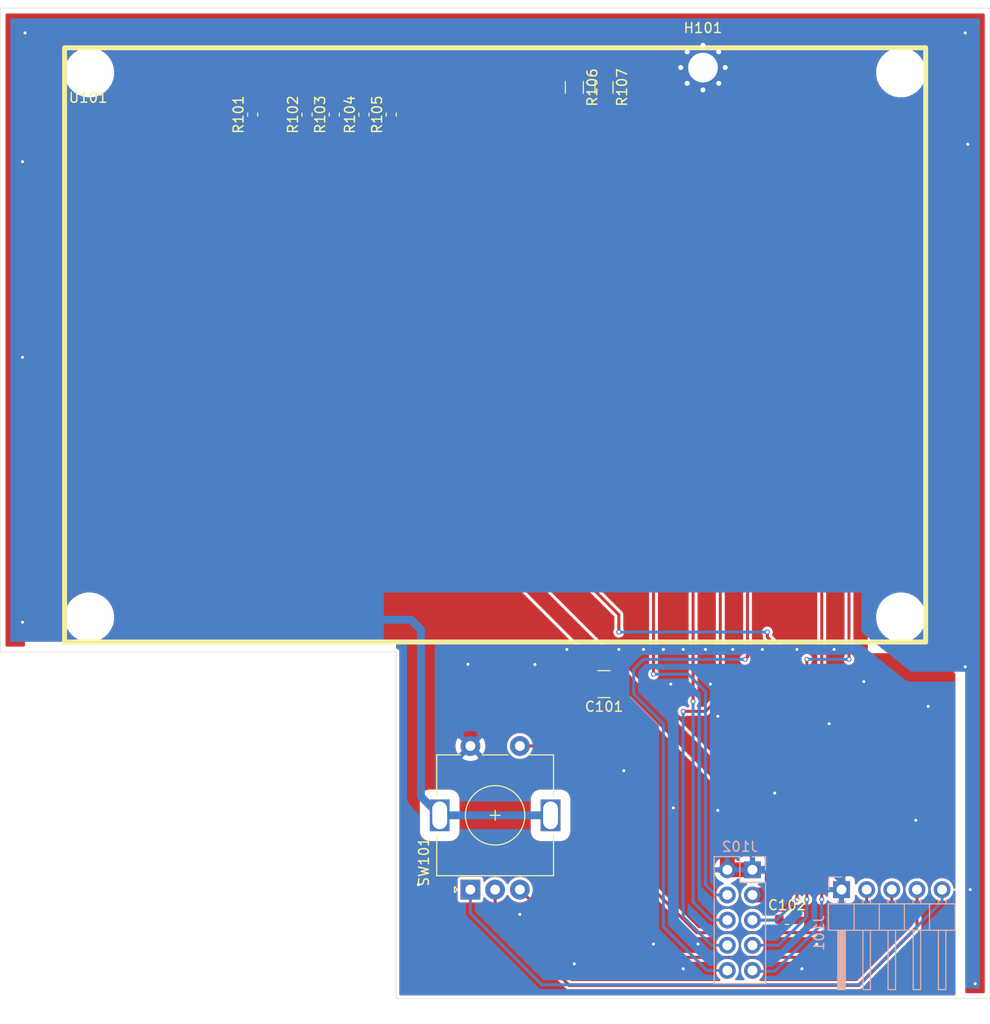
<source format=kicad_pcb>
(kicad_pcb (version 20171130) (host pcbnew 5.1.6)

  (general
    (thickness 1.6)
    (drawings 7)
    (tracks 195)
    (zones 0)
    (modules 14)
    (nets 21)
  )

  (page A4)
  (layers
    (0 F.Cu signal)
    (31 B.Cu signal)
    (32 B.Adhes user)
    (33 F.Adhes user)
    (34 B.Paste user)
    (35 F.Paste user)
    (36 B.SilkS user)
    (37 F.SilkS user)
    (38 B.Mask user)
    (39 F.Mask user)
    (40 Dwgs.User user)
    (41 Cmts.User user)
    (42 Eco1.User user)
    (43 Eco2.User user)
    (44 Edge.Cuts user)
    (45 Margin user)
    (46 B.CrtYd user)
    (47 F.CrtYd user)
    (48 B.Fab user hide)
    (49 F.Fab user hide)
  )

  (setup
    (last_trace_width 0.8)
    (user_trace_width 0.6)
    (user_trace_width 0.8)
    (user_trace_width 1.5)
    (trace_clearance 0.2)
    (zone_clearance 1)
    (zone_45_only no)
    (trace_min 0.2)
    (via_size 0.5)
    (via_drill 0.3)
    (via_min_size 0.4)
    (via_min_drill 0.3)
    (uvia_size 0.3)
    (uvia_drill 0.1)
    (uvias_allowed no)
    (uvia_min_size 0.2)
    (uvia_min_drill 0.1)
    (edge_width 0.05)
    (segment_width 0.2)
    (pcb_text_width 0.3)
    (pcb_text_size 1.5 1.5)
    (mod_edge_width 0.12)
    (mod_text_size 1 1)
    (mod_text_width 0.15)
    (pad_size 1.524 1.524)
    (pad_drill 0.762)
    (pad_to_mask_clearance 0.05)
    (aux_axis_origin 13 13)
    (grid_origin 13 13)
    (visible_elements FFFFFF7F)
    (pcbplotparams
      (layerselection 0x010fc_ffffffff)
      (usegerberextensions false)
      (usegerberattributes true)
      (usegerberadvancedattributes true)
      (creategerberjobfile true)
      (excludeedgelayer true)
      (linewidth 0.100000)
      (plotframeref false)
      (viasonmask false)
      (mode 1)
      (useauxorigin false)
      (hpglpennumber 1)
      (hpglpenspeed 20)
      (hpglpendiameter 15.000000)
      (psnegative false)
      (psa4output false)
      (plotreference true)
      (plotvalue true)
      (plotinvisibletext false)
      (padsonsilk false)
      (subtractmaskfromsilk false)
      (outputformat 1)
      (mirror false)
      (drillshape 1)
      (scaleselection 1)
      (outputdirectory ""))
  )

  (net 0 "")
  (net 1 GND)
  (net 2 +5V)
  (net 3 Earth)
  (net 4 "Net-(J101-Pad5)")
  (net 5 "Net-(J101-Pad4)")
  (net 6 "Net-(J101-Pad3)")
  (net 7 /SW)
  (net 8 /D1)
  (net 9 /D2)
  (net 10 /D0)
  (net 11 /D3)
  (net 12 /EN)
  (net 13 /LCD_VO)
  (net 14 /RS)
  (net 15 "Net-(R101-Pad2)")
  (net 16 "Net-(R102-Pad2)")
  (net 17 "Net-(R103-Pad2)")
  (net 18 "Net-(R104-Pad2)")
  (net 19 "Net-(R105-Pad2)")
  (net 20 "Net-(R106-Pad1)")

  (net_class Default "This is the default net class."
    (clearance 0.2)
    (trace_width 0.3)
    (via_dia 0.5)
    (via_drill 0.3)
    (uvia_dia 0.3)
    (uvia_drill 0.1)
    (add_net +5V)
    (add_net /D0)
    (add_net /D1)
    (add_net /D2)
    (add_net /D3)
    (add_net /EN)
    (add_net /LCD_VO)
    (add_net /RS)
    (add_net /SW)
    (add_net GND)
    (add_net "Net-(J101-Pad3)")
    (add_net "Net-(J101-Pad4)")
    (add_net "Net-(J101-Pad5)")
    (add_net "Net-(R101-Pad2)")
    (add_net "Net-(R102-Pad2)")
    (add_net "Net-(R103-Pad2)")
    (add_net "Net-(R104-Pad2)")
    (add_net "Net-(R105-Pad2)")
    (add_net "Net-(R106-Pad1)")
  )

  (net_class EARTH ""
    (clearance 1)
    (trace_width 0.3)
    (via_dia 0.5)
    (via_drill 0.3)
    (uvia_dia 0.3)
    (uvia_drill 0.1)
    (add_net Earth)
  )

  (module Rotary_Encoder:RotaryEncoder_Alps_EC11E-Switch_Vertical_H20mm (layer F.Cu) (tedit 5A74C8CB) (tstamp 5ECAED06)
    (at 60.5 102 90)
    (descr "Alps rotary encoder, EC12E... with switch, vertical shaft, http://www.alps.com/prod/info/E/HTML/Encoder/Incremental/EC11/EC11E15204A3.html")
    (tags "rotary encoder")
    (path /5ECC2931)
    (fp_text reference SW101 (at 2.8 -4.7 90) (layer F.SilkS)
      (effects (font (size 1 1) (thickness 0.15)))
    )
    (fp_text value Rotary_Encoder_Switch_Mounting (at 7.5 10.4 90) (layer F.Fab)
      (effects (font (size 1 1) (thickness 0.15)))
    )
    (fp_text user %R (at 11.1 6.3 90) (layer F.Fab)
      (effects (font (size 1 1) (thickness 0.15)))
    )
    (fp_line (start 7 2.5) (end 8 2.5) (layer F.SilkS) (width 0.12))
    (fp_line (start 7.5 2) (end 7.5 3) (layer F.SilkS) (width 0.12))
    (fp_line (start 13.6 6) (end 13.6 8.4) (layer F.SilkS) (width 0.12))
    (fp_line (start 13.6 1.2) (end 13.6 3.8) (layer F.SilkS) (width 0.12))
    (fp_line (start 13.6 -3.4) (end 13.6 -1) (layer F.SilkS) (width 0.12))
    (fp_line (start 4.5 2.5) (end 10.5 2.5) (layer F.Fab) (width 0.12))
    (fp_line (start 7.5 -0.5) (end 7.5 5.5) (layer F.Fab) (width 0.12))
    (fp_line (start 0.3 -1.6) (end 0 -1.3) (layer F.SilkS) (width 0.12))
    (fp_line (start -0.3 -1.6) (end 0.3 -1.6) (layer F.SilkS) (width 0.12))
    (fp_line (start 0 -1.3) (end -0.3 -1.6) (layer F.SilkS) (width 0.12))
    (fp_line (start 1.4 -3.4) (end 1.4 8.4) (layer F.SilkS) (width 0.12))
    (fp_line (start 5.5 -3.4) (end 1.4 -3.4) (layer F.SilkS) (width 0.12))
    (fp_line (start 5.5 8.4) (end 1.4 8.4) (layer F.SilkS) (width 0.12))
    (fp_line (start 13.6 8.4) (end 9.5 8.4) (layer F.SilkS) (width 0.12))
    (fp_line (start 9.5 -3.4) (end 13.6 -3.4) (layer F.SilkS) (width 0.12))
    (fp_line (start 1.5 -2.2) (end 2.5 -3.3) (layer F.Fab) (width 0.12))
    (fp_line (start 1.5 8.3) (end 1.5 -2.2) (layer F.Fab) (width 0.12))
    (fp_line (start 13.5 8.3) (end 1.5 8.3) (layer F.Fab) (width 0.12))
    (fp_line (start 13.5 -3.3) (end 13.5 8.3) (layer F.Fab) (width 0.12))
    (fp_line (start 2.5 -3.3) (end 13.5 -3.3) (layer F.Fab) (width 0.12))
    (fp_line (start -1.5 -4.6) (end 16 -4.6) (layer F.CrtYd) (width 0.05))
    (fp_line (start -1.5 -4.6) (end -1.5 9.6) (layer F.CrtYd) (width 0.05))
    (fp_line (start 16 9.6) (end 16 -4.6) (layer F.CrtYd) (width 0.05))
    (fp_line (start 16 9.6) (end -1.5 9.6) (layer F.CrtYd) (width 0.05))
    (fp_circle (center 7.5 2.5) (end 10.5 2.5) (layer F.SilkS) (width 0.12))
    (fp_circle (center 7.5 2.5) (end 10.5 2.5) (layer F.Fab) (width 0.12))
    (pad A thru_hole rect (at 0 0 90) (size 2 2) (drill 1) (layers *.Cu *.Mask)
      (net 4 "Net-(J101-Pad5)"))
    (pad C thru_hole circle (at 0 2.5 90) (size 2 2) (drill 1) (layers *.Cu *.Mask)
      (net 5 "Net-(J101-Pad4)"))
    (pad B thru_hole circle (at 0 5 90) (size 2 2) (drill 1) (layers *.Cu *.Mask)
      (net 6 "Net-(J101-Pad3)"))
    (pad MP thru_hole rect (at 7.5 -3.1 90) (size 3.2 2) (drill oval 2.8 1.5) (layers *.Cu *.Mask)
      (net 3 Earth))
    (pad MP thru_hole rect (at 7.5 8.1 90) (size 3.2 2) (drill oval 2.8 1.5) (layers *.Cu *.Mask)
      (net 3 Earth))
    (pad S2 thru_hole circle (at 14.5 0 90) (size 2 2) (drill 1) (layers *.Cu *.Mask)
      (net 1 GND))
    (pad S1 thru_hole circle (at 14.5 5 90) (size 2 2) (drill 1) (layers *.Cu *.Mask)
      (net 7 /SW))
    (model ${KISYS3DMOD}/Rotary_Encoder.3dshapes/RotaryEncoder_Alps_EC11E-Switch_Vertical_H20mm.wrl
      (at (xyz 0 0 0))
      (scale (xyz 1 1 1))
      (rotate (xyz 0 0 0))
    )
  )

  (module shimatta_displays:LCD4x16_smd_pad (layer F.Cu) (tedit 5EC2E044) (tstamp 5EC2DE1D)
    (at 63 47)
    (path /5EC0AE03)
    (fp_text reference U101 (at -41.12 -24.96) (layer F.SilkS)
      (effects (font (size 1 1) (thickness 0.15)))
    )
    (fp_text value 16Pin_Text_LCD (at 35.08 -27.5) (layer F.Fab)
      (effects (font (size 1 1) (thickness 0.15)))
    )
    (fp_line (start -43.5 -30) (end 43.5 -30) (layer F.SilkS) (width 0.5))
    (fp_line (start 43.5 -30) (end 43.5 30) (layer F.SilkS) (width 0.5))
    (fp_line (start -43.5 30) (end 43.5 30) (layer F.SilkS) (width 0.5))
    (fp_line (start -43.5 30) (end -43.5 -30) (layer F.SilkS) (width 0.5))
    (pad 16 smd oval (at 4.6 -27.5) (size 2 4) (layers F.Cu F.Paste F.Mask)
      (net 20 "Net-(R106-Pad1)"))
    (pad 15 smd oval (at 2.06 -27.5) (size 2 4) (layers F.Cu F.Paste F.Mask)
      (net 2 +5V))
    (pad 14 smd oval (at -0.48 -27.5) (size 2 4) (layers F.Cu F.Paste F.Mask)
      (net 11 /D3))
    (pad 13 smd oval (at -3.02 -27.5) (size 2 4) (layers F.Cu F.Paste F.Mask)
      (net 9 /D2))
    (pad 12 smd oval (at -5.56 -27.5) (size 2 4) (layers F.Cu F.Paste F.Mask)
      (net 8 /D1))
    (pad 11 smd oval (at -8.1 -27.5) (size 2 4) (layers F.Cu F.Paste F.Mask)
      (net 10 /D0))
    (pad 10 smd oval (at -10.64 -27.5) (size 2 4) (layers F.Cu F.Paste F.Mask)
      (net 19 "Net-(R105-Pad2)"))
    (pad 9 smd oval (at -13.18 -27.5) (size 2 4) (layers F.Cu F.Paste F.Mask)
      (net 18 "Net-(R104-Pad2)"))
    (pad 8 smd oval (at -15.72 -27.5) (size 2 4) (layers F.Cu F.Paste F.Mask)
      (net 17 "Net-(R103-Pad2)"))
    (pad 7 smd oval (at -18.26 -27.5) (size 2 4) (layers F.Cu F.Paste F.Mask)
      (net 16 "Net-(R102-Pad2)"))
    (pad 6 smd oval (at -20.8 -27.5) (size 2 4) (layers F.Cu F.Paste F.Mask)
      (net 12 /EN))
    (pad 5 smd oval (at -23.34 -27.5) (size 2 4) (layers F.Cu F.Paste F.Mask)
      (net 15 "Net-(R101-Pad2)"))
    (pad 4 smd oval (at -25.88 -27.5) (size 2 4) (layers F.Cu F.Paste F.Mask)
      (net 14 /RS))
    (pad 3 smd oval (at -28.42 -27.5) (size 2 4) (layers F.Cu F.Paste F.Mask)
      (net 13 /LCD_VO))
    (pad 2 smd oval (at -30.96 -27.5) (size 2 4) (layers F.Cu F.Paste F.Mask)
      (net 2 +5V))
    (pad 1 smd rect (at -33.5 -27.5) (size 2 4) (layers F.Cu F.Paste F.Mask)
      (net 1 GND))
    (pad "" np_thru_hole circle (at 41 -27.5) (size 3 3) (drill 3) (layers *.Cu *.Mask))
    (pad "" np_thru_hole circle (at -41 -27.5) (size 3 3) (drill 3) (layers *.Cu *.Mask))
    (pad "" np_thru_hole circle (at -41 27.5) (size 3 3) (drill 3) (layers *.Cu *.Mask))
    (pad "" np_thru_hole circle (at 41 27.5) (size 3 3) (drill 3) (layers *.Cu *.Mask))
  )

  (module Resistor_SMD:R_1206_3216Metric (layer F.Cu) (tedit 5B301BBD) (tstamp 5EC2DB20)
    (at 74 21 270)
    (descr "Resistor SMD 1206 (3216 Metric), square (rectangular) end terminal, IPC_7351 nominal, (Body size source: http://www.tortai-tech.com/upload/download/2011102023233369053.pdf), generated with kicad-footprint-generator")
    (tags resistor)
    (path /5EC30124)
    (attr smd)
    (fp_text reference R107 (at 0 -1.82 90) (layer F.SilkS)
      (effects (font (size 1 1) (thickness 0.15)))
    )
    (fp_text value 56 (at 0 1.82 90) (layer F.Fab)
      (effects (font (size 1 1) (thickness 0.15)))
    )
    (fp_line (start 2.28 1.12) (end -2.28 1.12) (layer F.CrtYd) (width 0.05))
    (fp_line (start 2.28 -1.12) (end 2.28 1.12) (layer F.CrtYd) (width 0.05))
    (fp_line (start -2.28 -1.12) (end 2.28 -1.12) (layer F.CrtYd) (width 0.05))
    (fp_line (start -2.28 1.12) (end -2.28 -1.12) (layer F.CrtYd) (width 0.05))
    (fp_line (start -0.602064 0.91) (end 0.602064 0.91) (layer F.SilkS) (width 0.12))
    (fp_line (start -0.602064 -0.91) (end 0.602064 -0.91) (layer F.SilkS) (width 0.12))
    (fp_line (start 1.6 0.8) (end -1.6 0.8) (layer F.Fab) (width 0.1))
    (fp_line (start 1.6 -0.8) (end 1.6 0.8) (layer F.Fab) (width 0.1))
    (fp_line (start -1.6 -0.8) (end 1.6 -0.8) (layer F.Fab) (width 0.1))
    (fp_line (start -1.6 0.8) (end -1.6 -0.8) (layer F.Fab) (width 0.1))
    (fp_text user %R (at 0 0 90) (layer F.Fab)
      (effects (font (size 0.8 0.8) (thickness 0.12)))
    )
    (pad 2 smd roundrect (at 1.4 0 270) (size 1.25 1.75) (layers F.Cu F.Paste F.Mask) (roundrect_rratio 0.2)
      (net 1 GND))
    (pad 1 smd roundrect (at -1.4 0 270) (size 1.25 1.75) (layers F.Cu F.Paste F.Mask) (roundrect_rratio 0.2)
      (net 20 "Net-(R106-Pad1)"))
    (model ${KISYS3DMOD}/Resistor_SMD.3dshapes/R_1206_3216Metric.wrl
      (at (xyz 0 0 0))
      (scale (xyz 1 1 1))
      (rotate (xyz 0 0 0))
    )
  )

  (module Resistor_SMD:R_1206_3216Metric (layer F.Cu) (tedit 5B301BBD) (tstamp 5EC2DB0F)
    (at 71 21 270)
    (descr "Resistor SMD 1206 (3216 Metric), square (rectangular) end terminal, IPC_7351 nominal, (Body size source: http://www.tortai-tech.com/upload/download/2011102023233369053.pdf), generated with kicad-footprint-generator")
    (tags resistor)
    (path /5EC2F53A)
    (attr smd)
    (fp_text reference R106 (at 0 -1.82 90) (layer F.SilkS)
      (effects (font (size 1 1) (thickness 0.15)))
    )
    (fp_text value 56 (at 0 1.82 90) (layer F.Fab)
      (effects (font (size 1 1) (thickness 0.15)))
    )
    (fp_line (start 2.28 1.12) (end -2.28 1.12) (layer F.CrtYd) (width 0.05))
    (fp_line (start 2.28 -1.12) (end 2.28 1.12) (layer F.CrtYd) (width 0.05))
    (fp_line (start -2.28 -1.12) (end 2.28 -1.12) (layer F.CrtYd) (width 0.05))
    (fp_line (start -2.28 1.12) (end -2.28 -1.12) (layer F.CrtYd) (width 0.05))
    (fp_line (start -0.602064 0.91) (end 0.602064 0.91) (layer F.SilkS) (width 0.12))
    (fp_line (start -0.602064 -0.91) (end 0.602064 -0.91) (layer F.SilkS) (width 0.12))
    (fp_line (start 1.6 0.8) (end -1.6 0.8) (layer F.Fab) (width 0.1))
    (fp_line (start 1.6 -0.8) (end 1.6 0.8) (layer F.Fab) (width 0.1))
    (fp_line (start -1.6 -0.8) (end 1.6 -0.8) (layer F.Fab) (width 0.1))
    (fp_line (start -1.6 0.8) (end -1.6 -0.8) (layer F.Fab) (width 0.1))
    (fp_text user %R (at 0 0 90) (layer F.Fab)
      (effects (font (size 0.8 0.8) (thickness 0.12)))
    )
    (pad 2 smd roundrect (at 1.4 0 270) (size 1.25 1.75) (layers F.Cu F.Paste F.Mask) (roundrect_rratio 0.2)
      (net 1 GND))
    (pad 1 smd roundrect (at -1.4 0 270) (size 1.25 1.75) (layers F.Cu F.Paste F.Mask) (roundrect_rratio 0.2)
      (net 20 "Net-(R106-Pad1)"))
    (model ${KISYS3DMOD}/Resistor_SMD.3dshapes/R_1206_3216Metric.wrl
      (at (xyz 0 0 0))
      (scale (xyz 1 1 1))
      (rotate (xyz 0 0 0))
    )
  )

  (module Resistor_SMD:R_0603_1608Metric (layer F.Cu) (tedit 5B301BBD) (tstamp 5EC2EB6E)
    (at 52.5 23.75 90)
    (descr "Resistor SMD 0603 (1608 Metric), square (rectangular) end terminal, IPC_7351 nominal, (Body size source: http://www.tortai-tech.com/upload/download/2011102023233369053.pdf), generated with kicad-footprint-generator")
    (tags resistor)
    (path /5EC0EFD3)
    (attr smd)
    (fp_text reference R105 (at 0 -1.43 90) (layer F.SilkS)
      (effects (font (size 1 1) (thickness 0.15)))
    )
    (fp_text value 10k (at 0 1.43 90) (layer F.Fab)
      (effects (font (size 1 1) (thickness 0.15)))
    )
    (fp_line (start 1.48 0.73) (end -1.48 0.73) (layer F.CrtYd) (width 0.05))
    (fp_line (start 1.48 -0.73) (end 1.48 0.73) (layer F.CrtYd) (width 0.05))
    (fp_line (start -1.48 -0.73) (end 1.48 -0.73) (layer F.CrtYd) (width 0.05))
    (fp_line (start -1.48 0.73) (end -1.48 -0.73) (layer F.CrtYd) (width 0.05))
    (fp_line (start -0.162779 0.51) (end 0.162779 0.51) (layer F.SilkS) (width 0.12))
    (fp_line (start -0.162779 -0.51) (end 0.162779 -0.51) (layer F.SilkS) (width 0.12))
    (fp_line (start 0.8 0.4) (end -0.8 0.4) (layer F.Fab) (width 0.1))
    (fp_line (start 0.8 -0.4) (end 0.8 0.4) (layer F.Fab) (width 0.1))
    (fp_line (start -0.8 -0.4) (end 0.8 -0.4) (layer F.Fab) (width 0.1))
    (fp_line (start -0.8 0.4) (end -0.8 -0.4) (layer F.Fab) (width 0.1))
    (fp_text user %R (at 0 0 90) (layer F.Fab)
      (effects (font (size 0.4 0.4) (thickness 0.06)))
    )
    (pad 2 smd roundrect (at 0.7875 0 90) (size 0.875 0.95) (layers F.Cu F.Paste F.Mask) (roundrect_rratio 0.25)
      (net 19 "Net-(R105-Pad2)"))
    (pad 1 smd roundrect (at -0.7875 0 90) (size 0.875 0.95) (layers F.Cu F.Paste F.Mask) (roundrect_rratio 0.25)
      (net 1 GND))
    (model ${KISYS3DMOD}/Resistor_SMD.3dshapes/R_0603_1608Metric.wrl
      (at (xyz 0 0 0))
      (scale (xyz 1 1 1))
      (rotate (xyz 0 0 0))
    )
  )

  (module Resistor_SMD:R_0603_1608Metric (layer F.Cu) (tedit 5B301BBD) (tstamp 5EC2DAED)
    (at 49.75 23.75 90)
    (descr "Resistor SMD 0603 (1608 Metric), square (rectangular) end terminal, IPC_7351 nominal, (Body size source: http://www.tortai-tech.com/upload/download/2011102023233369053.pdf), generated with kicad-footprint-generator")
    (tags resistor)
    (path /5EC10018)
    (attr smd)
    (fp_text reference R104 (at 0 -1.43 90) (layer F.SilkS)
      (effects (font (size 1 1) (thickness 0.15)))
    )
    (fp_text value 10k (at 0 1.43 90) (layer F.Fab)
      (effects (font (size 1 1) (thickness 0.15)))
    )
    (fp_line (start 1.48 0.73) (end -1.48 0.73) (layer F.CrtYd) (width 0.05))
    (fp_line (start 1.48 -0.73) (end 1.48 0.73) (layer F.CrtYd) (width 0.05))
    (fp_line (start -1.48 -0.73) (end 1.48 -0.73) (layer F.CrtYd) (width 0.05))
    (fp_line (start -1.48 0.73) (end -1.48 -0.73) (layer F.CrtYd) (width 0.05))
    (fp_line (start -0.162779 0.51) (end 0.162779 0.51) (layer F.SilkS) (width 0.12))
    (fp_line (start -0.162779 -0.51) (end 0.162779 -0.51) (layer F.SilkS) (width 0.12))
    (fp_line (start 0.8 0.4) (end -0.8 0.4) (layer F.Fab) (width 0.1))
    (fp_line (start 0.8 -0.4) (end 0.8 0.4) (layer F.Fab) (width 0.1))
    (fp_line (start -0.8 -0.4) (end 0.8 -0.4) (layer F.Fab) (width 0.1))
    (fp_line (start -0.8 0.4) (end -0.8 -0.4) (layer F.Fab) (width 0.1))
    (fp_text user %R (at 0 0 90) (layer F.Fab)
      (effects (font (size 0.4 0.4) (thickness 0.06)))
    )
    (pad 2 smd roundrect (at 0.7875 0 90) (size 0.875 0.95) (layers F.Cu F.Paste F.Mask) (roundrect_rratio 0.25)
      (net 18 "Net-(R104-Pad2)"))
    (pad 1 smd roundrect (at -0.7875 0 90) (size 0.875 0.95) (layers F.Cu F.Paste F.Mask) (roundrect_rratio 0.25)
      (net 1 GND))
    (model ${KISYS3DMOD}/Resistor_SMD.3dshapes/R_0603_1608Metric.wrl
      (at (xyz 0 0 0))
      (scale (xyz 1 1 1))
      (rotate (xyz 0 0 0))
    )
  )

  (module Resistor_SMD:R_0603_1608Metric (layer F.Cu) (tedit 5B301BBD) (tstamp 5EC2DADC)
    (at 46.75 23.75 90)
    (descr "Resistor SMD 0603 (1608 Metric), square (rectangular) end terminal, IPC_7351 nominal, (Body size source: http://www.tortai-tech.com/upload/download/2011102023233369053.pdf), generated with kicad-footprint-generator")
    (tags resistor)
    (path /5EC104F5)
    (attr smd)
    (fp_text reference R103 (at 0 -1.43 90) (layer F.SilkS)
      (effects (font (size 1 1) (thickness 0.15)))
    )
    (fp_text value 10k (at 0 1.43 90) (layer F.Fab)
      (effects (font (size 1 1) (thickness 0.15)))
    )
    (fp_line (start 1.48 0.73) (end -1.48 0.73) (layer F.CrtYd) (width 0.05))
    (fp_line (start 1.48 -0.73) (end 1.48 0.73) (layer F.CrtYd) (width 0.05))
    (fp_line (start -1.48 -0.73) (end 1.48 -0.73) (layer F.CrtYd) (width 0.05))
    (fp_line (start -1.48 0.73) (end -1.48 -0.73) (layer F.CrtYd) (width 0.05))
    (fp_line (start -0.162779 0.51) (end 0.162779 0.51) (layer F.SilkS) (width 0.12))
    (fp_line (start -0.162779 -0.51) (end 0.162779 -0.51) (layer F.SilkS) (width 0.12))
    (fp_line (start 0.8 0.4) (end -0.8 0.4) (layer F.Fab) (width 0.1))
    (fp_line (start 0.8 -0.4) (end 0.8 0.4) (layer F.Fab) (width 0.1))
    (fp_line (start -0.8 -0.4) (end 0.8 -0.4) (layer F.Fab) (width 0.1))
    (fp_line (start -0.8 0.4) (end -0.8 -0.4) (layer F.Fab) (width 0.1))
    (fp_text user %R (at 0 0 90) (layer F.Fab)
      (effects (font (size 0.4 0.4) (thickness 0.06)))
    )
    (pad 2 smd roundrect (at 0.7875 0 90) (size 0.875 0.95) (layers F.Cu F.Paste F.Mask) (roundrect_rratio 0.25)
      (net 17 "Net-(R103-Pad2)"))
    (pad 1 smd roundrect (at -0.7875 0 90) (size 0.875 0.95) (layers F.Cu F.Paste F.Mask) (roundrect_rratio 0.25)
      (net 1 GND))
    (model ${KISYS3DMOD}/Resistor_SMD.3dshapes/R_0603_1608Metric.wrl
      (at (xyz 0 0 0))
      (scale (xyz 1 1 1))
      (rotate (xyz 0 0 0))
    )
  )

  (module Resistor_SMD:R_0603_1608Metric (layer F.Cu) (tedit 5B301BBD) (tstamp 5EC2DACB)
    (at 44 23.75 90)
    (descr "Resistor SMD 0603 (1608 Metric), square (rectangular) end terminal, IPC_7351 nominal, (Body size source: http://www.tortai-tech.com/upload/download/2011102023233369053.pdf), generated with kicad-footprint-generator")
    (tags resistor)
    (path /5EC10A92)
    (attr smd)
    (fp_text reference R102 (at 0 -1.43 90) (layer F.SilkS)
      (effects (font (size 1 1) (thickness 0.15)))
    )
    (fp_text value 10k (at 0 1.43 90) (layer F.Fab)
      (effects (font (size 1 1) (thickness 0.15)))
    )
    (fp_line (start 1.48 0.73) (end -1.48 0.73) (layer F.CrtYd) (width 0.05))
    (fp_line (start 1.48 -0.73) (end 1.48 0.73) (layer F.CrtYd) (width 0.05))
    (fp_line (start -1.48 -0.73) (end 1.48 -0.73) (layer F.CrtYd) (width 0.05))
    (fp_line (start -1.48 0.73) (end -1.48 -0.73) (layer F.CrtYd) (width 0.05))
    (fp_line (start -0.162779 0.51) (end 0.162779 0.51) (layer F.SilkS) (width 0.12))
    (fp_line (start -0.162779 -0.51) (end 0.162779 -0.51) (layer F.SilkS) (width 0.12))
    (fp_line (start 0.8 0.4) (end -0.8 0.4) (layer F.Fab) (width 0.1))
    (fp_line (start 0.8 -0.4) (end 0.8 0.4) (layer F.Fab) (width 0.1))
    (fp_line (start -0.8 -0.4) (end 0.8 -0.4) (layer F.Fab) (width 0.1))
    (fp_line (start -0.8 0.4) (end -0.8 -0.4) (layer F.Fab) (width 0.1))
    (fp_text user %R (at 0 0 90) (layer F.Fab)
      (effects (font (size 0.4 0.4) (thickness 0.06)))
    )
    (pad 2 smd roundrect (at 0.7875 0 90) (size 0.875 0.95) (layers F.Cu F.Paste F.Mask) (roundrect_rratio 0.25)
      (net 16 "Net-(R102-Pad2)"))
    (pad 1 smd roundrect (at -0.7875 0 90) (size 0.875 0.95) (layers F.Cu F.Paste F.Mask) (roundrect_rratio 0.25)
      (net 1 GND))
    (model ${KISYS3DMOD}/Resistor_SMD.3dshapes/R_0603_1608Metric.wrl
      (at (xyz 0 0 0))
      (scale (xyz 1 1 1))
      (rotate (xyz 0 0 0))
    )
  )

  (module Resistor_SMD:R_0603_1608Metric (layer F.Cu) (tedit 5B301BBD) (tstamp 5EC2DABA)
    (at 38.5 23.75 90)
    (descr "Resistor SMD 0603 (1608 Metric), square (rectangular) end terminal, IPC_7351 nominal, (Body size source: http://www.tortai-tech.com/upload/download/2011102023233369053.pdf), generated with kicad-footprint-generator")
    (tags resistor)
    (path /5EC1EBB8)
    (attr smd)
    (fp_text reference R101 (at 0 -1.43 90) (layer F.SilkS)
      (effects (font (size 1 1) (thickness 0.15)))
    )
    (fp_text value 10k (at 0 1.43 90) (layer F.Fab)
      (effects (font (size 1 1) (thickness 0.15)))
    )
    (fp_line (start 1.48 0.73) (end -1.48 0.73) (layer F.CrtYd) (width 0.05))
    (fp_line (start 1.48 -0.73) (end 1.48 0.73) (layer F.CrtYd) (width 0.05))
    (fp_line (start -1.48 -0.73) (end 1.48 -0.73) (layer F.CrtYd) (width 0.05))
    (fp_line (start -1.48 0.73) (end -1.48 -0.73) (layer F.CrtYd) (width 0.05))
    (fp_line (start -0.162779 0.51) (end 0.162779 0.51) (layer F.SilkS) (width 0.12))
    (fp_line (start -0.162779 -0.51) (end 0.162779 -0.51) (layer F.SilkS) (width 0.12))
    (fp_line (start 0.8 0.4) (end -0.8 0.4) (layer F.Fab) (width 0.1))
    (fp_line (start 0.8 -0.4) (end 0.8 0.4) (layer F.Fab) (width 0.1))
    (fp_line (start -0.8 -0.4) (end 0.8 -0.4) (layer F.Fab) (width 0.1))
    (fp_line (start -0.8 0.4) (end -0.8 -0.4) (layer F.Fab) (width 0.1))
    (fp_text user %R (at 0 0 90) (layer F.Fab)
      (effects (font (size 0.4 0.4) (thickness 0.06)))
    )
    (pad 2 smd roundrect (at 0.7875 0 90) (size 0.875 0.95) (layers F.Cu F.Paste F.Mask) (roundrect_rratio 0.25)
      (net 15 "Net-(R101-Pad2)"))
    (pad 1 smd roundrect (at -0.7875 0 90) (size 0.875 0.95) (layers F.Cu F.Paste F.Mask) (roundrect_rratio 0.25)
      (net 1 GND))
    (model ${KISYS3DMOD}/Resistor_SMD.3dshapes/R_0603_1608Metric.wrl
      (at (xyz 0 0 0))
      (scale (xyz 1 1 1))
      (rotate (xyz 0 0 0))
    )
  )

  (module Connector_PinHeader_2.54mm:PinHeader_2x05_P2.54mm_Vertical (layer B.Cu) (tedit 59FED5CC) (tstamp 5EC2DAA9)
    (at 89 100 180)
    (descr "Through hole straight pin header, 2x05, 2.54mm pitch, double rows")
    (tags "Through hole pin header THT 2x05 2.54mm double row")
    (path /5EBFB19E)
    (fp_text reference J102 (at 1.27 2.33) (layer B.SilkS)
      (effects (font (size 1 1) (thickness 0.15)) (justify mirror))
    )
    (fp_text value Conn_01x10 (at 1.27 -12.49) (layer B.Fab)
      (effects (font (size 1 1) (thickness 0.15)) (justify mirror))
    )
    (fp_line (start 4.35 1.8) (end -1.8 1.8) (layer B.CrtYd) (width 0.05))
    (fp_line (start 4.35 -11.95) (end 4.35 1.8) (layer B.CrtYd) (width 0.05))
    (fp_line (start -1.8 -11.95) (end 4.35 -11.95) (layer B.CrtYd) (width 0.05))
    (fp_line (start -1.8 1.8) (end -1.8 -11.95) (layer B.CrtYd) (width 0.05))
    (fp_line (start -1.33 1.33) (end 0 1.33) (layer B.SilkS) (width 0.12))
    (fp_line (start -1.33 0) (end -1.33 1.33) (layer B.SilkS) (width 0.12))
    (fp_line (start 1.27 1.33) (end 3.87 1.33) (layer B.SilkS) (width 0.12))
    (fp_line (start 1.27 -1.27) (end 1.27 1.33) (layer B.SilkS) (width 0.12))
    (fp_line (start -1.33 -1.27) (end 1.27 -1.27) (layer B.SilkS) (width 0.12))
    (fp_line (start 3.87 1.33) (end 3.87 -11.49) (layer B.SilkS) (width 0.12))
    (fp_line (start -1.33 -1.27) (end -1.33 -11.49) (layer B.SilkS) (width 0.12))
    (fp_line (start -1.33 -11.49) (end 3.87 -11.49) (layer B.SilkS) (width 0.12))
    (fp_line (start -1.27 0) (end 0 1.27) (layer B.Fab) (width 0.1))
    (fp_line (start -1.27 -11.43) (end -1.27 0) (layer B.Fab) (width 0.1))
    (fp_line (start 3.81 -11.43) (end -1.27 -11.43) (layer B.Fab) (width 0.1))
    (fp_line (start 3.81 1.27) (end 3.81 -11.43) (layer B.Fab) (width 0.1))
    (fp_line (start 0 1.27) (end 3.81 1.27) (layer B.Fab) (width 0.1))
    (fp_text user %R (at 1.27 -5.08 270) (layer B.Fab)
      (effects (font (size 1 1) (thickness 0.15)) (justify mirror))
    )
    (pad 10 thru_hole oval (at 2.54 -10.16 180) (size 1.7 1.7) (drill 1) (layers *.Cu *.Mask)
      (net 8 /D1))
    (pad 9 thru_hole oval (at 0 -10.16 180) (size 1.7 1.7) (drill 1) (layers *.Cu *.Mask)
      (net 9 /D2))
    (pad 8 thru_hole oval (at 2.54 -7.62 180) (size 1.7 1.7) (drill 1) (layers *.Cu *.Mask)
      (net 10 /D0))
    (pad 7 thru_hole oval (at 0 -7.62 180) (size 1.7 1.7) (drill 1) (layers *.Cu *.Mask)
      (net 11 /D3))
    (pad 6 thru_hole oval (at 2.54 -5.08 180) (size 1.7 1.7) (drill 1) (layers *.Cu *.Mask)
      (net 12 /EN))
    (pad 5 thru_hole oval (at 0 -5.08 180) (size 1.7 1.7) (drill 1) (layers *.Cu *.Mask)
      (net 13 /LCD_VO))
    (pad 4 thru_hole oval (at 2.54 -2.54 180) (size 1.7 1.7) (drill 1) (layers *.Cu *.Mask)
      (net 14 /RS))
    (pad 3 thru_hole oval (at 0 -2.54 180) (size 1.7 1.7) (drill 1) (layers *.Cu *.Mask)
      (net 2 +5V))
    (pad 2 thru_hole oval (at 2.54 0 180) (size 1.7 1.7) (drill 1) (layers *.Cu *.Mask)
      (net 1 GND))
    (pad 1 thru_hole rect (at 0 0 180) (size 1.7 1.7) (drill 1) (layers *.Cu *.Mask)
      (net 1 GND))
    (model ${KISYS3DMOD}/Connector_PinHeader_2.54mm.3dshapes/PinHeader_2x05_P2.54mm_Vertical.wrl
      (at (xyz 0 0 0))
      (scale (xyz 1 1 1))
      (rotate (xyz 0 0 0))
    )
  )

  (module Connector_PinHeader_2.54mm:PinHeader_1x05_P2.54mm_Horizontal (layer B.Cu) (tedit 59FED5CB) (tstamp 5EC2DA89)
    (at 98 102 270)
    (descr "Through hole angled pin header, 1x05, 2.54mm pitch, 6mm pin length, single row")
    (tags "Through hole angled pin header THT 1x05 2.54mm single row")
    (path /5EBF30E9)
    (fp_text reference J101 (at 4.385 2.27 270) (layer B.SilkS)
      (effects (font (size 1 1) (thickness 0.15)) (justify mirror))
    )
    (fp_text value Conn_01x05 (at 4.385 -12.43 270) (layer B.Fab)
      (effects (font (size 1 1) (thickness 0.15)) (justify mirror))
    )
    (fp_line (start 10.55 1.8) (end -1.8 1.8) (layer B.CrtYd) (width 0.05))
    (fp_line (start 10.55 -11.95) (end 10.55 1.8) (layer B.CrtYd) (width 0.05))
    (fp_line (start -1.8 -11.95) (end 10.55 -11.95) (layer B.CrtYd) (width 0.05))
    (fp_line (start -1.8 1.8) (end -1.8 -11.95) (layer B.CrtYd) (width 0.05))
    (fp_line (start -1.27 1.27) (end 0 1.27) (layer B.SilkS) (width 0.12))
    (fp_line (start -1.27 0) (end -1.27 1.27) (layer B.SilkS) (width 0.12))
    (fp_line (start 1.042929 -10.54) (end 1.44 -10.54) (layer B.SilkS) (width 0.12))
    (fp_line (start 1.042929 -9.78) (end 1.44 -9.78) (layer B.SilkS) (width 0.12))
    (fp_line (start 10.1 -10.54) (end 4.1 -10.54) (layer B.SilkS) (width 0.12))
    (fp_line (start 10.1 -9.78) (end 10.1 -10.54) (layer B.SilkS) (width 0.12))
    (fp_line (start 4.1 -9.78) (end 10.1 -9.78) (layer B.SilkS) (width 0.12))
    (fp_line (start 1.44 -8.89) (end 4.1 -8.89) (layer B.SilkS) (width 0.12))
    (fp_line (start 1.042929 -8) (end 1.44 -8) (layer B.SilkS) (width 0.12))
    (fp_line (start 1.042929 -7.24) (end 1.44 -7.24) (layer B.SilkS) (width 0.12))
    (fp_line (start 10.1 -8) (end 4.1 -8) (layer B.SilkS) (width 0.12))
    (fp_line (start 10.1 -7.24) (end 10.1 -8) (layer B.SilkS) (width 0.12))
    (fp_line (start 4.1 -7.24) (end 10.1 -7.24) (layer B.SilkS) (width 0.12))
    (fp_line (start 1.44 -6.35) (end 4.1 -6.35) (layer B.SilkS) (width 0.12))
    (fp_line (start 1.042929 -5.46) (end 1.44 -5.46) (layer B.SilkS) (width 0.12))
    (fp_line (start 1.042929 -4.7) (end 1.44 -4.7) (layer B.SilkS) (width 0.12))
    (fp_line (start 10.1 -5.46) (end 4.1 -5.46) (layer B.SilkS) (width 0.12))
    (fp_line (start 10.1 -4.7) (end 10.1 -5.46) (layer B.SilkS) (width 0.12))
    (fp_line (start 4.1 -4.7) (end 10.1 -4.7) (layer B.SilkS) (width 0.12))
    (fp_line (start 1.44 -3.81) (end 4.1 -3.81) (layer B.SilkS) (width 0.12))
    (fp_line (start 1.042929 -2.92) (end 1.44 -2.92) (layer B.SilkS) (width 0.12))
    (fp_line (start 1.042929 -2.16) (end 1.44 -2.16) (layer B.SilkS) (width 0.12))
    (fp_line (start 10.1 -2.92) (end 4.1 -2.92) (layer B.SilkS) (width 0.12))
    (fp_line (start 10.1 -2.16) (end 10.1 -2.92) (layer B.SilkS) (width 0.12))
    (fp_line (start 4.1 -2.16) (end 10.1 -2.16) (layer B.SilkS) (width 0.12))
    (fp_line (start 1.44 -1.27) (end 4.1 -1.27) (layer B.SilkS) (width 0.12))
    (fp_line (start 1.11 -0.38) (end 1.44 -0.38) (layer B.SilkS) (width 0.12))
    (fp_line (start 1.11 0.38) (end 1.44 0.38) (layer B.SilkS) (width 0.12))
    (fp_line (start 4.1 -0.28) (end 10.1 -0.28) (layer B.SilkS) (width 0.12))
    (fp_line (start 4.1 -0.16) (end 10.1 -0.16) (layer B.SilkS) (width 0.12))
    (fp_line (start 4.1 -0.04) (end 10.1 -0.04) (layer B.SilkS) (width 0.12))
    (fp_line (start 4.1 0.08) (end 10.1 0.08) (layer B.SilkS) (width 0.12))
    (fp_line (start 4.1 0.2) (end 10.1 0.2) (layer B.SilkS) (width 0.12))
    (fp_line (start 4.1 0.32) (end 10.1 0.32) (layer B.SilkS) (width 0.12))
    (fp_line (start 10.1 -0.38) (end 4.1 -0.38) (layer B.SilkS) (width 0.12))
    (fp_line (start 10.1 0.38) (end 10.1 -0.38) (layer B.SilkS) (width 0.12))
    (fp_line (start 4.1 0.38) (end 10.1 0.38) (layer B.SilkS) (width 0.12))
    (fp_line (start 4.1 1.33) (end 1.44 1.33) (layer B.SilkS) (width 0.12))
    (fp_line (start 4.1 -11.49) (end 4.1 1.33) (layer B.SilkS) (width 0.12))
    (fp_line (start 1.44 -11.49) (end 4.1 -11.49) (layer B.SilkS) (width 0.12))
    (fp_line (start 1.44 1.33) (end 1.44 -11.49) (layer B.SilkS) (width 0.12))
    (fp_line (start 4.04 -10.48) (end 10.04 -10.48) (layer B.Fab) (width 0.1))
    (fp_line (start 10.04 -9.84) (end 10.04 -10.48) (layer B.Fab) (width 0.1))
    (fp_line (start 4.04 -9.84) (end 10.04 -9.84) (layer B.Fab) (width 0.1))
    (fp_line (start -0.32 -10.48) (end 1.5 -10.48) (layer B.Fab) (width 0.1))
    (fp_line (start -0.32 -9.84) (end -0.32 -10.48) (layer B.Fab) (width 0.1))
    (fp_line (start -0.32 -9.84) (end 1.5 -9.84) (layer B.Fab) (width 0.1))
    (fp_line (start 4.04 -7.94) (end 10.04 -7.94) (layer B.Fab) (width 0.1))
    (fp_line (start 10.04 -7.3) (end 10.04 -7.94) (layer B.Fab) (width 0.1))
    (fp_line (start 4.04 -7.3) (end 10.04 -7.3) (layer B.Fab) (width 0.1))
    (fp_line (start -0.32 -7.94) (end 1.5 -7.94) (layer B.Fab) (width 0.1))
    (fp_line (start -0.32 -7.3) (end -0.32 -7.94) (layer B.Fab) (width 0.1))
    (fp_line (start -0.32 -7.3) (end 1.5 -7.3) (layer B.Fab) (width 0.1))
    (fp_line (start 4.04 -5.4) (end 10.04 -5.4) (layer B.Fab) (width 0.1))
    (fp_line (start 10.04 -4.76) (end 10.04 -5.4) (layer B.Fab) (width 0.1))
    (fp_line (start 4.04 -4.76) (end 10.04 -4.76) (layer B.Fab) (width 0.1))
    (fp_line (start -0.32 -5.4) (end 1.5 -5.4) (layer B.Fab) (width 0.1))
    (fp_line (start -0.32 -4.76) (end -0.32 -5.4) (layer B.Fab) (width 0.1))
    (fp_line (start -0.32 -4.76) (end 1.5 -4.76) (layer B.Fab) (width 0.1))
    (fp_line (start 4.04 -2.86) (end 10.04 -2.86) (layer B.Fab) (width 0.1))
    (fp_line (start 10.04 -2.22) (end 10.04 -2.86) (layer B.Fab) (width 0.1))
    (fp_line (start 4.04 -2.22) (end 10.04 -2.22) (layer B.Fab) (width 0.1))
    (fp_line (start -0.32 -2.86) (end 1.5 -2.86) (layer B.Fab) (width 0.1))
    (fp_line (start -0.32 -2.22) (end -0.32 -2.86) (layer B.Fab) (width 0.1))
    (fp_line (start -0.32 -2.22) (end 1.5 -2.22) (layer B.Fab) (width 0.1))
    (fp_line (start 4.04 -0.32) (end 10.04 -0.32) (layer B.Fab) (width 0.1))
    (fp_line (start 10.04 0.32) (end 10.04 -0.32) (layer B.Fab) (width 0.1))
    (fp_line (start 4.04 0.32) (end 10.04 0.32) (layer B.Fab) (width 0.1))
    (fp_line (start -0.32 -0.32) (end 1.5 -0.32) (layer B.Fab) (width 0.1))
    (fp_line (start -0.32 0.32) (end -0.32 -0.32) (layer B.Fab) (width 0.1))
    (fp_line (start -0.32 0.32) (end 1.5 0.32) (layer B.Fab) (width 0.1))
    (fp_line (start 1.5 0.635) (end 2.135 1.27) (layer B.Fab) (width 0.1))
    (fp_line (start 1.5 -11.43) (end 1.5 0.635) (layer B.Fab) (width 0.1))
    (fp_line (start 4.04 -11.43) (end 1.5 -11.43) (layer B.Fab) (width 0.1))
    (fp_line (start 4.04 1.27) (end 4.04 -11.43) (layer B.Fab) (width 0.1))
    (fp_line (start 2.135 1.27) (end 4.04 1.27) (layer B.Fab) (width 0.1))
    (fp_text user %R (at 2.77 -5.08) (layer B.Fab)
      (effects (font (size 1 1) (thickness 0.15)) (justify mirror))
    )
    (pad 5 thru_hole oval (at 0 -10.16 270) (size 1.7 1.7) (drill 1) (layers *.Cu *.Mask)
      (net 4 "Net-(J101-Pad5)"))
    (pad 4 thru_hole oval (at 0 -7.62 270) (size 1.7 1.7) (drill 1) (layers *.Cu *.Mask)
      (net 5 "Net-(J101-Pad4)"))
    (pad 3 thru_hole oval (at 0 -5.08 270) (size 1.7 1.7) (drill 1) (layers *.Cu *.Mask)
      (net 6 "Net-(J101-Pad3)"))
    (pad 2 thru_hole oval (at 0 -2.54 270) (size 1.7 1.7) (drill 1) (layers *.Cu *.Mask)
      (net 7 /SW))
    (pad 1 thru_hole rect (at 0 0 270) (size 1.7 1.7) (drill 1) (layers *.Cu *.Mask)
      (net 1 GND))
    (model ${KISYS3DMOD}/Connector_PinHeader_2.54mm.3dshapes/PinHeader_1x05_P2.54mm_Horizontal.wrl
      (at (xyz 0 0 0))
      (scale (xyz 1 1 1))
      (rotate (xyz 0 0 0))
    )
  )

  (module MountingHole:MountingHole_3mm_Pad_Via (layer F.Cu) (tedit 56DDBED4) (tstamp 5EC2E1F9)
    (at 84 19)
    (descr "Mounting Hole 3mm")
    (tags "mounting hole 3mm")
    (path /5EBF5B99)
    (attr virtual)
    (fp_text reference H101 (at 0 -4) (layer F.SilkS)
      (effects (font (size 1 1) (thickness 0.15)))
    )
    (fp_text value Earth (at 0 4) (layer F.Fab)
      (effects (font (size 1 1) (thickness 0.15)))
    )
    (fp_circle (center 0 0) (end 3.25 0) (layer F.CrtYd) (width 0.05))
    (fp_circle (center 0 0) (end 3 0) (layer Cmts.User) (width 0.15))
    (fp_text user %R (at 0.3 0) (layer F.Fab)
      (effects (font (size 1 1) (thickness 0.15)))
    )
    (pad 1 thru_hole circle (at 1.59099 -1.59099) (size 0.8 0.8) (drill 0.5) (layers *.Cu *.Mask)
      (net 3 Earth))
    (pad 1 thru_hole circle (at 0 -2.25) (size 0.8 0.8) (drill 0.5) (layers *.Cu *.Mask)
      (net 3 Earth))
    (pad 1 thru_hole circle (at -1.59099 -1.59099) (size 0.8 0.8) (drill 0.5) (layers *.Cu *.Mask)
      (net 3 Earth))
    (pad 1 thru_hole circle (at -2.25 0) (size 0.8 0.8) (drill 0.5) (layers *.Cu *.Mask)
      (net 3 Earth))
    (pad 1 thru_hole circle (at -1.59099 1.59099) (size 0.8 0.8) (drill 0.5) (layers *.Cu *.Mask)
      (net 3 Earth))
    (pad 1 thru_hole circle (at 0 2.25) (size 0.8 0.8) (drill 0.5) (layers *.Cu *.Mask)
      (net 3 Earth))
    (pad 1 thru_hole circle (at 1.59099 1.59099) (size 0.8 0.8) (drill 0.5) (layers *.Cu *.Mask)
      (net 3 Earth))
    (pad 1 thru_hole circle (at 2.25 0) (size 0.8 0.8) (drill 0.5) (layers *.Cu *.Mask)
      (net 3 Earth))
    (pad 1 thru_hole circle (at 0 0) (size 6 6) (drill 3) (layers *.Cu *.Mask)
      (net 3 Earth))
  )

  (module Capacitor_SMD:C_0603_1608Metric (layer F.Cu) (tedit 5B301BBE) (tstamp 5EC2DA1F)
    (at 92.5 105)
    (descr "Capacitor SMD 0603 (1608 Metric), square (rectangular) end terminal, IPC_7351 nominal, (Body size source: http://www.tortai-tech.com/upload/download/2011102023233369053.pdf), generated with kicad-footprint-generator")
    (tags capacitor)
    (path /5EC4EEF1)
    (attr smd)
    (fp_text reference C102 (at 0 -1.43) (layer F.SilkS)
      (effects (font (size 1 1) (thickness 0.15)))
    )
    (fp_text value 1u (at 0 1.43) (layer F.Fab)
      (effects (font (size 1 1) (thickness 0.15)))
    )
    (fp_line (start 1.48 0.73) (end -1.48 0.73) (layer F.CrtYd) (width 0.05))
    (fp_line (start 1.48 -0.73) (end 1.48 0.73) (layer F.CrtYd) (width 0.05))
    (fp_line (start -1.48 -0.73) (end 1.48 -0.73) (layer F.CrtYd) (width 0.05))
    (fp_line (start -1.48 0.73) (end -1.48 -0.73) (layer F.CrtYd) (width 0.05))
    (fp_line (start -0.162779 0.51) (end 0.162779 0.51) (layer F.SilkS) (width 0.12))
    (fp_line (start -0.162779 -0.51) (end 0.162779 -0.51) (layer F.SilkS) (width 0.12))
    (fp_line (start 0.8 0.4) (end -0.8 0.4) (layer F.Fab) (width 0.1))
    (fp_line (start 0.8 -0.4) (end 0.8 0.4) (layer F.Fab) (width 0.1))
    (fp_line (start -0.8 -0.4) (end 0.8 -0.4) (layer F.Fab) (width 0.1))
    (fp_line (start -0.8 0.4) (end -0.8 -0.4) (layer F.Fab) (width 0.1))
    (fp_text user %R (at 0 0) (layer F.Fab)
      (effects (font (size 0.4 0.4) (thickness 0.06)))
    )
    (pad 2 smd roundrect (at 0.7875 0) (size 0.875 0.95) (layers F.Cu F.Paste F.Mask) (roundrect_rratio 0.25)
      (net 1 GND))
    (pad 1 smd roundrect (at -0.7875 0) (size 0.875 0.95) (layers F.Cu F.Paste F.Mask) (roundrect_rratio 0.25)
      (net 13 /LCD_VO))
    (model ${KISYS3DMOD}/Capacitor_SMD.3dshapes/C_0603_1608Metric.wrl
      (at (xyz 0 0 0))
      (scale (xyz 1 1 1))
      (rotate (xyz 0 0 0))
    )
  )

  (module Capacitor_SMD:C_1210_3225Metric (layer F.Cu) (tedit 5B301BBE) (tstamp 5EC2DA0E)
    (at 74 81.25 180)
    (descr "Capacitor SMD 1210 (3225 Metric), square (rectangular) end terminal, IPC_7351 nominal, (Body size source: http://www.tortai-tech.com/upload/download/2011102023233369053.pdf), generated with kicad-footprint-generator")
    (tags capacitor)
    (path /5EC04513)
    (attr smd)
    (fp_text reference C101 (at 0 -2.28) (layer F.SilkS)
      (effects (font (size 1 1) (thickness 0.15)))
    )
    (fp_text value 10u (at 0 2.28) (layer F.Fab)
      (effects (font (size 1 1) (thickness 0.15)))
    )
    (fp_line (start 2.28 1.58) (end -2.28 1.58) (layer F.CrtYd) (width 0.05))
    (fp_line (start 2.28 -1.58) (end 2.28 1.58) (layer F.CrtYd) (width 0.05))
    (fp_line (start -2.28 -1.58) (end 2.28 -1.58) (layer F.CrtYd) (width 0.05))
    (fp_line (start -2.28 1.58) (end -2.28 -1.58) (layer F.CrtYd) (width 0.05))
    (fp_line (start -0.602064 1.36) (end 0.602064 1.36) (layer F.SilkS) (width 0.12))
    (fp_line (start -0.602064 -1.36) (end 0.602064 -1.36) (layer F.SilkS) (width 0.12))
    (fp_line (start 1.6 1.25) (end -1.6 1.25) (layer F.Fab) (width 0.1))
    (fp_line (start 1.6 -1.25) (end 1.6 1.25) (layer F.Fab) (width 0.1))
    (fp_line (start -1.6 -1.25) (end 1.6 -1.25) (layer F.Fab) (width 0.1))
    (fp_line (start -1.6 1.25) (end -1.6 -1.25) (layer F.Fab) (width 0.1))
    (fp_text user %R (at 0 0) (layer F.Fab)
      (effects (font (size 0.8 0.8) (thickness 0.12)))
    )
    (pad 2 smd roundrect (at 1.4 0 180) (size 1.25 2.65) (layers F.Cu F.Paste F.Mask) (roundrect_rratio 0.2)
      (net 1 GND))
    (pad 1 smd roundrect (at -1.4 0 180) (size 1.25 2.65) (layers F.Cu F.Paste F.Mask) (roundrect_rratio 0.2)
      (net 2 +5V))
    (model ${KISYS3DMOD}/Capacitor_SMD.3dshapes/C_1210_3225Metric.wrl
      (at (xyz 0 0 0))
      (scale (xyz 1 1 1))
      (rotate (xyz 0 0 0))
    )
  )

  (gr_line (start 13 78) (end 13 13) (layer Edge.Cuts) (width 0.05) (tstamp 5EC2E0DA))
  (gr_line (start 53 78) (end 13 78) (layer Edge.Cuts) (width 0.05))
  (gr_line (start 53 113) (end 53 78) (layer Edge.Cuts) (width 0.05))
  (gr_line (start 63 12.25) (end 63 115.5) (layer Cmts.User) (width 0.15))
  (gr_line (start 113 113) (end 53 113) (layer Edge.Cuts) (width 0.05))
  (gr_line (start 113 13) (end 113 113) (layer Edge.Cuts) (width 0.05))
  (gr_line (start 13 13) (end 113 13) (layer Edge.Cuts) (width 0.05))

  (segment (start 86.46 96.61) (end 86.46 100) (width 1.5) (layer F.Cu) (net 1))
  (segment (start 86.46 100) (end 89 100) (width 1.5) (layer F.Cu) (net 1))
  (segment (start 60.5 85.8) (end 67.025 79.275) (width 1.5) (layer F.Cu) (net 1))
  (segment (start 60.5 87.5) (end 60.5 85.8) (width 1.5) (layer F.Cu) (net 1))
  (segment (start 71 22.4) (end 74 22.4) (width 0.8) (layer F.Cu) (net 1))
  (segment (start 71 22.4) (end 71 35.75) (width 0.8) (layer F.Cu) (net 1))
  (segment (start 71 35.75) (end 100.25 65) (width 0.8) (layer F.Cu) (net 1))
  (segment (start 100.25 65) (end 100.25 81) (width 0.8) (layer F.Cu) (net 1))
  (segment (start 98 94.75) (end 98 102) (width 0.8) (layer F.Cu) (net 1))
  (segment (start 100.25 92.5) (end 98 94.75) (width 0.8) (layer F.Cu) (net 1))
  (segment (start 98 102) (end 98 101) (width 0.8) (layer B.Cu) (net 1))
  (segment (start 97 100) (end 89 100) (width 0.8) (layer B.Cu) (net 1))
  (segment (start 98 101) (end 97 100) (width 0.8) (layer B.Cu) (net 1))
  (via (at 55.25 101.5) (size 0.5) (drill 0.3) (layers F.Cu B.Cu) (net 1))
  (via (at 60.25 79.25) (size 0.5) (drill 0.3) (layers F.Cu B.Cu) (net 1))
  (segment (start 67.025 79.275) (end 68.075 78.225) (width 1.5) (layer F.Cu) (net 1) (tstamp 5EC2F16B))
  (via (at 67.025 79.275) (size 0.5) (drill 0.3) (layers F.Cu B.Cu) (net 1))
  (via (at 76 90) (size 0.5) (drill 0.3) (layers F.Cu B.Cu) (net 1))
  (via (at 81 93.75) (size 0.5) (drill 0.3) (layers F.Cu B.Cu) (net 1))
  (via (at 85.5 94) (size 0.5) (drill 0.3) (layers F.Cu B.Cu) (net 1))
  (via (at 91.25 92.25) (size 0.5) (drill 0.3) (layers F.Cu B.Cu) (net 1))
  (via (at 96.75 85.25) (size 0.5) (drill 0.3) (layers F.Cu B.Cu) (net 1))
  (via (at 105.5 95) (size 0.5) (drill 0.3) (layers F.Cu B.Cu) (net 1))
  (via (at 94 110) (size 0.5) (drill 0.3) (layers F.Cu B.Cu) (net 1))
  (via (at 95.5 107.5) (size 0.5) (drill 0.3) (layers F.Cu B.Cu) (net 1))
  (via (at 83.5 107.5) (size 0.5) (drill 0.3) (layers F.Cu B.Cu) (net 1))
  (via (at 79 107.5) (size 0.5) (drill 0.3) (layers F.Cu B.Cu) (net 1))
  (via (at 65.5 104.5) (size 0.5) (drill 0.3) (layers F.Cu B.Cu) (net 1))
  (via (at 71 109.5) (size 0.5) (drill 0.3) (layers F.Cu B.Cu) (net 1))
  (via (at 82 110) (size 0.5) (drill 0.3) (layers F.Cu B.Cu) (net 1))
  (segment (start 72.5 81.25) (end 71.8 81.95) (width 0.3) (layer F.Cu) (net 1))
  (segment (start 72.6 81.25) (end 72.5 81.25) (width 0.3) (layer F.Cu) (net 1))
  (segment (start 71.8 81.95) (end 86.46 96.61) (width 1.5) (layer F.Cu) (net 1))
  (segment (start 68.075 78.225) (end 71.8 81.95) (width 1.5) (layer F.Cu) (net 1))
  (via (at 80.75 81.25) (size 0.5) (drill 0.3) (layers F.Cu B.Cu) (net 1))
  (via (at 84.75 81.25) (size 0.5) (drill 0.3) (layers F.Cu B.Cu) (net 1))
  (via (at 85.5 84.5) (size 0.5) (drill 0.3) (layers F.Cu B.Cu) (net 1))
  (segment (start 29.5 21) (end 29.5 19.5) (width 1.5) (layer F.Cu) (net 1))
  (segment (start 23.6 26.9) (end 29.5 21) (width 1.5) (layer F.Cu) (net 1))
  (segment (start 23.6 33.75) (end 23.6 26.9) (width 1.5) (layer F.Cu) (net 1))
  (segment (start 68.075 78.225) (end 23.6 33.75) (width 1.5) (layer F.Cu) (net 1))
  (segment (start 100.25 81) (end 100.25 92.5) (width 0.8) (layer F.Cu) (net 1) (tstamp 5ECAF4BA))
  (via (at 100.25 81) (size 0.5) (drill 0.3) (layers F.Cu B.Cu) (net 1))
  (via (at 106.75 83.5) (size 0.5) (drill 0.3) (layers F.Cu B.Cu) (net 1))
  (via (at 84.25 77.75) (size 0.5) (drill 0.3) (layers F.Cu B.Cu) (net 1))
  (via (at 82 77.75) (size 0.5) (drill 0.3) (layers F.Cu B.Cu) (net 1))
  (via (at 80 77.75) (size 0.5) (drill 0.3) (layers F.Cu B.Cu) (net 1))
  (via (at 78 77.75) (size 0.5) (drill 0.3) (layers F.Cu B.Cu) (net 1))
  (via (at 75.5 77.75) (size 0.5) (drill 0.3) (layers F.Cu B.Cu) (net 1))
  (via (at 87 77.75) (size 0.5) (drill 0.3) (layers F.Cu B.Cu) (net 1))
  (via (at 90 77.75) (size 0.5) (drill 0.3) (layers F.Cu B.Cu) (net 1))
  (via (at 93.5 77.75) (size 0.5) (drill 0.3) (layers F.Cu B.Cu) (net 1))
  (via (at 97.25 77.75) (size 0.5) (drill 0.3) (layers F.Cu B.Cu) (net 1))
  (via (at 70.25 77.75) (size 0.5) (drill 0.3) (layers F.Cu B.Cu) (net 1))
  (segment (start 65.06 19.5) (end 65.06 16.56) (width 0.6) (layer F.Cu) (net 2))
  (segment (start 32.04 19.5) (end 32.04 17.71) (width 0.6) (layer F.Cu) (net 2))
  (segment (start 32.04 17.71) (end 33.75 16) (width 0.6) (layer F.Cu) (net 2))
  (segment (start 64.5 16) (end 65.06 16.56) (width 0.6) (layer F.Cu) (net 2))
  (segment (start 33.75 16) (end 64.5 16) (width 0.6) (layer F.Cu) (net 2))
  (segment (start 75.4 81.1) (end 75.86 80.64) (width 0.3) (layer F.Cu) (net 2))
  (segment (start 75.4 81.25) (end 75.4 81.1) (width 0.3) (layer F.Cu) (net 2))
  (segment (start 32.04 21.46) (end 32.04 19.5) (width 1.5) (layer F.Cu) (net 2))
  (segment (start 29 33.78) (end 29 24.5) (width 1.5) (layer F.Cu) (net 2))
  (segment (start 29 24.5) (end 32.04 21.46) (width 1.5) (layer F.Cu) (net 2))
  (segment (start 75.86 80.64) (end 29 33.78) (width 1.5) (layer F.Cu) (net 2))
  (segment (start 91 95.78) (end 75.86 80.64) (width 1.5) (layer F.Cu) (net 2))
  (segment (start 91 102.25) (end 91 95.78) (width 1.5) (layer F.Cu) (net 2))
  (segment (start 90.71 102.54) (end 91 102.25) (width 1.5) (layer F.Cu) (net 2))
  (segment (start 89 102.54) (end 90.71 102.54) (width 1.5) (layer F.Cu) (net 2))
  (segment (start 57.4 94.5) (end 68.6 94.5) (width 0.8) (layer B.Cu) (net 3))
  (segment (start 54.5 74.75) (end 49.25 74.75) (width 0.8) (layer B.Cu) (net 3))
  (segment (start 55.5 75.75) (end 54.5 74.75) (width 0.8) (layer B.Cu) (net 3))
  (segment (start 55.5 92.6) (end 55.5 75.75) (width 0.8) (layer B.Cu) (net 3))
  (segment (start 57.4 94.5) (end 55.5 92.6) (width 0.8) (layer B.Cu) (net 3))
  (via (at 110.5 15.5) (size 0.5) (drill 0.3) (layers F.Cu B.Cu) (net 3))
  (via (at 15.5 15.5) (size 0.5) (drill 0.3) (layers F.Cu B.Cu) (net 3))
  (via (at 15.25 28.5) (size 0.5) (drill 0.3) (layers F.Cu B.Cu) (net 3))
  (via (at 111.5 111.5) (size 0.5) (drill 0.3) (layers F.Cu B.Cu) (net 3))
  (via (at 111 102) (size 0.5) (drill 0.3) (layers F.Cu B.Cu) (net 3))
  (via (at 110.5 79.5) (size 0.5) (drill 0.3) (layers F.Cu B.Cu) (net 3))
  (via (at 110.75 26.75) (size 0.5) (drill 0.3) (layers F.Cu B.Cu) (net 3))
  (via (at 15.25 48.25) (size 0.5) (drill 0.3) (layers F.Cu B.Cu) (net 3))
  (via (at 15.25 75) (size 0.5) (drill 0.3) (layers F.Cu B.Cu) (net 3))
  (segment (start 60.5 102) (end 60.5 104.39) (width 0.3) (layer B.Cu) (net 4))
  (segment (start 60.5 104.39) (end 67.71 111.6) (width 0.3) (layer B.Cu) (net 4))
  (segment (start 67.71 111.6) (end 99.75 111.6) (width 0.3) (layer B.Cu) (net 4))
  (segment (start 108.16 103.19) (end 108.16 102) (width 0.3) (layer B.Cu) (net 4))
  (segment (start 99.75 111.6) (end 108.16 103.19) (width 0.3) (layer B.Cu) (net 4))
  (segment (start 63 102) (end 63 104.18) (width 0.3) (layer F.Cu) (net 5))
  (segment (start 63 104.18) (end 70.5 111.68) (width 0.3) (layer F.Cu) (net 5))
  (segment (start 70.5 111.68) (end 99.75 111.68) (width 0.3) (layer F.Cu) (net 5))
  (segment (start 105.62 105.81) (end 105.62 102) (width 0.3) (layer F.Cu) (net 5))
  (segment (start 99.75 111.68) (end 105.62 105.81) (width 0.3) (layer F.Cu) (net 5))
  (segment (start 103.08 102) (end 103.08 105.66) (width 0.3) (layer F.Cu) (net 6))
  (segment (start 103.08 105.66) (end 99.9 108.84) (width 0.3) (layer F.Cu) (net 6))
  (segment (start 72.34 108.84) (end 65.5 102) (width 0.3) (layer F.Cu) (net 6))
  (segment (start 99.9 108.84) (end 72.34 108.84) (width 0.3) (layer F.Cu) (net 6))
  (segment (start 66.99 87.5) (end 65.5 87.5) (width 0.3) (layer F.Cu) (net 7))
  (segment (start 75.15 95.66) (end 66.99 87.5) (width 0.3) (layer F.Cu) (net 7))
  (segment (start 75.15 98.14) (end 75.15 95.66) (width 0.3) (layer F.Cu) (net 7))
  (segment (start 83.36 106.35) (end 75.15 98.14) (width 0.3) (layer F.Cu) (net 7))
  (segment (start 98.17 106.35) (end 83.36 106.35) (width 0.3) (layer F.Cu) (net 7))
  (segment (start 100.54 103.98) (end 98.17 106.35) (width 0.3) (layer F.Cu) (net 7))
  (segment (start 100.54 102) (end 100.54 103.98) (width 0.3) (layer F.Cu) (net 7))
  (segment (start 80 105.75) (end 84.41 110.16) (width 0.3) (layer B.Cu) (net 8))
  (segment (start 77 82.25) (end 80 85.25) (width 0.3) (layer B.Cu) (net 8))
  (segment (start 84.41 110.16) (end 86.46 110.16) (width 0.3) (layer B.Cu) (net 8))
  (segment (start 77 79.75) (end 77 82.25) (width 0.3) (layer B.Cu) (net 8))
  (segment (start 78 78.75) (end 77 79.75) (width 0.3) (layer B.Cu) (net 8))
  (segment (start 80 85.25) (end 80 105.75) (width 0.3) (layer B.Cu) (net 8))
  (segment (start 88.25 78.75) (end 78 78.75) (width 0.3) (layer B.Cu) (net 8))
  (segment (start 57.44 37.19) (end 57.44 19.5) (width 0.3) (layer F.Cu) (net 8))
  (segment (start 88.5 68.25) (end 57.44 37.19) (width 0.3) (layer F.Cu) (net 8))
  (segment (start 88.5 78.5) (end 88.5 68.25) (width 0.3) (layer F.Cu) (net 8))
  (segment (start 88.25 78.75) (end 88.5 78.5) (width 0.3) (layer F.Cu) (net 8))
  (via (at 88.25 78.75) (size 0.5) (drill 0.3) (layers F.Cu B.Cu) (net 8))
  (segment (start 89.09 110.25) (end 89 110.16) (width 0.3) (layer B.Cu) (net 9))
  (segment (start 96 105.5) (end 91.25 110.25) (width 0.3) (layer B.Cu) (net 9))
  (segment (start 96 103) (end 96 105.5) (width 0.3) (layer B.Cu) (net 9))
  (segment (start 91.25 110.25) (end 89.09 110.25) (width 0.3) (layer B.Cu) (net 9))
  (via (at 96 103) (size 0.5) (drill 0.3) (layers F.Cu B.Cu) (net 9))
  (segment (start 59.98 35.23) (end 59.98 19.5) (width 0.3) (layer F.Cu) (net 9))
  (segment (start 96 71.25) (end 59.98 35.23) (width 0.3) (layer F.Cu) (net 9))
  (segment (start 96 103) (end 96 71.25) (width 0.3) (layer F.Cu) (net 9))
  (segment (start 84.87 107.62) (end 86.46 107.62) (width 0.3) (layer B.Cu) (net 10))
  (segment (start 82 104.75) (end 84.87 107.62) (width 0.3) (layer B.Cu) (net 10))
  (segment (start 82 84) (end 82 104.75) (width 0.3) (layer B.Cu) (net 10))
  (via (at 82 84) (size 0.5) (drill 0.3) (layers F.Cu B.Cu) (net 10))
  (segment (start 85.75 82.5) (end 85.75 68.75) (width 0.3) (layer F.Cu) (net 10))
  (segment (start 54.9 37.9) (end 54.9 19.5) (width 0.3) (layer F.Cu) (net 10))
  (segment (start 84.25 84) (end 85.75 82.5) (width 0.3) (layer F.Cu) (net 10))
  (segment (start 85.75 68.75) (end 54.9 37.9) (width 0.3) (layer F.Cu) (net 10))
  (segment (start 82 84) (end 84.25 84) (width 0.3) (layer F.Cu) (net 10))
  (via (at 94.5 78.75) (size 0.5) (drill 0.3) (layers F.Cu B.Cu) (net 11))
  (via (at 98.75 78.75) (size 0.5) (drill 0.3) (layers F.Cu B.Cu) (net 11))
  (segment (start 94.5 78.75) (end 98.75 78.75) (width 0.3) (layer B.Cu) (net 11))
  (segment (start 62.52 33.02) (end 62.52 19.5) (width 0.3) (layer F.Cu) (net 11))
  (segment (start 98.75 69.25) (end 62.52 33.02) (width 0.3) (layer F.Cu) (net 11))
  (segment (start 98.75 78.75) (end 98.75 69.25) (width 0.3) (layer F.Cu) (net 11))
  (segment (start 94.5 103) (end 94.5 78.75) (width 0.3) (layer F.Cu) (net 11))
  (segment (start 90.63 107.62) (end 89 107.62) (width 0.3) (layer B.Cu) (net 11))
  (segment (start 91.63 107.62) (end 90.63 107.62) (width 0.3) (layer B.Cu) (net 11))
  (segment (start 94.5 103) (end 94.5 104.75) (width 0.3) (layer B.Cu) (net 11))
  (segment (start 94.5 104.75) (end 91.63 107.62) (width 0.3) (layer B.Cu) (net 11))
  (via (at 94.5 103) (size 0.5) (drill 0.3) (layers F.Cu B.Cu) (net 11))
  (segment (start 83 70.5) (end 42.2 29.7) (width 0.3) (layer F.Cu) (net 12))
  (segment (start 84.83 105.08) (end 86.46 105.08) (width 0.3) (layer B.Cu) (net 12))
  (segment (start 83 103.25) (end 84.83 105.08) (width 0.3) (layer B.Cu) (net 12))
  (segment (start 83 83) (end 83 103.25) (width 0.3) (layer B.Cu) (net 12))
  (segment (start 42.2 29.7) (end 42.2 19.5) (width 0.3) (layer F.Cu) (net 12))
  (segment (start 83 83) (end 83 70.5) (width 0.3) (layer F.Cu) (net 12))
  (via (at 83 83) (size 0.5) (drill 0.3) (layers F.Cu B.Cu) (net 12))
  (via (at 90.5 76) (size 0.5) (drill 0.3) (layers F.Cu B.Cu) (net 13))
  (segment (start 90.5 76) (end 75.5 76) (width 0.3) (layer B.Cu) (net 13))
  (via (at 75.5 76) (size 0.5) (drill 0.3) (layers F.Cu B.Cu) (net 13))
  (segment (start 91.6325 105.08) (end 91.7125 105) (width 0.3) (layer F.Cu) (net 13))
  (segment (start 89 105.08) (end 91.6325 105.08) (width 0.3) (layer F.Cu) (net 13))
  (segment (start 37.2125 32.4625) (end 36.5 31.75) (width 0.3) (layer F.Cu) (net 13))
  (segment (start 36.5 31.75) (end 36.5 22.75) (width 0.3) (layer F.Cu) (net 13))
  (segment (start 34.58 20.83) (end 35.125 21.375) (width 0.3) (layer F.Cu) (net 13))
  (segment (start 34.58 20.83) (end 36.5 22.75) (width 0.3) (layer F.Cu) (net 13))
  (segment (start 34.58 19.5) (end 34.58 20.83) (width 0.3) (layer F.Cu) (net 13))
  (segment (start 38.5 33.75) (end 37.2125 32.4625) (width 0.3) (layer F.Cu) (net 13))
  (segment (start 38.5 37.25) (end 38.5 33.75) (width 0.3) (layer F.Cu) (net 13))
  (segment (start 75.5 74.25) (end 38.5 37.25) (width 0.3) (layer F.Cu) (net 13))
  (segment (start 75.5 76) (end 75.5 74.25) (width 0.3) (layer F.Cu) (net 13))
  (segment (start 93.5 103) (end 91.42 105.08) (width 0.3) (layer B.Cu) (net 13))
  (segment (start 91.42 105.08) (end 89 105.08) (width 0.3) (layer B.Cu) (net 13))
  (via (at 93.5 103) (size 0.5) (drill 0.3) (layers F.Cu B.Cu) (net 13))
  (segment (start 93.5 79.5) (end 90.5 76.5) (width 0.3) (layer F.Cu) (net 13))
  (segment (start 90.5 76.5) (end 90.5 76) (width 0.3) (layer F.Cu) (net 13))
  (segment (start 93.5 103) (end 93.5 79.5) (width 0.3) (layer F.Cu) (net 13))
  (segment (start 85.29 102.54) (end 86.46 102.54) (width 0.3) (layer B.Cu) (net 14))
  (segment (start 84.25 101.5) (end 85.29 102.54) (width 0.3) (layer B.Cu) (net 14))
  (segment (start 84.25 82) (end 84.25 101.5) (width 0.3) (layer B.Cu) (net 14))
  (segment (start 82.5 80.25) (end 84.25 82) (width 0.3) (layer B.Cu) (net 14))
  (segment (start 79 80.25) (end 82.5 80.25) (width 0.3) (layer B.Cu) (net 14))
  (via (at 79 80.25) (size 0.5) (drill 0.3) (layers F.Cu B.Cu) (net 14))
  (segment (start 37.5 19.88) (end 37.12 19.5) (width 0.3) (layer F.Cu) (net 14))
  (segment (start 37.5 29) (end 37.5 19.88) (width 0.3) (layer F.Cu) (net 14))
  (segment (start 79 70.5) (end 37.5 29) (width 0.3) (layer F.Cu) (net 14))
  (segment (start 79 80.25) (end 79 70.5) (width 0.3) (layer F.Cu) (net 14))
  (segment (start 39.66 21.8025) (end 38.5 22.9625) (width 0.3) (layer F.Cu) (net 15))
  (segment (start 39.66 19.5) (end 39.66 21.8025) (width 0.3) (layer F.Cu) (net 15))
  (segment (start 44.74 22.2225) (end 44 22.9625) (width 0.3) (layer F.Cu) (net 16))
  (segment (start 44.74 19.5) (end 44.74 22.2225) (width 0.3) (layer F.Cu) (net 16))
  (segment (start 47.28 22.4325) (end 46.75 22.9625) (width 0.3) (layer F.Cu) (net 17))
  (segment (start 47.28 19.5) (end 47.28 22.4325) (width 0.3) (layer F.Cu) (net 17))
  (segment (start 49.82 22.8925) (end 49.75 22.9625) (width 0.3) (layer F.Cu) (net 18))
  (segment (start 49.82 19.5) (end 49.82 22.8925) (width 0.3) (layer F.Cu) (net 18))
  (segment (start 52.36 22.8225) (end 52.5 22.9625) (width 0.3) (layer F.Cu) (net 19))
  (segment (start 52.36 19.5) (end 52.36 22.8225) (width 0.3) (layer F.Cu) (net 19))
  (segment (start 70.9 19.5) (end 71 19.6) (width 0.6) (layer F.Cu) (net 20))
  (segment (start 67.6 19.5) (end 70.9 19.5) (width 0.6) (layer F.Cu) (net 20))
  (segment (start 71 19.6) (end 74 19.6) (width 0.6) (layer F.Cu) (net 20))

  (zone (net 0) (net_name "") (layers F&B.Cu) (tstamp 0) (hatch edge 0.508)
    (connect_pads (clearance 0.508))
    (min_thickness 0.254)
    (keepout (tracks allowed) (vias not_allowed) (copperpour allowed))
    (fill (arc_segments 32) (thermal_gap 0.508) (thermal_bridge_width 0.508))
    (polygon
      (pts
        (xy 67 76) (xy 61 76) (xy 61 23) (xy 67 23)
      )
    )
  )
  (zone (net 0) (net_name "") (layers F&B.Cu) (tstamp 0) (hatch edge 0.508)
    (connect_pads (clearance 0.508))
    (min_thickness 0.254)
    (keepout (tracks allowed) (vias not_allowed) (copperpour allowed))
    (fill (arc_segments 32) (thermal_gap 0.508) (thermal_bridge_width 0.508))
    (polygon
      (pts
        (xy 98 75) (xy 92 75) (xy 92 23) (xy 98 23)
      )
    )
  )
  (zone (net 0) (net_name "") (layers F&B.Cu) (tstamp 0) (hatch edge 0.508)
    (connect_pads (clearance 0.508))
    (min_thickness 0.254)
    (keepout (tracks allowed) (vias not_allowed) (copperpour allowed))
    (fill (arc_segments 32) (thermal_gap 0.508) (thermal_bridge_width 0.508))
    (polygon
      (pts
        (xy 36 76) (xy 31 76) (xy 31 23) (xy 36 23)
      )
    )
  )
  (zone (net 1) (net_name GND) (layer F.Cu) (tstamp 0) (hatch edge 0.508)
    (connect_pads (clearance 0.3))
    (min_thickness 0.2)
    (fill yes (arc_segments 32) (thermal_gap 0.508) (thermal_bridge_width 0.508))
    (polygon
      (pts
        (xy 106.5 78) (xy 110 78) (xy 110 113) (xy 53 113) (xy 53 77)
        (xy 19.5 77) (xy 19.5 17) (xy 106.5 17)
      )
    )
    (filled_polygon
      (pts
        (xy 27.99202 17.160579) (xy 27.935563 17.266203) (xy 27.900797 17.380811) (xy 27.889058 17.5) (xy 27.892 19.194)
        (xy 28.044 19.346) (xy 29.346 19.346) (xy 29.346 19.326) (xy 29.654 19.326) (xy 29.654 19.346)
        (xy 29.674 19.346) (xy 29.674 19.654) (xy 29.654 19.654) (xy 29.654 21.956) (xy 29.785827 22.087827)
        (xy 28.226776 23.64688) (xy 28.182894 23.682893) (xy 28.119139 23.760579) (xy 28.039185 23.858003) (xy 27.932399 24.057785)
        (xy 27.866641 24.274561) (xy 27.844437 24.5) (xy 27.850001 24.556492) (xy 27.85 33.723518) (xy 27.844437 33.78)
        (xy 27.85 33.836482) (xy 27.85 33.836491) (xy 27.86664 34.005438) (xy 27.932398 34.222214) (xy 28.039184 34.421996)
        (xy 28.182893 34.597107) (xy 28.226781 34.633125) (xy 72.910612 79.316957) (xy 72.906 79.317) (xy 72.754 79.469)
        (xy 72.754 81.096) (xy 73.681 81.096) (xy 73.833 80.944) (xy 73.835029 80.241375) (xy 74.373065 80.779411)
        (xy 74.373065 82.325) (xy 74.385592 82.452186) (xy 74.422691 82.574485) (xy 74.482936 82.687196) (xy 74.564012 82.785988)
        (xy 74.662804 82.867064) (xy 74.775515 82.927309) (xy 74.897814 82.964408) (xy 75.025 82.976935) (xy 75.775 82.976935)
        (xy 75.902186 82.964408) (xy 76.024485 82.927309) (xy 76.137196 82.867064) (xy 76.235988 82.785988) (xy 76.300741 82.707085)
        (xy 89.850001 96.256347) (xy 89.850001 98.539058) (xy 89.85 98.539058) (xy 89.306 98.542) (xy 89.154 98.694)
        (xy 89.154 99.846) (xy 89.174 99.846) (xy 89.174 100.154) (xy 89.154 100.154) (xy 89.154 100.174)
        (xy 88.846 100.174) (xy 88.846 100.154) (xy 86.614 100.154) (xy 86.614 100.174) (xy 86.306 100.174)
        (xy 86.306 100.154) (xy 85.163111 100.154) (xy 85.052097 100.37891) (xy 85.078854 100.467139) (xy 85.196527 100.727611)
        (xy 85.362754 100.960122) (xy 85.571148 101.155736) (xy 85.8137 101.306935) (xy 86.00033 101.377412) (xy 85.867903 101.432265)
        (xy 85.663172 101.569062) (xy 85.489062 101.743172) (xy 85.352265 101.947903) (xy 85.258037 102.175389) (xy 85.21 102.416886)
        (xy 85.21 102.663114) (xy 85.258037 102.904611) (xy 85.352265 103.132097) (xy 85.489062 103.336828) (xy 85.663172 103.510938)
        (xy 85.867903 103.647735) (xy 86.095389 103.741963) (xy 86.336886 103.79) (xy 86.583114 103.79) (xy 86.824611 103.741963)
        (xy 87.052097 103.647735) (xy 87.256828 103.510938) (xy 87.430938 103.336828) (xy 87.567735 103.132097) (xy 87.661963 102.904611)
        (xy 87.71 102.663114) (xy 87.71 102.416886) (xy 87.661963 102.175389) (xy 87.567735 101.947903) (xy 87.430938 101.743172)
        (xy 87.256828 101.569062) (xy 87.052097 101.432265) (xy 86.91967 101.377412) (xy 87.1063 101.306935) (xy 87.348852 101.155736)
        (xy 87.550525 100.966431) (xy 87.550797 100.969189) (xy 87.585563 101.083797) (xy 87.64202 101.189421) (xy 87.717999 101.282001)
        (xy 87.810579 101.35798) (xy 87.916203 101.414437) (xy 88.030811 101.449203) (xy 88.15 101.460942) (xy 88.366739 101.45977)
        (xy 88.203172 101.569062) (xy 88.029062 101.743172) (xy 87.892265 101.947903) (xy 87.798037 102.175389) (xy 87.75 102.416886)
        (xy 87.75 102.663114) (xy 87.798037 102.904611) (xy 87.892265 103.132097) (xy 88.029062 103.336828) (xy 88.203172 103.510938)
        (xy 88.407903 103.647735) (xy 88.635389 103.741963) (xy 88.876886 103.79) (xy 89.123114 103.79) (xy 89.364611 103.741963)
        (xy 89.49006 103.69) (xy 90.653518 103.69) (xy 90.71 103.695563) (xy 90.766482 103.69) (xy 90.766492 103.69)
        (xy 90.935439 103.67336) (xy 91.152215 103.607602) (xy 91.351997 103.500816) (xy 91.527107 103.357107) (xy 91.563125 103.313219)
        (xy 91.773221 103.103123) (xy 91.817107 103.067107) (xy 91.960816 102.891997) (xy 92.067602 102.692215) (xy 92.13336 102.475439)
        (xy 92.15 102.306492) (xy 92.15 102.306482) (xy 92.155563 102.25) (xy 92.15 102.193518) (xy 92.15 95.836481)
        (xy 92.155563 95.779999) (xy 92.15 95.723517) (xy 92.15 95.723508) (xy 92.13336 95.554561) (xy 92.067602 95.337785)
        (xy 91.960816 95.138003) (xy 91.817107 94.962893) (xy 91.77323 94.926884) (xy 76.713128 79.866784) (xy 76.713119 79.866773)
        (xy 30.15 33.303656) (xy 30.15 24.976344) (xy 32.813231 22.313115) (xy 32.857107 22.277107) (xy 32.932962 22.184678)
        (xy 33.000815 22.101998) (xy 33.000816 22.101997) (xy 33.107602 21.902215) (xy 33.17336 21.685439) (xy 33.19 21.516492)
        (xy 33.19 21.516483) (xy 33.195563 21.460001) (xy 33.19 21.403519) (xy 33.19 21.305554) (xy 33.20969 21.281562)
        (xy 33.310001 21.093894) (xy 33.410311 21.281562) (xy 33.585262 21.494739) (xy 33.798439 21.66969) (xy 34.041652 21.79969)
        (xy 34.305553 21.879743) (xy 34.58 21.906774) (xy 34.852152 21.879969) (xy 35.950001 22.977819) (xy 35.95 31.722992)
        (xy 35.94734 31.75) (xy 35.95 31.777008) (xy 35.95 31.777017) (xy 35.957958 31.857818) (xy 35.989408 31.961493)
        (xy 36.040479 32.057042) (xy 36.10921 32.14079) (xy 36.130196 32.158013) (xy 36.842695 32.870513) (xy 36.8427 32.870517)
        (xy 37.950001 33.977819) (xy 37.95 37.222992) (xy 37.94734 37.25) (xy 37.95 37.277008) (xy 37.95 37.277017)
        (xy 37.957958 37.357818) (xy 37.989408 37.461493) (xy 38.040479 37.557042) (xy 38.10921 37.64079) (xy 38.130196 37.658013)
        (xy 74.950001 74.477818) (xy 74.95 75.653164) (xy 74.923978 75.69211) (xy 74.874979 75.810402) (xy 74.85 75.935981)
        (xy 74.85 76.064019) (xy 74.874979 76.189598) (xy 74.923978 76.30789) (xy 74.995112 76.414351) (xy 75.085649 76.504888)
        (xy 75.19211 76.576022) (xy 75.310402 76.625021) (xy 75.435981 76.65) (xy 75.564019 76.65) (xy 75.689598 76.625021)
        (xy 75.80789 76.576022) (xy 75.914351 76.504888) (xy 76.004888 76.414351) (xy 76.076022 76.30789) (xy 76.125021 76.189598)
        (xy 76.15 76.064019) (xy 76.15 75.935981) (xy 76.125021 75.810402) (xy 76.076022 75.69211) (xy 76.05 75.653165)
        (xy 76.05 74.277011) (xy 76.05266 74.25) (xy 76.05 74.222989) (xy 76.05 74.222982) (xy 76.042042 74.142181)
        (xy 76.010592 74.038506) (xy 76.010592 74.038505) (xy 75.959521 73.942958) (xy 75.908013 73.880196) (xy 75.89079 73.85921)
        (xy 75.869804 73.841987) (xy 39.05 37.022183) (xy 39.05 33.777008) (xy 39.05266 33.75) (xy 39.05 33.722992)
        (xy 39.05 33.722982) (xy 39.042042 33.642181) (xy 39.010592 33.538506) (xy 38.979064 33.479521) (xy 38.959521 33.442957)
        (xy 38.908013 33.380195) (xy 38.908008 33.38019) (xy 38.89079 33.35921) (xy 38.86981 33.341992) (xy 37.620517 32.0927)
        (xy 37.620513 32.092695) (xy 37.05 31.522183) (xy 37.05 29.318643) (xy 37.10921 29.39079) (xy 37.130196 29.408013)
        (xy 78.450001 70.727819) (xy 78.45 79.903165) (xy 78.423978 79.94211) (xy 78.374979 80.060402) (xy 78.35 80.185981)
        (xy 78.35 80.314019) (xy 78.374979 80.439598) (xy 78.423978 80.55789) (xy 78.495112 80.664351) (xy 78.585649 80.754888)
        (xy 78.69211 80.826022) (xy 78.810402 80.875021) (xy 78.935981 80.9) (xy 79.064019 80.9) (xy 79.189598 80.875021)
        (xy 79.30789 80.826022) (xy 79.414351 80.754888) (xy 79.504888 80.664351) (xy 79.576022 80.55789) (xy 79.625021 80.439598)
        (xy 79.65 80.314019) (xy 79.65 80.185981) (xy 79.625021 80.060402) (xy 79.576022 79.94211) (xy 79.55 79.903165)
        (xy 79.55 70.527011) (xy 79.55266 70.5) (xy 79.55 70.472989) (xy 79.55 70.472982) (xy 79.542042 70.392181)
        (xy 79.530912 70.355491) (xy 79.510592 70.288505) (xy 79.459521 70.192958) (xy 79.408013 70.130195) (xy 79.408008 70.13019)
        (xy 79.39079 70.10921) (xy 79.36981 70.091992) (xy 38.05 28.772183) (xy 38.05 25.585507) (xy 38.194 25.583)
        (xy 38.346 25.431) (xy 38.346 24.6915) (xy 38.654 24.6915) (xy 38.654 25.431) (xy 38.806 25.583)
        (xy 38.975 25.585942) (xy 39.094189 25.574203) (xy 39.208797 25.539437) (xy 39.314421 25.48298) (xy 39.407001 25.407001)
        (xy 39.48298 25.314421) (xy 39.539437 25.208797) (xy 39.574203 25.094189) (xy 39.585942 24.975) (xy 39.583 24.8435)
        (xy 39.431 24.6915) (xy 38.654 24.6915) (xy 38.346 24.6915) (xy 38.326 24.6915) (xy 38.326 24.3835)
        (xy 38.346 24.3835) (xy 38.346 24.3635) (xy 38.654 24.3635) (xy 38.654 24.3835) (xy 39.431 24.3835)
        (xy 39.583 24.2315) (xy 39.585942 24.1) (xy 39.574203 23.980811) (xy 39.539437 23.866203) (xy 39.48298 23.760579)
        (xy 39.407001 23.667999) (xy 39.314421 23.59202) (xy 39.247552 23.556278) (xy 39.272331 23.526084) (xy 39.329688 23.418776)
        (xy 39.365009 23.30234) (xy 39.376935 23.18125) (xy 39.376935 22.863382) (xy 40.029804 22.210513) (xy 40.05079 22.19329)
        (xy 40.119521 22.109542) (xy 40.155778 22.04171) (xy 40.170592 22.013995) (xy 40.202042 21.910319) (xy 40.205053 21.879743)
        (xy 40.21 21.829518) (xy 40.21 21.829511) (xy 40.21266 21.8025) (xy 40.211681 21.792564) (xy 40.441562 21.66969)
        (xy 40.654739 21.494739) (xy 40.82969 21.281562) (xy 40.930001 21.093894) (xy 41.030311 21.281562) (xy 41.205262 21.494739)
        (xy 41.418439 21.66969) (xy 41.650001 21.793462) (xy 41.65 29.672992) (xy 41.64734 29.7) (xy 41.65 29.727008)
        (xy 41.65 29.727017) (xy 41.657958 29.807818) (xy 41.689408 29.911493) (xy 41.740479 30.007042) (xy 41.80921 30.09079)
        (xy 41.830196 30.108013) (xy 82.450001 70.727819) (xy 82.45 82.653165) (xy 82.423978 82.69211) (xy 82.374979 82.810402)
        (xy 82.35 82.935981) (xy 82.35 83.064019) (xy 82.374979 83.189598) (xy 82.423978 83.30789) (xy 82.495112 83.414351)
        (xy 82.530761 83.45) (xy 82.346835 83.45) (xy 82.30789 83.423978) (xy 82.189598 83.374979) (xy 82.064019 83.35)
        (xy 81.935981 83.35) (xy 81.810402 83.374979) (xy 81.69211 83.423978) (xy 81.585649 83.495112) (xy 81.495112 83.585649)
        (xy 81.423978 83.69211) (xy 81.374979 83.810402) (xy 81.35 83.935981) (xy 81.35 84.064019) (xy 81.374979 84.189598)
        (xy 81.423978 84.30789) (xy 81.495112 84.414351) (xy 81.585649 84.504888) (xy 81.69211 84.576022) (xy 81.810402 84.625021)
        (xy 81.935981 84.65) (xy 82.064019 84.65) (xy 82.189598 84.625021) (xy 82.30789 84.576022) (xy 82.346835 84.55)
        (xy 84.222992 84.55) (xy 84.25 84.55266) (xy 84.277008 84.55) (xy 84.277018 84.55) (xy 84.357819 84.542042)
        (xy 84.461494 84.510592) (xy 84.557042 84.459521) (xy 84.64079 84.39079) (xy 84.658013 84.369804) (xy 86.11981 82.908008)
        (xy 86.14079 82.89079) (xy 86.158008 82.86981) (xy 86.158013 82.869805) (xy 86.20952 82.807043) (xy 86.260591 82.711495)
        (xy 86.260592 82.711494) (xy 86.292042 82.607819) (xy 86.3 82.527018) (xy 86.3 82.527009) (xy 86.30266 82.500001)
        (xy 86.3 82.472993) (xy 86.3 68.777007) (xy 86.30266 68.749999) (xy 86.3 68.722991) (xy 86.3 68.722982)
        (xy 86.292042 68.642181) (xy 86.260592 68.538506) (xy 86.209521 68.442958) (xy 86.200607 68.432097) (xy 86.158013 68.380195)
        (xy 86.158008 68.38019) (xy 86.14079 68.35921) (xy 86.11981 68.341992) (xy 55.45 37.672183) (xy 55.45 21.793462)
        (xy 55.681562 21.66969) (xy 55.894739 21.494739) (xy 56.06969 21.281562) (xy 56.170001 21.093894) (xy 56.270311 21.281562)
        (xy 56.445262 21.494739) (xy 56.658439 21.66969) (xy 56.890001 21.793462) (xy 56.89 37.162992) (xy 56.88734 37.19)
        (xy 56.89 37.217008) (xy 56.89 37.217017) (xy 56.897958 37.297818) (xy 56.929408 37.401493) (xy 56.980479 37.497042)
        (xy 57.04921 37.58079) (xy 57.070196 37.598013) (xy 87.950001 68.477819) (xy 87.95 78.17071) (xy 87.94211 78.173978)
        (xy 87.835649 78.245112) (xy 87.745112 78.335649) (xy 87.673978 78.44211) (xy 87.624979 78.560402) (xy 87.6 78.685981)
        (xy 87.6 78.814019) (xy 87.624979 78.939598) (xy 87.673978 79.05789) (xy 87.745112 79.164351) (xy 87.835649 79.254888)
        (xy 87.94211 79.326022) (xy 88.060402 79.375021) (xy 88.185981 79.4) (xy 88.314019 79.4) (xy 88.439598 79.375021)
        (xy 88.55789 79.326022) (xy 88.664351 79.254888) (xy 88.754888 79.164351) (xy 88.826022 79.05789) (xy 88.875021 78.939598)
        (xy 88.883547 78.896734) (xy 88.89079 78.89079) (xy 88.959521 78.807042) (xy 89.010592 78.711494) (xy 89.042042 78.607819)
        (xy 89.05 78.527018) (xy 89.05 78.527009) (xy 89.05266 78.500001) (xy 89.05 78.472993) (xy 89.05 75.935981)
        (xy 89.85 75.935981) (xy 89.85 76.064019) (xy 89.874979 76.189598) (xy 89.923978 76.30789) (xy 89.95 76.346835)
        (xy 89.95 76.472992) (xy 89.94734 76.5) (xy 89.95 76.527008) (xy 89.95 76.527017) (xy 89.957958 76.607818)
        (xy 89.989408 76.711493) (xy 90.040479 76.807042) (xy 90.10921 76.89079) (xy 90.130196 76.908013) (xy 92.950001 79.727818)
        (xy 92.95 102.653165) (xy 92.923978 102.69211) (xy 92.874979 102.810402) (xy 92.85 102.935981) (xy 92.85 103.064019)
        (xy 92.874979 103.189598) (xy 92.923978 103.30789) (xy 92.995112 103.414351) (xy 93.085649 103.504888) (xy 93.19211 103.576022)
        (xy 93.310402 103.625021) (xy 93.435981 103.65) (xy 93.564019 103.65) (xy 93.689598 103.625021) (xy 93.80789 103.576022)
        (xy 93.914351 103.504888) (xy 94 103.419239) (xy 94.085649 103.504888) (xy 94.19211 103.576022) (xy 94.310402 103.625021)
        (xy 94.435981 103.65) (xy 94.564019 103.65) (xy 94.689598 103.625021) (xy 94.80789 103.576022) (xy 94.914351 103.504888)
        (xy 95.004888 103.414351) (xy 95.076022 103.30789) (xy 95.125021 103.189598) (xy 95.15 103.064019) (xy 95.15 102.935981)
        (xy 95.125021 102.810402) (xy 95.076022 102.69211) (xy 95.05 102.653165) (xy 95.05 79.096835) (xy 95.076022 79.05789)
        (xy 95.125021 78.939598) (xy 95.15 78.814019) (xy 95.15 78.685981) (xy 95.125021 78.560402) (xy 95.076022 78.44211)
        (xy 95.004888 78.335649) (xy 94.914351 78.245112) (xy 94.80789 78.173978) (xy 94.689598 78.124979) (xy 94.564019 78.1)
        (xy 94.435981 78.1) (xy 94.310402 78.124979) (xy 94.19211 78.173978) (xy 94.085649 78.245112) (xy 93.995112 78.335649)
        (xy 93.923978 78.44211) (xy 93.874979 78.560402) (xy 93.85 78.685981) (xy 93.85 78.814019) (xy 93.874979 78.939598)
        (xy 93.923978 79.05789) (xy 93.950001 79.096837) (xy 93.950001 79.181358) (xy 93.908013 79.130196) (xy 93.89079 79.10921)
        (xy 93.869804 79.091987) (xy 91.078859 76.301042) (xy 91.125021 76.189598) (xy 91.15 76.064019) (xy 91.15 75.935981)
        (xy 91.125021 75.810402) (xy 91.076022 75.69211) (xy 91.004888 75.585649) (xy 90.914351 75.495112) (xy 90.80789 75.423978)
        (xy 90.689598 75.374979) (xy 90.564019 75.35) (xy 90.435981 75.35) (xy 90.310402 75.374979) (xy 90.19211 75.423978)
        (xy 90.085649 75.495112) (xy 89.995112 75.585649) (xy 89.923978 75.69211) (xy 89.874979 75.810402) (xy 89.85 75.935981)
        (xy 89.05 75.935981) (xy 89.05 68.277007) (xy 89.05266 68.249999) (xy 89.05 68.222991) (xy 89.05 68.222982)
        (xy 89.042042 68.142181) (xy 89.010592 68.038506) (xy 88.959521 67.942958) (xy 88.950607 67.932097) (xy 88.908013 67.880195)
        (xy 88.908008 67.88019) (xy 88.89079 67.85921) (xy 88.86981 67.841992) (xy 57.99 36.962183) (xy 57.99 21.793462)
        (xy 58.221562 21.66969) (xy 58.434739 21.494739) (xy 58.60969 21.281562) (xy 58.710001 21.093894) (xy 58.810311 21.281562)
        (xy 58.985262 21.494739) (xy 59.198439 21.66969) (xy 59.430001 21.793462) (xy 59.43 35.202992) (xy 59.42734 35.23)
        (xy 59.43 35.257008) (xy 59.43 35.257017) (xy 59.437958 35.337818) (xy 59.469408 35.441493) (xy 59.520479 35.537042)
        (xy 59.58921 35.62079) (xy 59.610196 35.638013) (xy 95.450001 71.477818) (xy 95.45 102.653165) (xy 95.423978 102.69211)
        (xy 95.374979 102.810402) (xy 95.35 102.935981) (xy 95.35 103.064019) (xy 95.374979 103.189598) (xy 95.423978 103.30789)
        (xy 95.495112 103.414351) (xy 95.585649 103.504888) (xy 95.69211 103.576022) (xy 95.810402 103.625021) (xy 95.935981 103.65)
        (xy 96.064019 103.65) (xy 96.189598 103.625021) (xy 96.30789 103.576022) (xy 96.414351 103.504888) (xy 96.504888 103.414351)
        (xy 96.576022 103.30789) (xy 96.625021 103.189598) (xy 96.629657 103.166291) (xy 96.64202 103.189421) (xy 96.717999 103.282001)
        (xy 96.810579 103.35798) (xy 96.916203 103.414437) (xy 97.030811 103.449203) (xy 97.15 103.460942) (xy 97.694 103.458)
        (xy 97.846 103.306) (xy 97.846 102.154) (xy 97.826 102.154) (xy 97.826 101.846) (xy 97.846 101.846)
        (xy 97.846 100.694) (xy 97.694 100.542) (xy 97.15 100.539058) (xy 97.030811 100.550797) (xy 96.916203 100.585563)
        (xy 96.810579 100.64202) (xy 96.717999 100.717999) (xy 96.64202 100.810579) (xy 96.585563 100.916203) (xy 96.550797 101.030811)
        (xy 96.55 101.038903) (xy 96.55 71.277011) (xy 96.55266 71.25) (xy 96.55 71.222989) (xy 96.55 71.222982)
        (xy 96.542042 71.142181) (xy 96.510592 71.038506) (xy 96.459521 70.942958) (xy 96.39079 70.85921) (xy 96.369804 70.841987)
        (xy 60.53 35.002183) (xy 60.53 21.793462) (xy 60.761562 21.66969) (xy 60.974739 21.494739) (xy 61.14969 21.281562)
        (xy 61.250001 21.093894) (xy 61.350311 21.281562) (xy 61.525262 21.494739) (xy 61.738439 21.66969) (xy 61.970001 21.793462)
        (xy 61.97 32.992992) (xy 61.96734 33.02) (xy 61.97 33.047008) (xy 61.97 33.047017) (xy 61.977958 33.127818)
        (xy 62.009408 33.231493) (xy 62.060479 33.327042) (xy 62.12921 33.41079) (xy 62.150196 33.428013) (xy 98.200001 69.477819)
        (xy 98.2 78.403165) (xy 98.173978 78.44211) (xy 98.124979 78.560402) (xy 98.1 78.685981) (xy 98.1 78.814019)
        (xy 98.124979 78.939598) (xy 98.173978 79.05789) (xy 98.245112 79.164351) (xy 98.335649 79.254888) (xy 98.44211 79.326022)
        (xy 98.560402 79.375021) (xy 98.685981 79.4) (xy 98.814019 79.4) (xy 98.939598 79.375021) (xy 99.05789 79.326022)
        (xy 99.164351 79.254888) (xy 99.254888 79.164351) (xy 99.326022 79.05789) (xy 99.375021 78.939598) (xy 99.4 78.814019)
        (xy 99.4 78.685981) (xy 99.375021 78.560402) (xy 99.326022 78.44211) (xy 99.3 78.403165) (xy 99.3 69.277007)
        (xy 99.30266 69.249999) (xy 99.3 69.222991) (xy 99.3 69.222982) (xy 99.292042 69.142181) (xy 99.260592 69.038506)
        (xy 99.209521 68.942958) (xy 99.200607 68.932097) (xy 99.158013 68.880195) (xy 99.158008 68.88019) (xy 99.14079 68.85921)
        (xy 99.11981 68.841992) (xy 63.07 32.792183) (xy 63.07 23.025) (xy 69.514058 23.025) (xy 69.525797 23.144189)
        (xy 69.560563 23.258797) (xy 69.61702 23.364421) (xy 69.692999 23.457001) (xy 69.785579 23.53298) (xy 69.891203 23.589437)
        (xy 70.005811 23.624203) (xy 70.125 23.635942) (xy 70.694 23.633) (xy 70.846 23.481) (xy 70.846 22.554)
        (xy 71.154 22.554) (xy 71.154 23.481) (xy 71.306 23.633) (xy 71.875 23.635942) (xy 71.994189 23.624203)
        (xy 72.108797 23.589437) (xy 72.214421 23.53298) (xy 72.307001 23.457001) (xy 72.38298 23.364421) (xy 72.439437 23.258797)
        (xy 72.474203 23.144189) (xy 72.485942 23.025) (xy 72.514058 23.025) (xy 72.525797 23.144189) (xy 72.560563 23.258797)
        (xy 72.61702 23.364421) (xy 72.692999 23.457001) (xy 72.785579 23.53298) (xy 72.891203 23.589437) (xy 73.005811 23.624203)
        (xy 73.125 23.635942) (xy 73.694 23.633) (xy 73.846 23.481) (xy 73.846 22.554) (xy 74.154 22.554)
        (xy 74.154 23.481) (xy 74.306 23.633) (xy 74.875 23.635942) (xy 74.994189 23.624203) (xy 75.108797 23.589437)
        (xy 75.214421 23.53298) (xy 75.307001 23.457001) (xy 75.38298 23.364421) (xy 75.439437 23.258797) (xy 75.474203 23.144189)
        (xy 75.485942 23.025) (xy 75.483 22.706) (xy 75.331 22.554) (xy 74.154 22.554) (xy 73.846 22.554)
        (xy 72.669 22.554) (xy 72.517 22.706) (xy 72.514058 23.025) (xy 72.485942 23.025) (xy 72.483 22.706)
        (xy 72.331 22.554) (xy 71.154 22.554) (xy 70.846 22.554) (xy 69.669 22.554) (xy 69.517 22.706)
        (xy 69.514058 23.025) (xy 63.07 23.025) (xy 63.07 21.793462) (xy 63.301562 21.66969) (xy 63.514739 21.494739)
        (xy 63.68969 21.281562) (xy 63.790001 21.093894) (xy 63.890311 21.281562) (xy 64.065262 21.494739) (xy 64.278439 21.66969)
        (xy 64.521652 21.79969) (xy 64.785553 21.879743) (xy 65.06 21.906774) (xy 65.334448 21.879743) (xy 65.598349 21.79969)
        (xy 65.841562 21.66969) (xy 66.054739 21.494739) (xy 66.22969 21.281562) (xy 66.330001 21.093894) (xy 66.430311 21.281562)
        (xy 66.605262 21.494739) (xy 66.818439 21.66969) (xy 67.061652 21.79969) (xy 67.325553 21.879743) (xy 67.6 21.906774)
        (xy 67.874448 21.879743) (xy 68.138349 21.79969) (xy 68.18454 21.775) (xy 69.514058 21.775) (xy 69.517 22.094)
        (xy 69.669 22.246) (xy 70.846 22.246) (xy 70.846 21.319) (xy 71.154 21.319) (xy 71.154 22.246)
        (xy 72.331 22.246) (xy 72.483 22.094) (xy 72.485942 21.775) (xy 72.514058 21.775) (xy 72.517 22.094)
        (xy 72.669 22.246) (xy 73.846 22.246) (xy 73.846 21.319) (xy 74.154 21.319) (xy 74.154 22.246)
        (xy 75.331 22.246) (xy 75.483 22.094) (xy 75.485942 21.775) (xy 75.474203 21.655811) (xy 75.439437 21.541203)
        (xy 75.38298 21.435579) (xy 75.307001 21.342999) (xy 75.214421 21.26702) (xy 75.108797 21.210563) (xy 74.994189 21.175797)
        (xy 74.875 21.164058) (xy 74.306 21.167) (xy 74.154 21.319) (xy 73.846 21.319) (xy 73.694 21.167)
        (xy 73.125 21.164058) (xy 73.005811 21.175797) (xy 72.891203 21.210563) (xy 72.785579 21.26702) (xy 72.692999 21.342999)
        (xy 72.61702 21.435579) (xy 72.560563 21.541203) (xy 72.525797 21.655811) (xy 72.514058 21.775) (xy 72.485942 21.775)
        (xy 72.474203 21.655811) (xy 72.439437 21.541203) (xy 72.38298 21.435579) (xy 72.307001 21.342999) (xy 72.214421 21.26702)
        (xy 72.108797 21.210563) (xy 71.994189 21.175797) (xy 71.875 21.164058) (xy 71.306 21.167) (xy 71.154 21.319)
        (xy 70.846 21.319) (xy 70.694 21.167) (xy 70.125 21.164058) (xy 70.005811 21.175797) (xy 69.891203 21.210563)
        (xy 69.785579 21.26702) (xy 69.692999 21.342999) (xy 69.61702 21.435579) (xy 69.560563 21.541203) (xy 69.525797 21.655811)
        (xy 69.514058 21.775) (xy 68.18454 21.775) (xy 68.381562 21.66969) (xy 68.594739 21.494739) (xy 68.76969 21.281562)
        (xy 68.89969 21.038349) (xy 68.979743 20.774448) (xy 69 20.568777) (xy 69 20.2) (xy 69.765264 20.2)
        (xy 69.772691 20.224485) (xy 69.832936 20.337196) (xy 69.914012 20.435988) (xy 70.012804 20.517064) (xy 70.125515 20.577309)
        (xy 70.247814 20.614408) (xy 70.375 20.626935) (xy 71.625 20.626935) (xy 71.752186 20.614408) (xy 71.874485 20.577309)
        (xy 71.987196 20.517064) (xy 72.085988 20.435988) (xy 72.167064 20.337196) (xy 72.186946 20.3) (xy 72.813054 20.3)
        (xy 72.832936 20.337196) (xy 72.914012 20.435988) (xy 73.012804 20.517064) (xy 73.125515 20.577309) (xy 73.247814 20.614408)
        (xy 73.375 20.626935) (xy 74.625 20.626935) (xy 74.752186 20.614408) (xy 74.874485 20.577309) (xy 74.987196 20.517064)
        (xy 75.085988 20.435988) (xy 75.167064 20.337196) (xy 75.227309 20.224485) (xy 75.264408 20.102186) (xy 75.276935 19.975)
        (xy 75.276935 19.225) (xy 75.264408 19.097814) (xy 75.227309 18.975515) (xy 75.167064 18.862804) (xy 75.085988 18.764012)
        (xy 74.987196 18.682936) (xy 74.874485 18.622691) (xy 74.752186 18.585592) (xy 74.625 18.573065) (xy 73.375 18.573065)
        (xy 73.247814 18.585592) (xy 73.125515 18.622691) (xy 73.012804 18.682936) (xy 72.914012 18.764012) (xy 72.832936 18.862804)
        (xy 72.813054 18.9) (xy 72.186946 18.9) (xy 72.167064 18.862804) (xy 72.085988 18.764012) (xy 71.987196 18.682936)
        (xy 71.874485 18.622691) (xy 71.752186 18.585592) (xy 71.625 18.573065) (xy 70.375 18.573065) (xy 70.247814 18.585592)
        (xy 70.125515 18.622691) (xy 70.012804 18.682936) (xy 69.914012 18.764012) (xy 69.884478 18.8) (xy 69 18.8)
        (xy 69 18.431223) (xy 68.979743 18.225552) (xy 68.89969 17.961651) (xy 68.76969 17.718438) (xy 68.594738 17.505261)
        (xy 68.381561 17.33031) (xy 68.138348 17.20031) (xy 67.874447 17.120257) (xy 67.668777 17.1) (xy 78.9 17.1)
        (xy 78.9 23.5) (xy 78.921136 23.714599) (xy 78.983733 23.920952) (xy 79.085383 24.111127) (xy 79.222183 24.277817)
        (xy 79.388873 24.414617) (xy 79.579048 24.516267) (xy 79.785401 24.578864) (xy 80 24.6) (xy 88 24.6)
        (xy 88.214599 24.578864) (xy 88.420952 24.516267) (xy 88.611127 24.414617) (xy 88.777817 24.277817) (xy 88.914617 24.111127)
        (xy 89.016267 23.920952) (xy 89.078864 23.714599) (xy 89.1 23.5) (xy 89.1 17.1) (xy 99.4 17.1)
        (xy 99.4 24.25) (xy 99.401921 24.269509) (xy 99.407612 24.288268) (xy 99.416853 24.305557) (xy 99.429289 24.320711)
        (xy 99.444443 24.333147) (xy 99.461732 24.342388) (xy 99.480491 24.348079) (xy 99.5 24.35) (xy 106.4 24.35)
        (xy 106.4 70.275) (xy 100.5 70.275) (xy 100.480491 70.276921) (xy 100.461732 70.282612) (xy 100.444443 70.291853)
        (xy 100.429289 70.304289) (xy 100.416853 70.319443) (xy 100.407612 70.336732) (xy 100.401921 70.355491) (xy 100.4 70.375)
        (xy 100.4 78.125) (xy 100.401921 78.144509) (xy 100.407612 78.163268) (xy 100.416853 78.180557) (xy 100.429289 78.195711)
        (xy 100.444443 78.208147) (xy 100.461732 78.217388) (xy 100.480491 78.223079) (xy 100.5 78.225) (xy 109.4 78.225)
        (xy 109.4 78.716331) (xy 109.303646 78.860535) (xy 109.20188 79.10622) (xy 109.15 79.367037) (xy 109.15 79.632963)
        (xy 109.20188 79.89378) (xy 109.303646 80.139465) (xy 109.4 80.283669) (xy 109.4 101.826613) (xy 109.361963 101.635389)
        (xy 109.267735 101.407903) (xy 109.130938 101.203172) (xy 108.956828 101.029062) (xy 108.752097 100.892265) (xy 108.524611 100.798037)
        (xy 108.283114 100.75) (xy 108.036886 100.75) (xy 107.795389 100.798037) (xy 107.567903 100.892265) (xy 107.363172 101.029062)
        (xy 107.189062 101.203172) (xy 107.052265 101.407903) (xy 106.958037 101.635389) (xy 106.91 101.876886) (xy 106.91 102.123114)
        (xy 106.958037 102.364611) (xy 107.052265 102.592097) (xy 107.189062 102.796828) (xy 107.363172 102.970938) (xy 107.567903 103.107735)
        (xy 107.795389 103.201963) (xy 108.036886 103.25) (xy 108.283114 103.25) (xy 108.524611 103.201963) (xy 108.752097 103.107735)
        (xy 108.956828 102.970938) (xy 109.130938 102.796828) (xy 109.267735 102.592097) (xy 109.361963 102.364611) (xy 109.4 102.173387)
        (xy 109.4 112.575) (xy 53.425 112.575) (xy 53.425 101) (xy 59.098065 101) (xy 59.098065 103)
        (xy 59.105788 103.078414) (xy 59.12866 103.153814) (xy 59.165803 103.223303) (xy 59.215789 103.284211) (xy 59.276697 103.334197)
        (xy 59.346186 103.37134) (xy 59.421586 103.394212) (xy 59.5 103.401935) (xy 61.5 103.401935) (xy 61.578414 103.394212)
        (xy 61.653814 103.37134) (xy 61.723303 103.334197) (xy 61.784211 103.284211) (xy 61.834197 103.223303) (xy 61.87134 103.153814)
        (xy 61.894212 103.078414) (xy 61.901935 103) (xy 61.901935 102.876563) (xy 61.912549 102.892448) (xy 62.107552 103.087451)
        (xy 62.336851 103.240664) (xy 62.450001 103.287532) (xy 62.450001 104.152982) (xy 62.44734 104.18) (xy 62.450001 104.207018)
        (xy 62.457883 104.287042) (xy 62.457959 104.287818) (xy 62.489409 104.391494) (xy 62.540479 104.487042) (xy 62.591987 104.549804)
        (xy 62.591993 104.54981) (xy 62.609211 104.57079) (xy 62.630191 104.588008) (xy 70.091987 112.049804) (xy 70.10921 112.07079)
        (xy 70.130196 112.088013) (xy 70.192958 112.139521) (xy 70.288505 112.190592) (xy 70.392178 112.222041) (xy 70.392181 112.222042)
        (xy 70.472982 112.23) (xy 70.472989 112.23) (xy 70.5 112.23266) (xy 70.527011 112.23) (xy 99.722992 112.23)
        (xy 99.75 112.23266) (xy 99.777008 112.23) (xy 99.777018 112.23) (xy 99.857819 112.222042) (xy 99.961494 112.190592)
        (xy 100.057042 112.139521) (xy 100.14079 112.07079) (xy 100.158013 112.049804) (xy 105.989804 106.218013) (xy 106.01079 106.20079)
        (xy 106.079521 106.117042) (xy 106.130592 106.021494) (xy 106.162042 105.917819) (xy 106.17 105.837018) (xy 106.17 105.837011)
        (xy 106.17266 105.81) (xy 106.17 105.782989) (xy 106.17 103.125172) (xy 106.212097 103.107735) (xy 106.416828 102.970938)
        (xy 106.590938 102.796828) (xy 106.727735 102.592097) (xy 106.821963 102.364611) (xy 106.87 102.123114) (xy 106.87 101.876886)
        (xy 106.821963 101.635389) (xy 106.727735 101.407903) (xy 106.590938 101.203172) (xy 106.416828 101.029062) (xy 106.212097 100.892265)
        (xy 105.984611 100.798037) (xy 105.743114 100.75) (xy 105.496886 100.75) (xy 105.255389 100.798037) (xy 105.027903 100.892265)
        (xy 104.823172 101.029062) (xy 104.649062 101.203172) (xy 104.512265 101.407903) (xy 104.418037 101.635389) (xy 104.37 101.876886)
        (xy 104.37 102.123114) (xy 104.418037 102.364611) (xy 104.512265 102.592097) (xy 104.649062 102.796828) (xy 104.823172 102.970938)
        (xy 105.027903 103.107735) (xy 105.070001 103.125172) (xy 105.07 105.582183) (xy 99.522183 111.13) (xy 89.797766 111.13)
        (xy 89.970938 110.956828) (xy 90.107735 110.752097) (xy 90.201963 110.524611) (xy 90.25 110.283114) (xy 90.25 110.036886)
        (xy 90.201963 109.795389) (xy 90.107735 109.567903) (xy 89.988864 109.39) (xy 99.872992 109.39) (xy 99.9 109.39266)
        (xy 99.927008 109.39) (xy 99.927018 109.39) (xy 100.007819 109.382042) (xy 100.111494 109.350592) (xy 100.207042 109.299521)
        (xy 100.29079 109.23079) (xy 100.308013 109.209804) (xy 103.44981 106.068008) (xy 103.47079 106.05079) (xy 103.488008 106.02981)
        (xy 103.488013 106.029805) (xy 103.539521 105.967043) (xy 103.580444 105.890479) (xy 103.590592 105.871494) (xy 103.622042 105.767819)
        (xy 103.63 105.687018) (xy 103.63 105.687009) (xy 103.63266 105.660001) (xy 103.63 105.632993) (xy 103.63 103.125172)
        (xy 103.672097 103.107735) (xy 103.876828 102.970938) (xy 104.050938 102.796828) (xy 104.187735 102.592097) (xy 104.281963 102.364611)
        (xy 104.33 102.123114) (xy 104.33 101.876886) (xy 104.281963 101.635389) (xy 104.187735 101.407903) (xy 104.050938 101.203172)
        (xy 103.876828 101.029062) (xy 103.672097 100.892265) (xy 103.444611 100.798037) (xy 103.203114 100.75) (xy 102.956886 100.75)
        (xy 102.715389 100.798037) (xy 102.487903 100.892265) (xy 102.283172 101.029062) (xy 102.109062 101.203172) (xy 101.972265 101.407903)
        (xy 101.878037 101.635389) (xy 101.83 101.876886) (xy 101.83 102.123114) (xy 101.878037 102.364611) (xy 101.972265 102.592097)
        (xy 102.109062 102.796828) (xy 102.283172 102.970938) (xy 102.487903 103.107735) (xy 102.53 103.125172) (xy 102.530001 105.432181)
        (xy 99.672183 108.29) (xy 90.055682 108.29) (xy 90.107735 108.212097) (xy 90.201963 107.984611) (xy 90.25 107.743114)
        (xy 90.25 107.496886) (xy 90.201963 107.255389) (xy 90.107735 107.027903) (xy 90.022273 106.9) (xy 98.142992 106.9)
        (xy 98.17 106.90266) (xy 98.197008 106.9) (xy 98.197018 106.9) (xy 98.277819 106.892042) (xy 98.381494 106.860592)
        (xy 98.477042 106.809521) (xy 98.56079 106.74079) (xy 98.578013 106.719804) (xy 100.90981 104.388008) (xy 100.93079 104.37079)
        (xy 100.948008 104.34981) (xy 100.948013 104.349805) (xy 100.999521 104.287043) (xy 101.050591 104.191495) (xy 101.050592 104.191494)
        (xy 101.082042 104.087819) (xy 101.09 104.007018) (xy 101.09 104.007009) (xy 101.09266 103.980001) (xy 101.09 103.952993)
        (xy 101.09 103.125172) (xy 101.132097 103.107735) (xy 101.336828 102.970938) (xy 101.510938 102.796828) (xy 101.647735 102.592097)
        (xy 101.741963 102.364611) (xy 101.79 102.123114) (xy 101.79 101.876886) (xy 101.741963 101.635389) (xy 101.647735 101.407903)
        (xy 101.510938 101.203172) (xy 101.336828 101.029062) (xy 101.132097 100.892265) (xy 100.904611 100.798037) (xy 100.663114 100.75)
        (xy 100.416886 100.75) (xy 100.175389 100.798037) (xy 99.947903 100.892265) (xy 99.743172 101.029062) (xy 99.569062 101.203172)
        (xy 99.45977 101.366739) (xy 99.460942 101.15) (xy 99.449203 101.030811) (xy 99.414437 100.916203) (xy 99.35798 100.810579)
        (xy 99.282001 100.717999) (xy 99.189421 100.64202) (xy 99.083797 100.585563) (xy 98.969189 100.550797) (xy 98.85 100.539058)
        (xy 98.306 100.542) (xy 98.154 100.694) (xy 98.154 101.846) (xy 98.174 101.846) (xy 98.174 102.154)
        (xy 98.154 102.154) (xy 98.154 103.306) (xy 98.306 103.458) (xy 98.85 103.460942) (xy 98.969189 103.449203)
        (xy 99.083797 103.414437) (xy 99.189421 103.35798) (xy 99.282001 103.282001) (xy 99.35798 103.189421) (xy 99.414437 103.083797)
        (xy 99.449203 102.969189) (xy 99.460942 102.85) (xy 99.45977 102.633261) (xy 99.569062 102.796828) (xy 99.743172 102.970938)
        (xy 99.947903 103.107735) (xy 99.990001 103.125172) (xy 99.990001 103.752181) (xy 97.942183 105.8) (xy 94.240688 105.8)
        (xy 94.289437 105.708797) (xy 94.324203 105.594189) (xy 94.335942 105.475) (xy 94.333 105.306) (xy 94.181 105.154)
        (xy 93.4415 105.154) (xy 93.4415 105.174) (xy 93.1335 105.174) (xy 93.1335 105.154) (xy 93.1135 105.154)
        (xy 93.1135 104.846) (xy 93.1335 104.846) (xy 93.1335 104.069) (xy 93.4415 104.069) (xy 93.4415 104.846)
        (xy 94.181 104.846) (xy 94.333 104.694) (xy 94.335942 104.525) (xy 94.324203 104.405811) (xy 94.289437 104.291203)
        (xy 94.23298 104.185579) (xy 94.157001 104.092999) (xy 94.064421 104.01702) (xy 93.958797 103.960563) (xy 93.844189 103.925797)
        (xy 93.725 103.914058) (xy 93.5935 103.917) (xy 93.4415 104.069) (xy 93.1335 104.069) (xy 92.9815 103.917)
        (xy 92.85 103.914058) (xy 92.730811 103.925797) (xy 92.616203 103.960563) (xy 92.510579 104.01702) (xy 92.417999 104.092999)
        (xy 92.34202 104.185579) (xy 92.306278 104.252448) (xy 92.276084 104.227669) (xy 92.168776 104.170312) (xy 92.05234 104.134991)
        (xy 91.93125 104.123065) (xy 91.49375 104.123065) (xy 91.37266 104.134991) (xy 91.256224 104.170312) (xy 91.148916 104.227669)
        (xy 91.054859 104.304859) (xy 90.977669 104.398916) (xy 90.920312 104.506224) (xy 90.9131 104.53) (xy 90.125172 104.53)
        (xy 90.107735 104.487903) (xy 89.970938 104.283172) (xy 89.796828 104.109062) (xy 89.592097 103.972265) (xy 89.364611 103.878037)
        (xy 89.123114 103.83) (xy 88.876886 103.83) (xy 88.635389 103.878037) (xy 88.407903 103.972265) (xy 88.203172 104.109062)
        (xy 88.029062 104.283172) (xy 87.892265 104.487903) (xy 87.798037 104.715389) (xy 87.75 104.956886) (xy 87.75 105.203114)
        (xy 87.798037 105.444611) (xy 87.892265 105.672097) (xy 87.977727 105.8) (xy 87.482273 105.8) (xy 87.567735 105.672097)
        (xy 87.661963 105.444611) (xy 87.71 105.203114) (xy 87.71 104.956886) (xy 87.661963 104.715389) (xy 87.567735 104.487903)
        (xy 87.430938 104.283172) (xy 87.256828 104.109062) (xy 87.052097 103.972265) (xy 86.824611 103.878037) (xy 86.583114 103.83)
        (xy 86.336886 103.83) (xy 86.095389 103.878037) (xy 85.867903 103.972265) (xy 85.663172 104.109062) (xy 85.489062 104.283172)
        (xy 85.352265 104.487903) (xy 85.258037 104.715389) (xy 85.21 104.956886) (xy 85.21 105.203114) (xy 85.258037 105.444611)
        (xy 85.352265 105.672097) (xy 85.437727 105.8) (xy 83.587818 105.8) (xy 77.408908 99.62109) (xy 85.052097 99.62109)
        (xy 85.163111 99.846) (xy 86.306 99.846) (xy 86.306 98.70215) (xy 86.614 98.70215) (xy 86.614 99.846)
        (xy 88.846 99.846) (xy 88.846 98.694) (xy 88.694 98.542) (xy 88.15 98.539058) (xy 88.030811 98.550797)
        (xy 87.916203 98.585563) (xy 87.810579 98.64202) (xy 87.717999 98.717999) (xy 87.64202 98.810579) (xy 87.585563 98.916203)
        (xy 87.550797 99.030811) (xy 87.550525 99.033569) (xy 87.348852 98.844264) (xy 87.1063 98.693065) (xy 86.838911 98.592091)
        (xy 86.614 98.70215) (xy 86.306 98.70215) (xy 86.081089 98.592091) (xy 85.8137 98.693065) (xy 85.571148 98.844264)
        (xy 85.362754 99.039878) (xy 85.196527 99.272389) (xy 85.078854 99.532861) (xy 85.052097 99.62109) (xy 77.408908 99.62109)
        (xy 75.7 97.912183) (xy 75.7 95.687011) (xy 75.70266 95.66) (xy 75.7 95.632989) (xy 75.7 95.632982)
        (xy 75.692042 95.552181) (xy 75.660592 95.448506) (xy 75.609521 95.352958) (xy 75.54079 95.26921) (xy 75.519804 95.251987)
        (xy 67.398013 87.130196) (xy 67.38079 87.10921) (xy 67.297042 87.040479) (xy 67.201494 86.989408) (xy 67.097819 86.957958)
        (xy 67.017018 86.95) (xy 67.017008 86.95) (xy 66.99 86.94734) (xy 66.962992 86.95) (xy 66.787532 86.95)
        (xy 66.740664 86.836851) (xy 66.587451 86.607552) (xy 66.392448 86.412549) (xy 66.163149 86.259336) (xy 65.908365 86.153801)
        (xy 65.637888 86.1) (xy 65.362112 86.1) (xy 65.091635 86.153801) (xy 64.836851 86.259336) (xy 64.607552 86.412549)
        (xy 64.412549 86.607552) (xy 64.259336 86.836851) (xy 64.153801 87.091635) (xy 64.1 87.362112) (xy 64.1 87.637888)
        (xy 64.153801 87.908365) (xy 64.259336 88.163149) (xy 64.412549 88.392448) (xy 64.607552 88.587451) (xy 64.836851 88.740664)
        (xy 65.091635 88.846199) (xy 65.362112 88.9) (xy 65.637888 88.9) (xy 65.908365 88.846199) (xy 66.163149 88.740664)
        (xy 66.392448 88.587451) (xy 66.587451 88.392448) (xy 66.740664 88.163149) (xy 66.780107 88.067924) (xy 74.600001 95.887818)
        (xy 74.6 98.112992) (xy 74.59734 98.14) (xy 74.6 98.167008) (xy 74.6 98.167017) (xy 74.607958 98.247818)
        (xy 74.639408 98.351493) (xy 74.690479 98.447042) (xy 74.75921 98.53079) (xy 74.780196 98.548013) (xy 82.951992 106.71981)
        (xy 82.96921 106.74079) (xy 82.99019 106.758008) (xy 82.990195 106.758013) (xy 83.042097 106.800607) (xy 83.052958 106.809521)
        (xy 83.148506 106.860592) (xy 83.252181 106.892042) (xy 83.332982 106.9) (xy 83.332991 106.9) (xy 83.359999 106.90266)
        (xy 83.387007 106.9) (xy 85.437727 106.9) (xy 85.352265 107.027903) (xy 85.258037 107.255389) (xy 85.21 107.496886)
        (xy 85.21 107.743114) (xy 85.258037 107.984611) (xy 85.352265 108.212097) (xy 85.404318 108.29) (xy 72.567817 108.29)
        (xy 66.799331 102.521514) (xy 66.846199 102.408365) (xy 66.9 102.137888) (xy 66.9 101.862112) (xy 66.846199 101.591635)
        (xy 66.740664 101.336851) (xy 66.587451 101.107552) (xy 66.392448 100.912549) (xy 66.163149 100.759336) (xy 65.908365 100.653801)
        (xy 65.637888 100.6) (xy 65.362112 100.6) (xy 65.091635 100.653801) (xy 64.836851 100.759336) (xy 64.607552 100.912549)
        (xy 64.412549 101.107552) (xy 64.259336 101.336851) (xy 64.25 101.35939) (xy 64.240664 101.336851) (xy 64.087451 101.107552)
        (xy 63.892448 100.912549) (xy 63.663149 100.759336) (xy 63.408365 100.653801) (xy 63.137888 100.6) (xy 62.862112 100.6)
        (xy 62.591635 100.653801) (xy 62.336851 100.759336) (xy 62.107552 100.912549) (xy 61.912549 101.107552) (xy 61.901935 101.123437)
        (xy 61.901935 101) (xy 61.894212 100.921586) (xy 61.87134 100.846186) (xy 61.834197 100.776697) (xy 61.784211 100.715789)
        (xy 61.723303 100.665803) (xy 61.653814 100.62866) (xy 61.578414 100.605788) (xy 61.5 100.598065) (xy 59.5 100.598065)
        (xy 59.421586 100.605788) (xy 59.346186 100.62866) (xy 59.276697 100.665803) (xy 59.215789 100.715789) (xy 59.165803 100.776697)
        (xy 59.12866 100.846186) (xy 59.105788 100.921586) (xy 59.098065 101) (xy 53.425 101) (xy 53.425 92.9)
        (xy 55.294678 92.9) (xy 55.294678 96.1) (xy 55.315916 96.315638) (xy 55.378816 96.522988) (xy 55.480958 96.714084)
        (xy 55.618419 96.881581) (xy 55.785916 97.019042) (xy 55.977012 97.121184) (xy 56.184362 97.184084) (xy 56.4 97.205322)
        (xy 58.4 97.205322) (xy 58.615638 97.184084) (xy 58.822988 97.121184) (xy 59.014084 97.019042) (xy 59.181581 96.881581)
        (xy 59.319042 96.714084) (xy 59.421184 96.522988) (xy 59.484084 96.315638) (xy 59.505322 96.1) (xy 59.505322 92.9)
        (xy 66.494678 92.9) (xy 66.494678 96.1) (xy 66.515916 96.315638) (xy 66.578816 96.522988) (xy 66.680958 96.714084)
        (xy 66.818419 96.881581) (xy 66.985916 97.019042) (xy 67.177012 97.121184) (xy 67.384362 97.184084) (xy 67.6 97.205322)
        (xy 69.6 97.205322) (xy 69.815638 97.184084) (xy 70.022988 97.121184) (xy 70.214084 97.019042) (xy 70.381581 96.881581)
        (xy 70.519042 96.714084) (xy 70.621184 96.522988) (xy 70.684084 96.315638) (xy 70.705322 96.1) (xy 70.705322 92.9)
        (xy 70.684084 92.684362) (xy 70.621184 92.477012) (xy 70.519042 92.285916) (xy 70.381581 92.118419) (xy 70.214084 91.980958)
        (xy 70.022988 91.878816) (xy 69.815638 91.815916) (xy 69.6 91.794678) (xy 67.6 91.794678) (xy 67.384362 91.815916)
        (xy 67.177012 91.878816) (xy 66.985916 91.980958) (xy 66.818419 92.118419) (xy 66.680958 92.285916) (xy 66.578816 92.477012)
        (xy 66.515916 92.684362) (xy 66.494678 92.9) (xy 59.505322 92.9) (xy 59.484084 92.684362) (xy 59.421184 92.477012)
        (xy 59.319042 92.285916) (xy 59.181581 92.118419) (xy 59.014084 91.980958) (xy 58.822988 91.878816) (xy 58.615638 91.815916)
        (xy 58.4 91.794678) (xy 56.4 91.794678) (xy 56.184362 91.815916) (xy 55.977012 91.878816) (xy 55.785916 91.980958)
        (xy 55.618419 92.118419) (xy 55.480958 92.285916) (xy 55.378816 92.477012) (xy 55.315916 92.684362) (xy 55.294678 92.9)
        (xy 53.425 92.9) (xy 53.425 88.638199) (xy 59.57959 88.638199) (xy 59.679181 88.891762) (xy 59.966472 89.025154)
        (xy 60.274265 89.099934) (xy 60.590735 89.11323) (xy 60.903716 89.064531) (xy 61.201184 88.955708) (xy 61.320819 88.891762)
        (xy 61.42041 88.638199) (xy 60.5 87.717789) (xy 59.57959 88.638199) (xy 53.425 88.638199) (xy 53.425 87.590735)
        (xy 58.88677 87.590735) (xy 58.935469 87.903716) (xy 59.044292 88.201184) (xy 59.108238 88.320819) (xy 59.361801 88.42041)
        (xy 60.282211 87.5) (xy 60.717789 87.5) (xy 61.638199 88.42041) (xy 61.891762 88.320819) (xy 62.025154 88.033528)
        (xy 62.099934 87.725735) (xy 62.11323 87.409265) (xy 62.064531 87.096284) (xy 61.955708 86.798816) (xy 61.891762 86.679181)
        (xy 61.638199 86.57959) (xy 60.717789 87.5) (xy 60.282211 87.5) (xy 59.361801 86.57959) (xy 59.108238 86.679181)
        (xy 58.974846 86.966472) (xy 58.900066 87.274265) (xy 58.88677 87.590735) (xy 53.425 87.590735) (xy 53.425 86.361801)
        (xy 59.57959 86.361801) (xy 60.5 87.282211) (xy 61.42041 86.361801) (xy 61.320819 86.108238) (xy 61.033528 85.974846)
        (xy 60.725735 85.900066) (xy 60.409265 85.88677) (xy 60.096284 85.935469) (xy 59.798816 86.044292) (xy 59.679181 86.108238)
        (xy 59.57959 86.361801) (xy 53.425 86.361801) (xy 53.425 82.575) (xy 71.364058 82.575) (xy 71.375797 82.694189)
        (xy 71.410563 82.808797) (xy 71.46702 82.914421) (xy 71.542999 83.007001) (xy 71.635579 83.08298) (xy 71.741203 83.139437)
        (xy 71.855811 83.174203) (xy 71.975 83.185942) (xy 72.294 83.183) (xy 72.446 83.031) (xy 72.446 81.404)
        (xy 72.754 81.404) (xy 72.754 83.031) (xy 72.906 83.183) (xy 73.225 83.185942) (xy 73.344189 83.174203)
        (xy 73.458797 83.139437) (xy 73.564421 83.08298) (xy 73.657001 83.007001) (xy 73.73298 82.914421) (xy 73.789437 82.808797)
        (xy 73.824203 82.694189) (xy 73.835942 82.575) (xy 73.833 81.556) (xy 73.681 81.404) (xy 72.754 81.404)
        (xy 72.446 81.404) (xy 71.519 81.404) (xy 71.367 81.556) (xy 71.364058 82.575) (xy 53.425 82.575)
        (xy 53.425 79.925) (xy 71.364058 79.925) (xy 71.367 80.944) (xy 71.519 81.096) (xy 72.446 81.096)
        (xy 72.446 79.469) (xy 72.294 79.317) (xy 71.975 79.314058) (xy 71.855811 79.325797) (xy 71.741203 79.360563)
        (xy 71.635579 79.41702) (xy 71.542999 79.492999) (xy 71.46702 79.585579) (xy 71.410563 79.691203) (xy 71.375797 79.805811)
        (xy 71.364058 79.925) (xy 53.425 79.925) (xy 53.425 78.020874) (xy 53.427056 78) (xy 53.41885 77.916686)
        (xy 53.394548 77.836573) (xy 53.355084 77.76274) (xy 53.301974 77.698026) (xy 53.23726 77.644916) (xy 53.163427 77.605452)
        (xy 53.1 77.586212) (xy 53.1 77) (xy 53.098079 76.980491) (xy 53.092388 76.961732) (xy 53.083147 76.944443)
        (xy 53.070711 76.929289) (xy 53.055557 76.916853) (xy 53.038268 76.907612) (xy 53.019509 76.901921) (xy 53 76.9)
        (xy 27.1 76.9) (xy 27.1 70.25) (xy 27.098079 70.230491) (xy 27.092388 70.211732) (xy 27.083147 70.194443)
        (xy 27.070711 70.179289) (xy 27.055557 70.166853) (xy 27.038268 70.157612) (xy 27.019509 70.151921) (xy 27 70.15)
        (xy 19.6 70.15) (xy 19.6 23.35) (xy 26.5 23.35) (xy 26.519509 23.348079) (xy 26.538268 23.342388)
        (xy 26.555557 23.333147) (xy 26.570711 23.320711) (xy 26.583147 23.305557) (xy 26.592388 23.288268) (xy 26.598079 23.269509)
        (xy 26.6 23.25) (xy 26.6 21.5) (xy 27.889058 21.5) (xy 27.900797 21.619189) (xy 27.935563 21.733797)
        (xy 27.99202 21.839421) (xy 28.067999 21.932001) (xy 28.160579 22.00798) (xy 28.266203 22.064437) (xy 28.380811 22.099203)
        (xy 28.5 22.110942) (xy 29.194 22.108) (xy 29.346 21.956) (xy 29.346 19.654) (xy 28.044 19.654)
        (xy 27.892 19.806) (xy 27.889058 21.5) (xy 26.6 21.5) (xy 26.6 17.1) (xy 28.041736 17.1)
      )
    )
    (filled_polygon
      (pts
        (xy 64.259336 102.663149) (xy 64.412549 102.892448) (xy 64.607552 103.087451) (xy 64.836851 103.240664) (xy 65.091635 103.346199)
        (xy 65.362112 103.4) (xy 65.637888 103.4) (xy 65.908365 103.346199) (xy 66.021514 103.299331) (xy 71.931987 109.209804)
        (xy 71.94921 109.23079) (xy 71.970196 109.248013) (xy 72.032958 109.299521) (xy 72.128505 109.350592) (xy 72.232178 109.382041)
        (xy 72.232181 109.382042) (xy 72.312982 109.39) (xy 72.312989 109.39) (xy 72.34 109.39266) (xy 72.367011 109.39)
        (xy 85.471136 109.39) (xy 85.352265 109.567903) (xy 85.258037 109.795389) (xy 85.21 110.036886) (xy 85.21 110.283114)
        (xy 85.258037 110.524611) (xy 85.352265 110.752097) (xy 85.489062 110.956828) (xy 85.662234 111.13) (xy 70.727817 111.13)
        (xy 63.55 103.952183) (xy 63.55 103.287532) (xy 63.663149 103.240664) (xy 63.892448 103.087451) (xy 64.087451 102.892448)
        (xy 64.240664 102.663149) (xy 64.25 102.64061)
      )
    )
    (filled_polygon
      (pts
        (xy 53.730311 21.281562) (xy 53.905262 21.494739) (xy 54.118439 21.66969) (xy 54.350001 21.793462) (xy 54.35 37.872992)
        (xy 54.34734 37.9) (xy 54.35 37.927008) (xy 54.35 37.927017) (xy 54.357958 38.007818) (xy 54.389408 38.111493)
        (xy 54.440479 38.207042) (xy 54.50921 38.29079) (xy 54.530196 38.308013) (xy 85.200001 68.977819) (xy 85.2 82.272182)
        (xy 84.022183 83.45) (xy 83.469239 83.45) (xy 83.504888 83.414351) (xy 83.576022 83.30789) (xy 83.625021 83.189598)
        (xy 83.65 83.064019) (xy 83.65 82.935981) (xy 83.625021 82.810402) (xy 83.576022 82.69211) (xy 83.55 82.653165)
        (xy 83.55 70.527007) (xy 83.55266 70.499999) (xy 83.55 70.472991) (xy 83.55 70.472982) (xy 83.542042 70.392181)
        (xy 83.510592 70.288506) (xy 83.459521 70.192958) (xy 83.430513 70.157612) (xy 83.408013 70.130195) (xy 83.408008 70.13019)
        (xy 83.39079 70.10921) (xy 83.36981 70.091992) (xy 42.75 29.472183) (xy 42.75 24.975) (xy 42.914058 24.975)
        (xy 42.925797 25.094189) (xy 42.960563 25.208797) (xy 43.01702 25.314421) (xy 43.092999 25.407001) (xy 43.185579 25.48298)
        (xy 43.291203 25.539437) (xy 43.405811 25.574203) (xy 43.525 25.585942) (xy 43.694 25.583) (xy 43.846 25.431)
        (xy 43.846 24.6915) (xy 44.154 24.6915) (xy 44.154 25.431) (xy 44.306 25.583) (xy 44.475 25.585942)
        (xy 44.594189 25.574203) (xy 44.708797 25.539437) (xy 44.814421 25.48298) (xy 44.907001 25.407001) (xy 44.98298 25.314421)
        (xy 45.039437 25.208797) (xy 45.074203 25.094189) (xy 45.085942 24.975) (xy 45.664058 24.975) (xy 45.675797 25.094189)
        (xy 45.710563 25.208797) (xy 45.76702 25.314421) (xy 45.842999 25.407001) (xy 45.935579 25.48298) (xy 46.041203 25.539437)
        (xy 46.155811 25.574203) (xy 46.275 25.585942) (xy 46.444 25.583) (xy 46.596 25.431) (xy 46.596 24.6915)
        (xy 46.904 24.6915) (xy 46.904 25.431) (xy 47.056 25.583) (xy 47.225 25.585942) (xy 47.344189 25.574203)
        (xy 47.458797 25.539437) (xy 47.564421 25.48298) (xy 47.657001 25.407001) (xy 47.73298 25.314421) (xy 47.789437 25.208797)
        (xy 47.824203 25.094189) (xy 47.835942 24.975) (xy 48.664058 24.975) (xy 48.675797 25.094189) (xy 48.710563 25.208797)
        (xy 48.76702 25.314421) (xy 48.842999 25.407001) (xy 48.935579 25.48298) (xy 49.041203 25.539437) (xy 49.155811 25.574203)
        (xy 49.275 25.585942) (xy 49.444 25.583) (xy 49.596 25.431) (xy 49.596 24.6915) (xy 49.904 24.6915)
        (xy 49.904 25.431) (xy 50.056 25.583) (xy 50.225 25.585942) (xy 50.344189 25.574203) (xy 50.458797 25.539437)
        (xy 50.564421 25.48298) (xy 50.657001 25.407001) (xy 50.73298 25.314421) (xy 50.789437 25.208797) (xy 50.824203 25.094189)
        (xy 50.835942 24.975) (xy 51.414058 24.975) (xy 51.425797 25.094189) (xy 51.460563 25.208797) (xy 51.51702 25.314421)
        (xy 51.592999 25.407001) (xy 51.685579 25.48298) (xy 51.791203 25.539437) (xy 51.905811 25.574203) (xy 52.025 25.585942)
        (xy 52.194 25.583) (xy 52.346 25.431) (xy 52.346 24.6915) (xy 52.654 24.6915) (xy 52.654 25.431)
        (xy 52.806 25.583) (xy 52.975 25.585942) (xy 53.094189 25.574203) (xy 53.208797 25.539437) (xy 53.314421 25.48298)
        (xy 53.407001 25.407001) (xy 53.48298 25.314421) (xy 53.539437 25.208797) (xy 53.574203 25.094189) (xy 53.585942 24.975)
        (xy 53.583 24.8435) (xy 53.431 24.6915) (xy 52.654 24.6915) (xy 52.346 24.6915) (xy 51.569 24.6915)
        (xy 51.417 24.8435) (xy 51.414058 24.975) (xy 50.835942 24.975) (xy 50.833 24.8435) (xy 50.681 24.6915)
        (xy 49.904 24.6915) (xy 49.596 24.6915) (xy 48.819 24.6915) (xy 48.667 24.8435) (xy 48.664058 24.975)
        (xy 47.835942 24.975) (xy 47.833 24.8435) (xy 47.681 24.6915) (xy 46.904 24.6915) (xy 46.596 24.6915)
        (xy 45.819 24.6915) (xy 45.667 24.8435) (xy 45.664058 24.975) (xy 45.085942 24.975) (xy 45.083 24.8435)
        (xy 44.931 24.6915) (xy 44.154 24.6915) (xy 43.846 24.6915) (xy 43.069 24.6915) (xy 42.917 24.8435)
        (xy 42.914058 24.975) (xy 42.75 24.975) (xy 42.75 21.793462) (xy 42.981562 21.66969) (xy 43.194739 21.494739)
        (xy 43.36969 21.281562) (xy 43.470001 21.093894) (xy 43.570311 21.281562) (xy 43.745262 21.494739) (xy 43.958439 21.66969)
        (xy 44.190001 21.793462) (xy 44.190001 21.994681) (xy 44.061617 22.123065) (xy 43.74375 22.123065) (xy 43.62266 22.134991)
        (xy 43.506224 22.170312) (xy 43.398916 22.227669) (xy 43.304859 22.304859) (xy 43.227669 22.398916) (xy 43.170312 22.506224)
        (xy 43.134991 22.62266) (xy 43.123065 22.74375) (xy 43.123065 23.18125) (xy 43.134991 23.30234) (xy 43.170312 23.418776)
        (xy 43.227669 23.526084) (xy 43.252448 23.556278) (xy 43.185579 23.59202) (xy 43.092999 23.667999) (xy 43.01702 23.760579)
        (xy 42.960563 23.866203) (xy 42.925797 23.980811) (xy 42.914058 24.1) (xy 42.917 24.2315) (xy 43.069 24.3835)
        (xy 43.846 24.3835) (xy 43.846 24.3635) (xy 44.154 24.3635) (xy 44.154 24.3835) (xy 44.931 24.3835)
        (xy 45.083 24.2315) (xy 45.085942 24.1) (xy 45.074203 23.980811) (xy 45.039437 23.866203) (xy 44.98298 23.760579)
        (xy 44.907001 23.667999) (xy 44.814421 23.59202) (xy 44.747552 23.556278) (xy 44.772331 23.526084) (xy 44.829688 23.418776)
        (xy 44.865009 23.30234) (xy 44.876935 23.18125) (xy 44.876935 22.863383) (xy 45.10981 22.630508) (xy 45.13079 22.61329)
        (xy 45.148008 22.59231) (xy 45.148013 22.592305) (xy 45.199521 22.529543) (xy 45.236949 22.459518) (xy 45.250592 22.433994)
        (xy 45.282042 22.330319) (xy 45.29 22.249518) (xy 45.29 22.249509) (xy 45.29266 22.222501) (xy 45.29 22.195493)
        (xy 45.29 21.793462) (xy 45.521562 21.66969) (xy 45.734739 21.494739) (xy 45.90969 21.281562) (xy 46.010001 21.093894)
        (xy 46.110311 21.281562) (xy 46.285262 21.494739) (xy 46.498439 21.66969) (xy 46.730001 21.793462) (xy 46.730001 22.123065)
        (xy 46.49375 22.123065) (xy 46.37266 22.134991) (xy 46.256224 22.170312) (xy 46.148916 22.227669) (xy 46.054859 22.304859)
        (xy 45.977669 22.398916) (xy 45.920312 22.506224) (xy 45.884991 22.62266) (xy 45.873065 22.74375) (xy 45.873065 23.18125)
        (xy 45.884991 23.30234) (xy 45.920312 23.418776) (xy 45.977669 23.526084) (xy 46.002448 23.556278) (xy 45.935579 23.59202)
        (xy 45.842999 23.667999) (xy 45.76702 23.760579) (xy 45.710563 23.866203) (xy 45.675797 23.980811) (xy 45.664058 24.1)
        (xy 45.667 24.2315) (xy 45.819 24.3835) (xy 46.596 24.3835) (xy 46.596 24.3635) (xy 46.904 24.3635)
        (xy 46.904 24.3835) (xy 47.681 24.3835) (xy 47.833 24.2315) (xy 47.835942 24.1) (xy 47.824203 23.980811)
        (xy 47.789437 23.866203) (xy 47.73298 23.760579) (xy 47.657001 23.667999) (xy 47.564421 23.59202) (xy 47.497552 23.556278)
        (xy 47.522331 23.526084) (xy 47.579688 23.418776) (xy 47.615009 23.30234) (xy 47.626935 23.18125) (xy 47.626935 22.863383)
        (xy 47.649809 22.840509) (xy 47.67079 22.82329) (xy 47.688008 22.80231) (xy 47.688013 22.802305) (xy 47.730939 22.749999)
        (xy 47.739521 22.739542) (xy 47.790592 22.643994) (xy 47.822042 22.540319) (xy 47.83 22.459518) (xy 47.83 22.459509)
        (xy 47.83266 22.432501) (xy 47.83 22.405493) (xy 47.83 21.793462) (xy 48.061562 21.66969) (xy 48.274739 21.494739)
        (xy 48.44969 21.281562) (xy 48.550001 21.093894) (xy 48.650311 21.281562) (xy 48.825262 21.494739) (xy 49.038439 21.66969)
        (xy 49.270001 21.793462) (xy 49.270001 22.166133) (xy 49.256224 22.170312) (xy 49.148916 22.227669) (xy 49.054859 22.304859)
        (xy 48.977669 22.398916) (xy 48.920312 22.506224) (xy 48.884991 22.62266) (xy 48.873065 22.74375) (xy 48.873065 23.18125)
        (xy 48.884991 23.30234) (xy 48.920312 23.418776) (xy 48.977669 23.526084) (xy 49.002448 23.556278) (xy 48.935579 23.59202)
        (xy 48.842999 23.667999) (xy 48.76702 23.760579) (xy 48.710563 23.866203) (xy 48.675797 23.980811) (xy 48.664058 24.1)
        (xy 48.667 24.2315) (xy 48.819 24.3835) (xy 49.596 24.3835) (xy 49.596 24.3635) (xy 49.904 24.3635)
        (xy 49.904 24.3835) (xy 50.681 24.3835) (xy 50.833 24.2315) (xy 50.835942 24.1) (xy 50.824203 23.980811)
        (xy 50.789437 23.866203) (xy 50.73298 23.760579) (xy 50.657001 23.667999) (xy 50.564421 23.59202) (xy 50.497552 23.556278)
        (xy 50.522331 23.526084) (xy 50.579688 23.418776) (xy 50.615009 23.30234) (xy 50.626935 23.18125) (xy 50.626935 22.74375)
        (xy 50.615009 22.62266) (xy 50.579688 22.506224) (xy 50.522331 22.398916) (xy 50.445141 22.304859) (xy 50.37 22.243193)
        (xy 50.37 21.793462) (xy 50.601562 21.66969) (xy 50.814739 21.494739) (xy 50.98969 21.281562) (xy 51.090001 21.093894)
        (xy 51.190311 21.281562) (xy 51.365262 21.494739) (xy 51.578439 21.66969) (xy 51.810001 21.793462) (xy 51.810001 22.300639)
        (xy 51.804859 22.304859) (xy 51.727669 22.398916) (xy 51.670312 22.506224) (xy 51.634991 22.62266) (xy 51.623065 22.74375)
        (xy 51.623065 23.18125) (xy 51.634991 23.30234) (xy 51.670312 23.418776) (xy 51.727669 23.526084) (xy 51.752448 23.556278)
        (xy 51.685579 23.59202) (xy 51.592999 23.667999) (xy 51.51702 23.760579) (xy 51.460563 23.866203) (xy 51.425797 23.980811)
        (xy 51.414058 24.1) (xy 51.417 24.2315) (xy 51.569 24.3835) (xy 52.346 24.3835) (xy 52.346 24.3635)
        (xy 52.654 24.3635) (xy 52.654 24.3835) (xy 53.431 24.3835) (xy 53.583 24.2315) (xy 53.585942 24.1)
        (xy 53.574203 23.980811) (xy 53.539437 23.866203) (xy 53.48298 23.760579) (xy 53.407001 23.667999) (xy 53.314421 23.59202)
        (xy 53.247552 23.556278) (xy 53.272331 23.526084) (xy 53.329688 23.418776) (xy 53.365009 23.30234) (xy 53.376935 23.18125)
        (xy 53.376935 22.74375) (xy 53.365009 22.62266) (xy 53.329688 22.506224) (xy 53.272331 22.398916) (xy 53.195141 22.304859)
        (xy 53.101084 22.227669) (xy 52.993776 22.170312) (xy 52.91 22.144898) (xy 52.91 21.793462) (xy 53.141562 21.66969)
        (xy 53.354739 21.494739) (xy 53.52969 21.281562) (xy 53.630001 21.093894)
      )
    )
  )
  (zone (net 1) (net_name GND) (layer B.Cu) (tstamp 0) (hatch edge 0.508)
    (connect_pads (clearance 0.3))
    (min_thickness 0.2)
    (fill yes (arc_segments 32) (thermal_gap 0.508) (thermal_bridge_width 0.508))
    (polygon
      (pts
        (xy 110 113) (xy 53 113) (xy 53 77.25) (xy 110 77.25)
      )
    )
    (filled_polygon
      (pts
        (xy 54 92.52632) (xy 53.992743 92.6) (xy 54 92.673679) (xy 54.021705 92.89405) (xy 54.107476 93.176801)
        (xy 54.246762 93.437386) (xy 54.434208 93.665792) (xy 54.49145 93.712769) (xy 55.294678 94.515997) (xy 55.294678 96.1)
        (xy 55.315916 96.315638) (xy 55.378816 96.522988) (xy 55.480958 96.714084) (xy 55.618419 96.881581) (xy 55.785916 97.019042)
        (xy 55.977012 97.121184) (xy 56.184362 97.184084) (xy 56.4 97.205322) (xy 58.4 97.205322) (xy 58.615638 97.184084)
        (xy 58.822988 97.121184) (xy 59.014084 97.019042) (xy 59.181581 96.881581) (xy 59.319042 96.714084) (xy 59.421184 96.522988)
        (xy 59.484084 96.315638) (xy 59.505322 96.1) (xy 59.505322 96) (xy 66.494678 96) (xy 66.494678 96.1)
        (xy 66.515916 96.315638) (xy 66.578816 96.522988) (xy 66.680958 96.714084) (xy 66.818419 96.881581) (xy 66.985916 97.019042)
        (xy 67.177012 97.121184) (xy 67.384362 97.184084) (xy 67.6 97.205322) (xy 69.6 97.205322) (xy 69.815638 97.184084)
        (xy 70.022988 97.121184) (xy 70.214084 97.019042) (xy 70.381581 96.881581) (xy 70.519042 96.714084) (xy 70.621184 96.522988)
        (xy 70.684084 96.315638) (xy 70.705322 96.1) (xy 70.705322 92.9) (xy 70.684084 92.684362) (xy 70.621184 92.477012)
        (xy 70.519042 92.285916) (xy 70.381581 92.118419) (xy 70.214084 91.980958) (xy 70.022988 91.878816) (xy 69.815638 91.815916)
        (xy 69.6 91.794678) (xy 67.6 91.794678) (xy 67.384362 91.815916) (xy 67.177012 91.878816) (xy 66.985916 91.980958)
        (xy 66.818419 92.118419) (xy 66.680958 92.285916) (xy 66.578816 92.477012) (xy 66.515916 92.684362) (xy 66.494678 92.9)
        (xy 66.494678 93) (xy 59.505322 93) (xy 59.505322 92.9) (xy 59.484084 92.684362) (xy 59.421184 92.477012)
        (xy 59.319042 92.285916) (xy 59.181581 92.118419) (xy 59.014084 91.980958) (xy 58.822988 91.878816) (xy 58.615638 91.815916)
        (xy 58.4 91.794678) (xy 57 91.794678) (xy 57 88.638199) (xy 59.57959 88.638199) (xy 59.679181 88.891762)
        (xy 59.966472 89.025154) (xy 60.274265 89.099934) (xy 60.590735 89.11323) (xy 60.903716 89.064531) (xy 61.201184 88.955708)
        (xy 61.320819 88.891762) (xy 61.42041 88.638199) (xy 60.5 87.717789) (xy 59.57959 88.638199) (xy 57 88.638199)
        (xy 57 87.590735) (xy 58.88677 87.590735) (xy 58.935469 87.903716) (xy 59.044292 88.201184) (xy 59.108238 88.320819)
        (xy 59.361801 88.42041) (xy 60.282211 87.5) (xy 60.717789 87.5) (xy 61.638199 88.42041) (xy 61.891762 88.320819)
        (xy 62.025154 88.033528) (xy 62.099934 87.725735) (xy 62.11323 87.409265) (xy 62.105894 87.362112) (xy 64.1 87.362112)
        (xy 64.1 87.637888) (xy 64.153801 87.908365) (xy 64.259336 88.163149) (xy 64.412549 88.392448) (xy 64.607552 88.587451)
        (xy 64.836851 88.740664) (xy 65.091635 88.846199) (xy 65.362112 88.9) (xy 65.637888 88.9) (xy 65.908365 88.846199)
        (xy 66.163149 88.740664) (xy 66.392448 88.587451) (xy 66.587451 88.392448) (xy 66.740664 88.163149) (xy 66.846199 87.908365)
        (xy 66.9 87.637888) (xy 66.9 87.362112) (xy 66.846199 87.091635) (xy 66.740664 86.836851) (xy 66.587451 86.607552)
        (xy 66.392448 86.412549) (xy 66.163149 86.259336) (xy 65.908365 86.153801) (xy 65.637888 86.1) (xy 65.362112 86.1)
        (xy 65.091635 86.153801) (xy 64.836851 86.259336) (xy 64.607552 86.412549) (xy 64.412549 86.607552) (xy 64.259336 86.836851)
        (xy 64.153801 87.091635) (xy 64.1 87.362112) (xy 62.105894 87.362112) (xy 62.064531 87.096284) (xy 61.955708 86.798816)
        (xy 61.891762 86.679181) (xy 61.638199 86.57959) (xy 60.717789 87.5) (xy 60.282211 87.5) (xy 59.361801 86.57959)
        (xy 59.108238 86.679181) (xy 58.974846 86.966472) (xy 58.900066 87.274265) (xy 58.88677 87.590735) (xy 57 87.590735)
        (xy 57 86.361801) (xy 59.57959 86.361801) (xy 60.5 87.282211) (xy 61.42041 86.361801) (xy 61.320819 86.108238)
        (xy 61.033528 85.974846) (xy 60.725735 85.900066) (xy 60.409265 85.88677) (xy 60.096284 85.935469) (xy 59.798816 86.044292)
        (xy 59.679181 86.108238) (xy 59.57959 86.361801) (xy 57 86.361801) (xy 57 77.35) (xy 99.92664 77.35)
        (xy 104.312835 80.858956) (xy 104.579048 81.016267) (xy 104.785401 81.078864) (xy 105 81.1) (xy 109.4 81.1)
        (xy 109.4 101.826613) (xy 109.361963 101.635389) (xy 109.267735 101.407903) (xy 109.130938 101.203172) (xy 108.956828 101.029062)
        (xy 108.752097 100.892265) (xy 108.524611 100.798037) (xy 108.283114 100.75) (xy 108.036886 100.75) (xy 107.795389 100.798037)
        (xy 107.567903 100.892265) (xy 107.363172 101.029062) (xy 107.189062 101.203172) (xy 107.052265 101.407903) (xy 106.958037 101.635389)
        (xy 106.91 101.876886) (xy 106.91 102.123114) (xy 106.958037 102.364611) (xy 107.052265 102.592097) (xy 107.189062 102.796828)
        (xy 107.363172 102.970938) (xy 107.505886 103.066296) (xy 99.522183 111.05) (xy 89.877766 111.05) (xy 89.970938 110.956828)
        (xy 90.075727 110.8) (xy 91.222992 110.8) (xy 91.25 110.80266) (xy 91.277008 110.8) (xy 91.277018 110.8)
        (xy 91.357819 110.792042) (xy 91.461494 110.760592) (xy 91.557042 110.709521) (xy 91.64079 110.64079) (xy 91.658013 110.619804)
        (xy 96.36981 105.908008) (xy 96.39079 105.89079) (xy 96.408008 105.86981) (xy 96.408013 105.869805) (xy 96.45952 105.807043)
        (xy 96.510591 105.711495) (xy 96.510592 105.711494) (xy 96.542042 105.607819) (xy 96.55 105.527018) (xy 96.55 105.527009)
        (xy 96.55266 105.500001) (xy 96.55 105.472993) (xy 96.55 103.346835) (xy 96.576022 103.30789) (xy 96.625021 103.189598)
        (xy 96.629657 103.166291) (xy 96.64202 103.189421) (xy 96.717999 103.282001) (xy 96.810579 103.35798) (xy 96.916203 103.414437)
        (xy 97.030811 103.449203) (xy 97.15 103.460942) (xy 97.694 103.458) (xy 97.846 103.306) (xy 97.846 102.154)
        (xy 96.694 102.154) (xy 96.542 102.306) (xy 96.540202 102.638501) (xy 96.504888 102.585649) (xy 96.414351 102.495112)
        (xy 96.30789 102.423978) (xy 96.189598 102.374979) (xy 96.064019 102.35) (xy 95.935981 102.35) (xy 95.810402 102.374979)
        (xy 95.69211 102.423978) (xy 95.585649 102.495112) (xy 95.495112 102.585649) (xy 95.423978 102.69211) (xy 95.374979 102.810402)
        (xy 95.35 102.935981) (xy 95.35 103.064019) (xy 95.374979 103.189598) (xy 95.423978 103.30789) (xy 95.45 103.346835)
        (xy 95.450001 105.272181) (xy 91.022183 109.7) (xy 90.162451 109.7) (xy 90.107735 109.567903) (xy 89.970938 109.363172)
        (xy 89.796828 109.189062) (xy 89.592097 109.052265) (xy 89.364611 108.958037) (xy 89.123114 108.91) (xy 88.876886 108.91)
        (xy 88.635389 108.958037) (xy 88.407903 109.052265) (xy 88.203172 109.189062) (xy 88.029062 109.363172) (xy 87.892265 109.567903)
        (xy 87.798037 109.795389) (xy 87.75 110.036886) (xy 87.75 110.283114) (xy 87.798037 110.524611) (xy 87.892265 110.752097)
        (xy 88.029062 110.956828) (xy 88.122234 111.05) (xy 87.337766 111.05) (xy 87.430938 110.956828) (xy 87.567735 110.752097)
        (xy 87.661963 110.524611) (xy 87.71 110.283114) (xy 87.71 110.036886) (xy 87.661963 109.795389) (xy 87.567735 109.567903)
        (xy 87.430938 109.363172) (xy 87.256828 109.189062) (xy 87.052097 109.052265) (xy 86.824611 108.958037) (xy 86.583114 108.91)
        (xy 86.336886 108.91) (xy 86.095389 108.958037) (xy 85.867903 109.052265) (xy 85.663172 109.189062) (xy 85.489062 109.363172)
        (xy 85.352265 109.567903) (xy 85.334828 109.61) (xy 84.637817 109.61) (xy 80.55 105.522183) (xy 80.55 85.277011)
        (xy 80.55266 85.25) (xy 80.55 85.222989) (xy 80.55 85.222982) (xy 80.542042 85.142181) (xy 80.510592 85.038505)
        (xy 80.459521 84.942958) (xy 80.408013 84.880196) (xy 80.39079 84.85921) (xy 80.369804 84.841987) (xy 79.463798 83.935981)
        (xy 81.35 83.935981) (xy 81.35 84.064019) (xy 81.374979 84.189598) (xy 81.423978 84.30789) (xy 81.45 84.346835)
        (xy 81.450001 104.722982) (xy 81.44734 104.75) (xy 81.457959 104.857818) (xy 81.489409 104.961494) (xy 81.540479 105.057042)
        (xy 81.591987 105.119804) (xy 81.591993 105.11981) (xy 81.609211 105.14079) (xy 81.630191 105.158008) (xy 84.461992 107.98981)
        (xy 84.47921 108.01079) (xy 84.50019 108.028008) (xy 84.500195 108.028013) (xy 84.562958 108.079521) (xy 84.658506 108.130592)
        (xy 84.762181 108.162042) (xy 84.842982 108.17) (xy 84.842992 108.17) (xy 84.87 108.17266) (xy 84.897008 108.17)
        (xy 85.334828 108.17) (xy 85.352265 108.212097) (xy 85.489062 108.416828) (xy 85.663172 108.590938) (xy 85.867903 108.727735)
        (xy 86.095389 108.821963) (xy 86.336886 108.87) (xy 86.583114 108.87) (xy 86.824611 108.821963) (xy 87.052097 108.727735)
        (xy 87.256828 108.590938) (xy 87.430938 108.416828) (xy 87.567735 108.212097) (xy 87.661963 107.984611) (xy 87.71 107.743114)
        (xy 87.71 107.496886) (xy 87.661963 107.255389) (xy 87.567735 107.027903) (xy 87.430938 106.823172) (xy 87.256828 106.649062)
        (xy 87.052097 106.512265) (xy 86.824611 106.418037) (xy 86.583114 106.37) (xy 86.336886 106.37) (xy 86.095389 106.418037)
        (xy 85.867903 106.512265) (xy 85.663172 106.649062) (xy 85.489062 106.823172) (xy 85.352265 107.027903) (xy 85.334828 107.07)
        (xy 85.097818 107.07) (xy 82.55 104.522183) (xy 82.55 103.568643) (xy 82.591987 103.619804) (xy 82.591993 103.61981)
        (xy 82.609211 103.64079) (xy 82.630191 103.658008) (xy 84.421987 105.449804) (xy 84.43921 105.47079) (xy 84.460196 105.488013)
        (xy 84.522958 105.539521) (xy 84.618505 105.590592) (xy 84.675298 105.60782) (xy 84.722181 105.622042) (xy 84.802982 105.63)
        (xy 84.802989 105.63) (xy 84.83 105.63266) (xy 84.857011 105.63) (xy 85.334828 105.63) (xy 85.352265 105.672097)
        (xy 85.489062 105.876828) (xy 85.663172 106.050938) (xy 85.867903 106.187735) (xy 86.095389 106.281963) (xy 86.336886 106.33)
        (xy 86.583114 106.33) (xy 86.824611 106.281963) (xy 87.052097 106.187735) (xy 87.256828 106.050938) (xy 87.430938 105.876828)
        (xy 87.567735 105.672097) (xy 87.661963 105.444611) (xy 87.71 105.203114) (xy 87.71 104.956886) (xy 87.75 104.956886)
        (xy 87.75 105.203114) (xy 87.798037 105.444611) (xy 87.892265 105.672097) (xy 88.029062 105.876828) (xy 88.203172 106.050938)
        (xy 88.407903 106.187735) (xy 88.635389 106.281963) (xy 88.876886 106.33) (xy 89.123114 106.33) (xy 89.364611 106.281963)
        (xy 89.592097 106.187735) (xy 89.796828 106.050938) (xy 89.970938 105.876828) (xy 90.107735 105.672097) (xy 90.125172 105.63)
        (xy 91.392992 105.63) (xy 91.42 105.63266) (xy 91.447008 105.63) (xy 91.447018 105.63) (xy 91.527819 105.622042)
        (xy 91.631494 105.590592) (xy 91.727042 105.539521) (xy 91.81079 105.47079) (xy 91.828013 105.449804) (xy 93.643659 103.634159)
        (xy 93.689598 103.625021) (xy 93.80789 103.576022) (xy 93.914351 103.504888) (xy 93.95 103.469239) (xy 93.950001 104.522181)
        (xy 91.402183 107.07) (xy 90.125172 107.07) (xy 90.107735 107.027903) (xy 89.970938 106.823172) (xy 89.796828 106.649062)
        (xy 89.592097 106.512265) (xy 89.364611 106.418037) (xy 89.123114 106.37) (xy 88.876886 106.37) (xy 88.635389 106.418037)
        (xy 88.407903 106.512265) (xy 88.203172 106.649062) (xy 88.029062 106.823172) (xy 87.892265 107.027903) (xy 87.798037 107.255389)
        (xy 87.75 107.496886) (xy 87.75 107.743114) (xy 87.798037 107.984611) (xy 87.892265 108.212097) (xy 88.029062 108.416828)
        (xy 88.203172 108.590938) (xy 88.407903 108.727735) (xy 88.635389 108.821963) (xy 88.876886 108.87) (xy 89.123114 108.87)
        (xy 89.364611 108.821963) (xy 89.592097 108.727735) (xy 89.796828 108.590938) (xy 89.970938 108.416828) (xy 90.107735 108.212097)
        (xy 90.125172 108.17) (xy 91.602992 108.17) (xy 91.63 108.17266) (xy 91.657008 108.17) (xy 91.657018 108.17)
        (xy 91.737819 108.162042) (xy 91.841494 108.130592) (xy 91.937042 108.079521) (xy 92.02079 108.01079) (xy 92.038013 107.989804)
        (xy 94.86981 105.158008) (xy 94.89079 105.14079) (xy 94.908008 105.11981) (xy 94.908013 105.119805) (xy 94.959521 105.057042)
        (xy 95.004879 104.972182) (xy 95.010592 104.961494) (xy 95.042042 104.857819) (xy 95.05 104.777018) (xy 95.05 104.777008)
        (xy 95.05266 104.75) (xy 95.05 104.722992) (xy 95.05 103.346835) (xy 95.076022 103.30789) (xy 95.125021 103.189598)
        (xy 95.15 103.064019) (xy 95.15 102.935981) (xy 95.125021 102.810402) (xy 95.076022 102.69211) (xy 95.004888 102.585649)
        (xy 94.914351 102.495112) (xy 94.80789 102.423978) (xy 94.689598 102.374979) (xy 94.564019 102.35) (xy 94.435981 102.35)
        (xy 94.310402 102.374979) (xy 94.19211 102.423978) (xy 94.085649 102.495112) (xy 94 102.580761) (xy 93.914351 102.495112)
        (xy 93.80789 102.423978) (xy 93.689598 102.374979) (xy 93.564019 102.35) (xy 93.435981 102.35) (xy 93.310402 102.374979)
        (xy 93.19211 102.423978) (xy 93.085649 102.495112) (xy 92.995112 102.585649) (xy 92.923978 102.69211) (xy 92.874979 102.810402)
        (xy 92.865841 102.856341) (xy 91.192183 104.53) (xy 90.125172 104.53) (xy 90.107735 104.487903) (xy 89.970938 104.283172)
        (xy 89.796828 104.109062) (xy 89.592097 103.972265) (xy 89.364611 103.878037) (xy 89.123114 103.83) (xy 88.876886 103.83)
        (xy 88.635389 103.878037) (xy 88.407903 103.972265) (xy 88.203172 104.109062) (xy 88.029062 104.283172) (xy 87.892265 104.487903)
        (xy 87.798037 104.715389) (xy 87.75 104.956886) (xy 87.71 104.956886) (xy 87.661963 104.715389) (xy 87.567735 104.487903)
        (xy 87.430938 104.283172) (xy 87.256828 104.109062) (xy 87.052097 103.972265) (xy 86.824611 103.878037) (xy 86.583114 103.83)
        (xy 86.336886 103.83) (xy 86.095389 103.878037) (xy 85.867903 103.972265) (xy 85.663172 104.109062) (xy 85.489062 104.283172)
        (xy 85.352265 104.487903) (xy 85.334828 104.53) (xy 85.057817 104.53) (xy 83.55 103.022183) (xy 83.55 83.346835)
        (xy 83.576022 83.30789) (xy 83.625021 83.189598) (xy 83.65 83.064019) (xy 83.65 82.935981) (xy 83.625021 82.810402)
        (xy 83.576022 82.69211) (xy 83.504888 82.585649) (xy 83.414351 82.495112) (xy 83.30789 82.423978) (xy 83.189598 82.374979)
        (xy 83.064019 82.35) (xy 82.935981 82.35) (xy 82.810402 82.374979) (xy 82.69211 82.423978) (xy 82.585649 82.495112)
        (xy 82.495112 82.585649) (xy 82.423978 82.69211) (xy 82.374979 82.810402) (xy 82.35 82.935981) (xy 82.35 83.064019)
        (xy 82.374979 83.189598) (xy 82.423978 83.30789) (xy 82.45 83.346835) (xy 82.45 83.530761) (xy 82.414351 83.495112)
        (xy 82.30789 83.423978) (xy 82.189598 83.374979) (xy 82.064019 83.35) (xy 81.935981 83.35) (xy 81.810402 83.374979)
        (xy 81.69211 83.423978) (xy 81.585649 83.495112) (xy 81.495112 83.585649) (xy 81.423978 83.69211) (xy 81.374979 83.810402)
        (xy 81.35 83.935981) (xy 79.463798 83.935981) (xy 77.55 82.022183) (xy 77.55 80.185981) (xy 78.35 80.185981)
        (xy 78.35 80.314019) (xy 78.374979 80.439598) (xy 78.423978 80.55789) (xy 78.495112 80.664351) (xy 78.585649 80.754888)
        (xy 78.69211 80.826022) (xy 78.810402 80.875021) (xy 78.935981 80.9) (xy 79.064019 80.9) (xy 79.189598 80.875021)
        (xy 79.30789 80.826022) (xy 79.346835 80.8) (xy 82.272183 80.8) (xy 83.7 82.227817) (xy 83.700001 101.472982)
        (xy 83.69734 101.5) (xy 83.700001 101.527018) (xy 83.707959 101.607819) (xy 83.733786 101.692958) (xy 83.739409 101.711494)
        (xy 83.790479 101.807042) (xy 83.841987 101.869804) (xy 83.841993 101.86981) (xy 83.859211 101.89079) (xy 83.880191 101.908008)
        (xy 84.881992 102.90981) (xy 84.89921 102.93079) (xy 84.92019 102.948008) (xy 84.920195 102.948013) (xy 84.982957 102.999521)
        (xy 85.034028 103.026818) (xy 85.078506 103.050592) (xy 85.182181 103.082042) (xy 85.262982 103.09) (xy 85.262991 103.09)
        (xy 85.289999 103.09266) (xy 85.317007 103.09) (xy 85.334828 103.09) (xy 85.352265 103.132097) (xy 85.489062 103.336828)
        (xy 85.663172 103.510938) (xy 85.867903 103.647735) (xy 86.095389 103.741963) (xy 86.336886 103.79) (xy 86.583114 103.79)
        (xy 86.824611 103.741963) (xy 87.052097 103.647735) (xy 87.256828 103.510938) (xy 87.430938 103.336828) (xy 87.567735 103.132097)
        (xy 87.661963 102.904611) (xy 87.71 102.663114) (xy 87.71 102.416886) (xy 87.661963 102.175389) (xy 87.567735 101.947903)
        (xy 87.430938 101.743172) (xy 87.256828 101.569062) (xy 87.052097 101.432265) (xy 86.91967 101.377412) (xy 87.1063 101.306935)
        (xy 87.348852 101.155736) (xy 87.550525 100.966431) (xy 87.550797 100.969189) (xy 87.585563 101.083797) (xy 87.64202 101.189421)
        (xy 87.717999 101.282001) (xy 87.810579 101.35798) (xy 87.916203 101.414437) (xy 88.030811 101.449203) (xy 88.15 101.460942)
        (xy 88.366739 101.45977) (xy 88.203172 101.569062) (xy 88.029062 101.743172) (xy 87.892265 101.947903) (xy 87.798037 102.175389)
        (xy 87.75 102.416886) (xy 87.75 102.663114) (xy 87.798037 102.904611) (xy 87.892265 103.132097) (xy 88.029062 103.336828)
        (xy 88.203172 103.510938) (xy 88.407903 103.647735) (xy 88.635389 103.741963) (xy 88.876886 103.79) (xy 89.123114 103.79)
        (xy 89.364611 103.741963) (xy 89.592097 103.647735) (xy 89.796828 103.510938) (xy 89.970938 103.336828) (xy 90.107735 103.132097)
        (xy 90.201963 102.904611) (xy 90.25 102.663114) (xy 90.25 102.416886) (xy 90.201963 102.175389) (xy 90.107735 101.947903)
        (xy 89.970938 101.743172) (xy 89.796828 101.569062) (xy 89.633261 101.45977) (xy 89.85 101.460942) (xy 89.969189 101.449203)
        (xy 90.083797 101.414437) (xy 90.189421 101.35798) (xy 90.282001 101.282001) (xy 90.35798 101.189421) (xy 90.37905 101.15)
        (xy 96.539058 101.15) (xy 96.542 101.694) (xy 96.694 101.846) (xy 97.846 101.846) (xy 97.846 100.694)
        (xy 98.154 100.694) (xy 98.154 101.846) (xy 98.174 101.846) (xy 98.174 102.154) (xy 98.154 102.154)
        (xy 98.154 103.306) (xy 98.306 103.458) (xy 98.85 103.460942) (xy 98.969189 103.449203) (xy 99.083797 103.414437)
        (xy 99.189421 103.35798) (xy 99.282001 103.282001) (xy 99.35798 103.189421) (xy 99.414437 103.083797) (xy 99.449203 102.969189)
        (xy 99.460942 102.85) (xy 99.45977 102.633261) (xy 99.569062 102.796828) (xy 99.743172 102.970938) (xy 99.947903 103.107735)
        (xy 100.175389 103.201963) (xy 100.416886 103.25) (xy 100.663114 103.25) (xy 100.904611 103.201963) (xy 101.132097 103.107735)
        (xy 101.336828 102.970938) (xy 101.510938 102.796828) (xy 101.647735 102.592097) (xy 101.741963 102.364611) (xy 101.79 102.123114)
        (xy 101.79 101.876886) (xy 101.83 101.876886) (xy 101.83 102.123114) (xy 101.878037 102.364611) (xy 101.972265 102.592097)
        (xy 102.109062 102.796828) (xy 102.283172 102.970938) (xy 102.487903 103.107735) (xy 102.715389 103.201963) (xy 102.956886 103.25)
        (xy 103.203114 103.25) (xy 103.444611 103.201963) (xy 103.672097 103.107735) (xy 103.876828 102.970938) (xy 104.050938 102.796828)
        (xy 104.187735 102.592097) (xy 104.281963 102.364611) (xy 104.33 102.123114) (xy 104.33 101.876886) (xy 104.37 101.876886)
        (xy 104.37 102.123114) (xy 104.418037 102.364611) (xy 104.512265 102.592097) (xy 104.649062 102.796828) (xy 104.823172 102.970938)
        (xy 105.027903 103.107735) (xy 105.255389 103.201963) (xy 105.496886 103.25) (xy 105.743114 103.25) (xy 105.984611 103.201963)
        (xy 106.212097 103.107735) (xy 106.416828 102.970938) (xy 106.590938 102.796828) (xy 106.727735 102.592097) (xy 106.821963 102.364611)
        (xy 106.87 102.123114) (xy 106.87 101.876886) (xy 106.821963 101.635389) (xy 106.727735 101.407903) (xy 106.590938 101.203172)
        (xy 106.416828 101.029062) (xy 106.212097 100.892265) (xy 105.984611 100.798037) (xy 105.743114 100.75) (xy 105.496886 100.75)
        (xy 105.255389 100.798037) (xy 105.027903 100.892265) (xy 104.823172 101.029062) (xy 104.649062 101.203172) (xy 104.512265 101.407903)
        (xy 104.418037 101.635389) (xy 104.37 101.876886) (xy 104.33 101.876886) (xy 104.281963 101.635389) (xy 104.187735 101.407903)
        (xy 104.050938 101.203172) (xy 103.876828 101.029062) (xy 103.672097 100.892265) (xy 103.444611 100.798037) (xy 103.203114 100.75)
        (xy 102.956886 100.75) (xy 102.715389 100.798037) (xy 102.487903 100.892265) (xy 102.283172 101.029062) (xy 102.109062 101.203172)
        (xy 101.972265 101.407903) (xy 101.878037 101.635389) (xy 101.83 101.876886) (xy 101.79 101.876886) (xy 101.741963 101.635389)
        (xy 101.647735 101.407903) (xy 101.510938 101.203172) (xy 101.336828 101.029062) (xy 101.132097 100.892265) (xy 100.904611 100.798037)
        (xy 100.663114 100.75) (xy 100.416886 100.75) (xy 100.175389 100.798037) (xy 99.947903 100.892265) (xy 99.743172 101.029062)
        (xy 99.569062 101.203172) (xy 99.45977 101.366739) (xy 99.460942 101.15) (xy 99.449203 101.030811) (xy 99.414437 100.916203)
        (xy 99.35798 100.810579) (xy 99.282001 100.717999) (xy 99.189421 100.64202) (xy 99.083797 100.585563) (xy 98.969189 100.550797)
        (xy 98.85 100.539058) (xy 98.306 100.542) (xy 98.154 100.694) (xy 97.846 100.694) (xy 97.694 100.542)
        (xy 97.15 100.539058) (xy 97.030811 100.550797) (xy 96.916203 100.585563) (xy 96.810579 100.64202) (xy 96.717999 100.717999)
        (xy 96.64202 100.810579) (xy 96.585563 100.916203) (xy 96.550797 101.030811) (xy 96.539058 101.15) (xy 90.37905 101.15)
        (xy 90.414437 101.083797) (xy 90.449203 100.969189) (xy 90.460942 100.85) (xy 90.458 100.306) (xy 90.306 100.154)
        (xy 89.154 100.154) (xy 89.154 100.174) (xy 88.846 100.174) (xy 88.846 100.154) (xy 86.614 100.154)
        (xy 86.614 100.174) (xy 86.306 100.174) (xy 86.306 100.154) (xy 85.163111 100.154) (xy 85.052097 100.37891)
        (xy 85.078854 100.467139) (xy 85.196527 100.727611) (xy 85.362754 100.960122) (xy 85.571148 101.155736) (xy 85.8137 101.306935)
        (xy 86.00033 101.377412) (xy 85.867903 101.432265) (xy 85.663172 101.569062) (xy 85.489062 101.743172) (xy 85.401714 101.873897)
        (xy 84.8 101.272183) (xy 84.8 99.62109) (xy 85.052097 99.62109) (xy 85.163111 99.846) (xy 86.306 99.846)
        (xy 86.306 98.70215) (xy 86.614 98.70215) (xy 86.614 99.846) (xy 88.846 99.846) (xy 88.846 98.694)
        (xy 89.154 98.694) (xy 89.154 99.846) (xy 90.306 99.846) (xy 90.458 99.694) (xy 90.460942 99.15)
        (xy 90.449203 99.030811) (xy 90.414437 98.916203) (xy 90.35798 98.810579) (xy 90.282001 98.717999) (xy 90.189421 98.64202)
        (xy 90.083797 98.585563) (xy 89.969189 98.550797) (xy 89.85 98.539058) (xy 89.306 98.542) (xy 89.154 98.694)
        (xy 88.846 98.694) (xy 88.694 98.542) (xy 88.15 98.539058) (xy 88.030811 98.550797) (xy 87.916203 98.585563)
        (xy 87.810579 98.64202) (xy 87.717999 98.717999) (xy 87.64202 98.810579) (xy 87.585563 98.916203) (xy 87.550797 99.030811)
        (xy 87.550525 99.033569) (xy 87.348852 98.844264) (xy 87.1063 98.693065) (xy 86.838911 98.592091) (xy 86.614 98.70215)
        (xy 86.306 98.70215) (xy 86.081089 98.592091) (xy 85.8137 98.693065) (xy 85.571148 98.844264) (xy 85.362754 99.039878)
        (xy 85.196527 99.272389) (xy 85.078854 99.532861) (xy 85.052097 99.62109) (xy 84.8 99.62109) (xy 84.8 82.027011)
        (xy 84.80266 82) (xy 84.8 81.972989) (xy 84.8 81.972982) (xy 84.792042 81.892181) (xy 84.761191 81.790479)
        (xy 84.760592 81.788505) (xy 84.709521 81.692958) (xy 84.658013 81.630196) (xy 84.64079 81.60921) (xy 84.619804 81.591987)
        (xy 82.908013 79.880196) (xy 82.89079 79.85921) (xy 82.807042 79.790479) (xy 82.711494 79.739408) (xy 82.607819 79.707958)
        (xy 82.527018 79.7) (xy 82.527008 79.7) (xy 82.5 79.69734) (xy 82.472992 79.7) (xy 79.346835 79.7)
        (xy 79.30789 79.673978) (xy 79.189598 79.624979) (xy 79.064019 79.6) (xy 78.935981 79.6) (xy 78.810402 79.624979)
        (xy 78.69211 79.673978) (xy 78.585649 79.745112) (xy 78.495112 79.835649) (xy 78.423978 79.94211) (xy 78.374979 80.060402)
        (xy 78.35 80.185981) (xy 77.55 80.185981) (xy 77.55 79.977817) (xy 78.227817 79.3) (xy 87.903165 79.3)
        (xy 87.94211 79.326022) (xy 88.060402 79.375021) (xy 88.185981 79.4) (xy 88.314019 79.4) (xy 88.439598 79.375021)
        (xy 88.55789 79.326022) (xy 88.664351 79.254888) (xy 88.754888 79.164351) (xy 88.826022 79.05789) (xy 88.875021 78.939598)
        (xy 88.9 78.814019) (xy 88.9 78.685981) (xy 93.85 78.685981) (xy 93.85 78.814019) (xy 93.874979 78.939598)
        (xy 93.923978 79.05789) (xy 93.995112 79.164351) (xy 94.085649 79.254888) (xy 94.19211 79.326022) (xy 94.310402 79.375021)
        (xy 94.435981 79.4) (xy 94.564019 79.4) (xy 94.689598 79.375021) (xy 94.80789 79.326022) (xy 94.846835 79.3)
        (xy 98.403165 79.3) (xy 98.44211 79.326022) (xy 98.560402 79.375021) (xy 98.685981 79.4) (xy 98.814019 79.4)
        (xy 98.939598 79.375021) (xy 99.05789 79.326022) (xy 99.164351 79.254888) (xy 99.254888 79.164351) (xy 99.326022 79.05789)
        (xy 99.375021 78.939598) (xy 99.4 78.814019) (xy 99.4 78.685981) (xy 99.375021 78.560402) (xy 99.326022 78.44211)
        (xy 99.254888 78.335649) (xy 99.164351 78.245112) (xy 99.05789 78.173978) (xy 98.939598 78.124979) (xy 98.814019 78.1)
        (xy 98.685981 78.1) (xy 98.560402 78.124979) (xy 98.44211 78.173978) (xy 98.403165 78.2) (xy 94.846835 78.2)
        (xy 94.80789 78.173978) (xy 94.689598 78.124979) (xy 94.564019 78.1) (xy 94.435981 78.1) (xy 94.310402 78.124979)
        (xy 94.19211 78.173978) (xy 94.085649 78.245112) (xy 93.995112 78.335649) (xy 93.923978 78.44211) (xy 93.874979 78.560402)
        (xy 93.85 78.685981) (xy 88.9 78.685981) (xy 88.875021 78.560402) (xy 88.826022 78.44211) (xy 88.754888 78.335649)
        (xy 88.664351 78.245112) (xy 88.55789 78.173978) (xy 88.439598 78.124979) (xy 88.314019 78.1) (xy 88.185981 78.1)
        (xy 88.060402 78.124979) (xy 87.94211 78.173978) (xy 87.903165 78.2) (xy 78.027011 78.2) (xy 78 78.19734)
        (xy 77.972989 78.2) (xy 77.972982 78.2) (xy 77.892181 78.207958) (xy 77.788506 78.239408) (xy 77.692958 78.290479)
        (xy 77.60921 78.35921) (xy 77.591987 78.380196) (xy 76.630196 79.341987) (xy 76.60921 79.35921) (xy 76.540479 79.442958)
        (xy 76.489408 79.538507) (xy 76.457958 79.642182) (xy 76.45 79.722983) (xy 76.45 79.722992) (xy 76.44734 79.75)
        (xy 76.45 79.777008) (xy 76.450001 82.222982) (xy 76.44734 82.25) (xy 76.450001 82.277018) (xy 76.457959 82.357819)
        (xy 76.485115 82.447339) (xy 76.489409 82.461494) (xy 76.540479 82.557042) (xy 76.591987 82.619804) (xy 76.591993 82.61981)
        (xy 76.609211 82.64079) (xy 76.630191 82.658008) (xy 79.45 85.477817) (xy 79.450001 105.722982) (xy 79.44734 105.75)
        (xy 79.450001 105.777018) (xy 79.457959 105.857819) (xy 79.467961 105.89079) (xy 79.489409 105.961494) (xy 79.540479 106.057042)
        (xy 79.591987 106.119804) (xy 79.591993 106.11981) (xy 79.609211 106.14079) (xy 79.630191 106.158008) (xy 84.001987 110.529804)
        (xy 84.01921 110.55079) (xy 84.040196 110.568013) (xy 84.102958 110.619521) (xy 84.198505 110.670592) (xy 84.302181 110.702042)
        (xy 84.382982 110.71) (xy 84.382989 110.71) (xy 84.41 110.71266) (xy 84.437011 110.71) (xy 85.334828 110.71)
        (xy 85.352265 110.752097) (xy 85.489062 110.956828) (xy 85.582234 111.05) (xy 67.937817 111.05) (xy 61.05 104.162183)
        (xy 61.05 103.401935) (xy 61.5 103.401935) (xy 61.578414 103.394212) (xy 61.653814 103.37134) (xy 61.723303 103.334197)
        (xy 61.784211 103.284211) (xy 61.834197 103.223303) (xy 61.87134 103.153814) (xy 61.894212 103.078414) (xy 61.901935 103)
        (xy 61.901935 102.876563) (xy 61.912549 102.892448) (xy 62.107552 103.087451) (xy 62.336851 103.240664) (xy 62.591635 103.346199)
        (xy 62.862112 103.4) (xy 63.137888 103.4) (xy 63.408365 103.346199) (xy 63.663149 103.240664) (xy 63.892448 103.087451)
        (xy 64.087451 102.892448) (xy 64.240664 102.663149) (xy 64.25 102.64061) (xy 64.259336 102.663149) (xy 64.412549 102.892448)
        (xy 64.607552 103.087451) (xy 64.836851 103.240664) (xy 65.091635 103.346199) (xy 65.362112 103.4) (xy 65.637888 103.4)
        (xy 65.908365 103.346199) (xy 66.163149 103.240664) (xy 66.392448 103.087451) (xy 66.587451 102.892448) (xy 66.740664 102.663149)
        (xy 66.846199 102.408365) (xy 66.9 102.137888) (xy 66.9 101.862112) (xy 66.846199 101.591635) (xy 66.740664 101.336851)
        (xy 66.587451 101.107552) (xy 66.392448 100.912549) (xy 66.163149 100.759336) (xy 65.908365 100.653801) (xy 65.637888 100.6)
        (xy 65.362112 100.6) (xy 65.091635 100.653801) (xy 64.836851 100.759336) (xy 64.607552 100.912549) (xy 64.412549 101.107552)
        (xy 64.259336 101.336851) (xy 64.25 101.35939) (xy 64.240664 101.336851) (xy 64.087451 101.107552) (xy 63.892448 100.912549)
        (xy 63.663149 100.759336) (xy 63.408365 100.653801) (xy 63.137888 100.6) (xy 62.862112 100.6) (xy 62.591635 100.653801)
        (xy 62.336851 100.759336) (xy 62.107552 100.912549) (xy 61.912549 101.107552) (xy 61.901935 101.123437) (xy 61.901935 101)
        (xy 61.894212 100.921586) (xy 61.87134 100.846186) (xy 61.834197 100.776697) (xy 61.784211 100.715789) (xy 61.723303 100.665803)
        (xy 61.653814 100.62866) (xy 61.578414 100.605788) (xy 61.5 100.598065) (xy 59.5 100.598065) (xy 59.421586 100.605788)
        (xy 59.346186 100.62866) (xy 59.276697 100.665803) (xy 59.215789 100.715789) (xy 59.165803 100.776697) (xy 59.12866 100.846186)
        (xy 59.105788 100.921586) (xy 59.098065 101) (xy 59.098065 103) (xy 59.105788 103.078414) (xy 59.12866 103.153814)
        (xy 59.165803 103.223303) (xy 59.215789 103.284211) (xy 59.276697 103.334197) (xy 59.346186 103.37134) (xy 59.421586 103.394212)
        (xy 59.5 103.401935) (xy 59.950001 103.401935) (xy 59.950001 104.362982) (xy 59.94734 104.39) (xy 59.950001 104.417018)
        (xy 59.957959 104.497819) (xy 59.979676 104.569408) (xy 59.989409 104.601494) (xy 60.040479 104.697042) (xy 60.091987 104.759804)
        (xy 60.091993 104.75981) (xy 60.109211 104.78079) (xy 60.130191 104.798008) (xy 67.301987 111.969804) (xy 67.31921 111.99079)
        (xy 67.340196 112.008013) (xy 67.402958 112.059521) (xy 67.498505 112.110592) (xy 67.602178 112.142041) (xy 67.602181 112.142042)
        (xy 67.682982 112.15) (xy 67.682989 112.15) (xy 67.71 112.15266) (xy 67.737011 112.15) (xy 99.722992 112.15)
        (xy 99.75 112.15266) (xy 99.777008 112.15) (xy 99.777018 112.15) (xy 99.857819 112.142042) (xy 99.961494 112.110592)
        (xy 100.057042 112.059521) (xy 100.14079 111.99079) (xy 100.158013 111.969804) (xy 108.52981 103.598008) (xy 108.55079 103.58079)
        (xy 108.568008 103.55981) (xy 108.568013 103.559805) (xy 108.619521 103.497043) (xy 108.670591 103.401495) (xy 108.670592 103.401494)
        (xy 108.702042 103.297819) (xy 108.71 103.217018) (xy 108.71 103.217009) (xy 108.71266 103.190001) (xy 108.71 103.162993)
        (xy 108.71 103.125172) (xy 108.752097 103.107735) (xy 108.956828 102.970938) (xy 109.130938 102.796828) (xy 109.267735 102.592097)
        (xy 109.361963 102.364611) (xy 109.4 102.173387) (xy 109.4 112.575) (xy 53.425 112.575) (xy 53.425 78.020874)
        (xy 53.427056 78) (xy 53.41885 77.916686) (xy 53.394548 77.836573) (xy 53.355084 77.76274) (xy 53.301974 77.698026)
        (xy 53.23726 77.644916) (xy 53.163427 77.605452) (xy 53.1 77.586212) (xy 53.1 77.35) (xy 54.000001 77.35)
      )
    )
  )
  (zone (net 3) (net_name Earth) (layer F.Cu) (tstamp 5ECAF630) (hatch edge 0.508)
    (priority 1)
    (connect_pads yes (clearance 0.508))
    (min_thickness 0.254)
    (fill yes (arc_segments 32) (thermal_gap 0.508) (thermal_bridge_width 0.508))
    (polygon
      (pts
        (xy 113 113) (xy 110.5 113) (xy 110.5 16) (xy 88 16) (xy 88 23.5)
        (xy 80 23.5) (xy 80 16) (xy 15.5 16) (xy 15.5 78) (xy 13 78)
        (xy 13 13) (xy 113 13)
      )
    )
    (filled_polygon
      (pts
        (xy 112.340001 112.34) (xy 110.627 112.34) (xy 110.627 16) (xy 110.62456 15.975224) (xy 110.617333 15.951399)
        (xy 110.605597 15.929443) (xy 110.589803 15.910197) (xy 110.570557 15.894403) (xy 110.548601 15.882667) (xy 110.524776 15.87544)
        (xy 110.5 15.873) (xy 88 15.873) (xy 87.975224 15.87544) (xy 87.951399 15.882667) (xy 87.929443 15.894403)
        (xy 87.910197 15.910197) (xy 87.894403 15.929443) (xy 87.882667 15.951399) (xy 87.87544 15.975224) (xy 87.873 16)
        (xy 87.873 23.373) (xy 80.127 23.373) (xy 80.127 16) (xy 80.12456 15.975224) (xy 80.117333 15.951399)
        (xy 80.105597 15.929443) (xy 80.089803 15.910197) (xy 80.070557 15.894403) (xy 80.048601 15.882667) (xy 80.024776 15.87544)
        (xy 80 15.873) (xy 66.310849 15.873) (xy 66.252248 15.763366) (xy 66.073923 15.546077) (xy 66.019472 15.50139)
        (xy 65.55861 15.040528) (xy 65.513923 14.986077) (xy 65.296634 14.807752) (xy 65.048731 14.675245) (xy 64.779741 14.593648)
        (xy 64.570098 14.573) (xy 64.570088 14.573) (xy 64.5 14.566097) (xy 64.429912 14.573) (xy 33.820087 14.573)
        (xy 33.749999 14.566097) (xy 33.679911 14.573) (xy 33.679902 14.573) (xy 33.470259 14.593648) (xy 33.201269 14.675245)
        (xy 32.953366 14.807752) (xy 32.953364 14.807753) (xy 32.953365 14.807753) (xy 32.790525 14.941392) (xy 32.790522 14.941395)
        (xy 32.736077 14.986077) (xy 32.691395 15.040522) (xy 31.858918 15.873) (xy 15.5 15.873) (xy 15.475224 15.87544)
        (xy 15.451399 15.882667) (xy 15.429443 15.894403) (xy 15.410197 15.910197) (xy 15.394403 15.929443) (xy 15.382667 15.951399)
        (xy 15.37544 15.975224) (xy 15.373 16) (xy 15.373 77.34) (xy 13.66 77.34) (xy 13.66 13.66)
        (xy 112.34 13.66)
      )
    )
  )
  (zone (net 3) (net_name Earth) (layer B.Cu) (tstamp 0) (hatch edge 0.508)
    (priority 1)
    (connect_pads yes (clearance 1))
    (min_thickness 0.254)
    (fill yes (arc_segments 32) (thermal_gap 0.508) (thermal_bridge_width 0.508))
    (polygon
      (pts
        (xy 113 113) (xy 110.5 113) (xy 110.5 80) (xy 105 80) (xy 100 76)
        (xy 100 72) (xy 51.75 72) (xy 51.75 78) (xy 13 78) (xy 13 13)
        (xy 113 13)
      )
    )
    (filled_polygon
      (pts
        (xy 111.848001 111.848) (xy 110.627 111.848) (xy 110.627 80) (xy 110.62456 79.975224) (xy 110.617333 79.951399)
        (xy 110.605597 79.929443) (xy 110.589803 79.910197) (xy 110.570557 79.894403) (xy 110.548601 79.882667) (xy 110.524776 79.87544)
        (xy 110.5 79.873) (xy 105.044548 79.873) (xy 100.127 75.938961) (xy 100.127 74.241263) (xy 101.373 74.241263)
        (xy 101.373 74.758737) (xy 101.473954 75.266268) (xy 101.671983 75.744351) (xy 101.959476 76.174615) (xy 102.325385 76.540524)
        (xy 102.755649 76.828017) (xy 103.233732 77.026046) (xy 103.741263 77.127) (xy 104.258737 77.127) (xy 104.766268 77.026046)
        (xy 105.244351 76.828017) (xy 105.674615 76.540524) (xy 106.040524 76.174615) (xy 106.328017 75.744351) (xy 106.526046 75.266268)
        (xy 106.627 74.758737) (xy 106.627 74.241263) (xy 106.526046 73.733732) (xy 106.328017 73.255649) (xy 106.040524 72.825385)
        (xy 105.674615 72.459476) (xy 105.244351 72.171983) (xy 104.766268 71.973954) (xy 104.258737 71.873) (xy 103.741263 71.873)
        (xy 103.233732 71.973954) (xy 102.755649 72.171983) (xy 102.325385 72.459476) (xy 101.959476 72.825385) (xy 101.671983 73.255649)
        (xy 101.473954 73.733732) (xy 101.373 74.241263) (xy 100.127 74.241263) (xy 100.127 72) (xy 100.12456 71.975224)
        (xy 100.117333 71.951399) (xy 100.105597 71.929443) (xy 100.089803 71.910197) (xy 100.070557 71.894403) (xy 100.048601 71.882667)
        (xy 100.024776 71.87544) (xy 100 71.873) (xy 51.75 71.873) (xy 51.725224 71.87544) (xy 51.701399 71.882667)
        (xy 51.679443 71.894403) (xy 51.660197 71.910197) (xy 51.644403 71.929443) (xy 51.632667 71.951399) (xy 51.62544 71.975224)
        (xy 51.623 72) (xy 51.623 76.848) (xy 23.196108 76.848) (xy 23.244351 76.828017) (xy 23.674615 76.540524)
        (xy 24.040524 76.174615) (xy 24.328017 75.744351) (xy 24.526046 75.266268) (xy 24.627 74.758737) (xy 24.627 74.241263)
        (xy 24.526046 73.733732) (xy 24.328017 73.255649) (xy 24.040524 72.825385) (xy 23.674615 72.459476) (xy 23.244351 72.171983)
        (xy 22.766268 71.973954) (xy 22.258737 71.873) (xy 21.741263 71.873) (xy 21.233732 71.973954) (xy 20.755649 72.171983)
        (xy 20.325385 72.459476) (xy 19.959476 72.825385) (xy 19.671983 73.255649) (xy 19.473954 73.733732) (xy 19.373 74.241263)
        (xy 19.373 74.758737) (xy 19.473954 75.266268) (xy 19.671983 75.744351) (xy 19.959476 76.174615) (xy 20.325385 76.540524)
        (xy 20.755649 76.828017) (xy 20.803892 76.848) (xy 14.152 76.848) (xy 14.152 19.241263) (xy 19.373 19.241263)
        (xy 19.373 19.758737) (xy 19.473954 20.266268) (xy 19.671983 20.744351) (xy 19.959476 21.174615) (xy 20.325385 21.540524)
        (xy 20.755649 21.828017) (xy 21.233732 22.026046) (xy 21.741263 22.127) (xy 22.258737 22.127) (xy 22.766268 22.026046)
        (xy 23.244351 21.828017) (xy 23.674615 21.540524) (xy 24.040524 21.174615) (xy 24.328017 20.744351) (xy 24.526046 20.266268)
        (xy 24.627 19.758737) (xy 24.627 19.241263) (xy 101.373 19.241263) (xy 101.373 19.758737) (xy 101.473954 20.266268)
        (xy 101.671983 20.744351) (xy 101.959476 21.174615) (xy 102.325385 21.540524) (xy 102.755649 21.828017) (xy 103.233732 22.026046)
        (xy 103.741263 22.127) (xy 104.258737 22.127) (xy 104.766268 22.026046) (xy 105.244351 21.828017) (xy 105.674615 21.540524)
        (xy 106.040524 21.174615) (xy 106.328017 20.744351) (xy 106.526046 20.266268) (xy 106.627 19.758737) (xy 106.627 19.241263)
        (xy 106.526046 18.733732) (xy 106.328017 18.255649) (xy 106.040524 17.825385) (xy 105.674615 17.459476) (xy 105.244351 17.171983)
        (xy 104.766268 16.973954) (xy 104.258737 16.873) (xy 103.741263 16.873) (xy 103.233732 16.973954) (xy 102.755649 17.171983)
        (xy 102.325385 17.459476) (xy 101.959476 17.825385) (xy 101.671983 18.255649) (xy 101.473954 18.733732) (xy 101.373 19.241263)
        (xy 24.627 19.241263) (xy 24.526046 18.733732) (xy 24.328017 18.255649) (xy 24.040524 17.825385) (xy 23.674615 17.459476)
        (xy 23.244351 17.171983) (xy 22.766268 16.973954) (xy 22.258737 16.873) (xy 21.741263 16.873) (xy 21.233732 16.973954)
        (xy 20.755649 17.171983) (xy 20.325385 17.459476) (xy 19.959476 17.825385) (xy 19.671983 18.255649) (xy 19.473954 18.733732)
        (xy 19.373 19.241263) (xy 14.152 19.241263) (xy 14.152 14.152) (xy 111.848 14.152)
      )
    )
  )
  (zone (net 0) (net_name "") (layer F.Cu) (tstamp 0) (hatch edge 0.508)
    (connect_pads (clearance 0.3))
    (min_thickness 0.254)
    (keepout (tracks allowed) (vias allowed) (copperpour not_allowed))
    (fill (arc_segments 32) (thermal_gap 0.508) (thermal_bridge_width 0.508))
    (polygon
      (pts
        (xy 26.5 23.25) (xy 19.5 23.25) (xy 19.5 17) (xy 26.5 17)
      )
    )
  )
  (zone (net 0) (net_name "") (layer F.Cu) (tstamp 5ECAF363) (hatch edge 0.508)
    (connect_pads (clearance 0.3))
    (min_thickness 0.254)
    (keepout (tracks allowed) (vias allowed) (copperpour not_allowed))
    (fill (arc_segments 32) (thermal_gap 0.508) (thermal_bridge_width 0.508))
    (polygon
      (pts
        (xy 106.5 24.25) (xy 99.5 24.25) (xy 99.5 17) (xy 106.5 17)
      )
    )
  )
  (zone (net 0) (net_name "") (layer F.Cu) (tstamp 0) (hatch edge 0.508)
    (connect_pads (clearance 0.3))
    (min_thickness 0.254)
    (keepout (tracks allowed) (vias allowed) (copperpour not_allowed))
    (fill (arc_segments 32) (thermal_gap 0.508) (thermal_bridge_width 0.508))
    (polygon
      (pts
        (xy 27 78) (xy 18.75 78) (xy 18.75 70.25) (xy 27 70.25)
      )
    )
  )
  (zone (net 0) (net_name "") (layer F.Cu) (tstamp 5ECAF47E) (hatch edge 0.508)
    (connect_pads (clearance 0.3))
    (min_thickness 0.254)
    (keepout (tracks allowed) (vias allowed) (copperpour not_allowed))
    (fill (arc_segments 32) (thermal_gap 0.508) (thermal_bridge_width 0.508))
    (polygon
      (pts
        (xy 110.25 78.125) (xy 100.5 78.125) (xy 100.5 70.375) (xy 110.25 70.375)
      )
    )
  )
)

</source>
